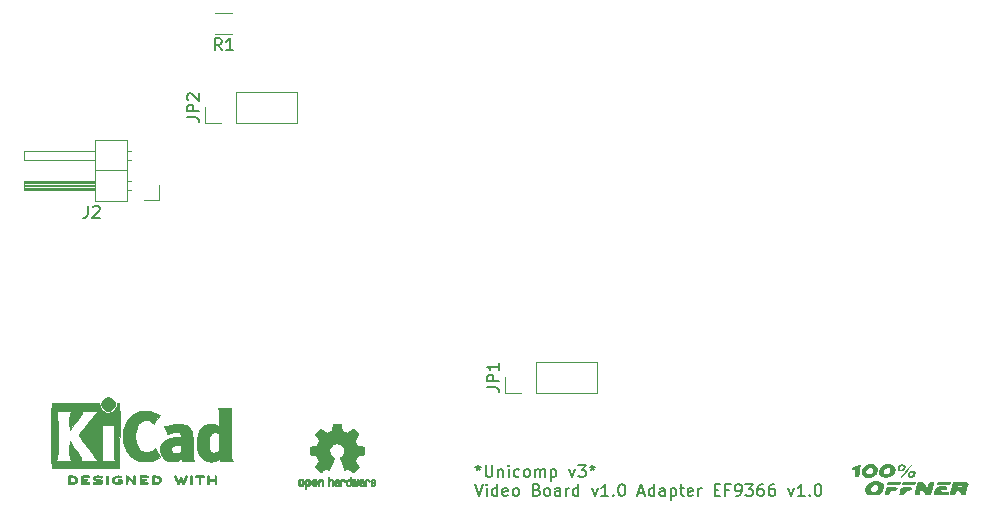
<source format=gbr>
%TF.GenerationSoftware,KiCad,Pcbnew,8.0.7-8.0.7-0~ubuntu22.04.1*%
%TF.CreationDate,2025-01-28T11:11:41+01:00*%
%TF.ProjectId,EF9366,45463933-3636-42e6-9b69-6361645f7063,rev?*%
%TF.SameCoordinates,Original*%
%TF.FileFunction,Legend,Top*%
%TF.FilePolarity,Positive*%
%FSLAX46Y46*%
G04 Gerber Fmt 4.6, Leading zero omitted, Abs format (unit mm)*
G04 Created by KiCad (PCBNEW 8.0.7-8.0.7-0~ubuntu22.04.1) date 2025-01-28 11:11:41*
%MOMM*%
%LPD*%
G01*
G04 APERTURE LIST*
%ADD10C,0.150000*%
%ADD11C,0.120000*%
%ADD12C,0.010000*%
%ADD13C,0.000000*%
G04 APERTURE END LIST*
D10*
X97479636Y-107259875D02*
X97479636Y-107497970D01*
X97241541Y-107402732D02*
X97479636Y-107497970D01*
X97479636Y-107497970D02*
X97717731Y-107402732D01*
X97336779Y-107688446D02*
X97479636Y-107497970D01*
X97479636Y-107497970D02*
X97622493Y-107688446D01*
X98098684Y-107259875D02*
X98098684Y-108069398D01*
X98098684Y-108069398D02*
X98146303Y-108164636D01*
X98146303Y-108164636D02*
X98193922Y-108212256D01*
X98193922Y-108212256D02*
X98289160Y-108259875D01*
X98289160Y-108259875D02*
X98479636Y-108259875D01*
X98479636Y-108259875D02*
X98574874Y-108212256D01*
X98574874Y-108212256D02*
X98622493Y-108164636D01*
X98622493Y-108164636D02*
X98670112Y-108069398D01*
X98670112Y-108069398D02*
X98670112Y-107259875D01*
X99146303Y-107593208D02*
X99146303Y-108259875D01*
X99146303Y-107688446D02*
X99193922Y-107640827D01*
X99193922Y-107640827D02*
X99289160Y-107593208D01*
X99289160Y-107593208D02*
X99432017Y-107593208D01*
X99432017Y-107593208D02*
X99527255Y-107640827D01*
X99527255Y-107640827D02*
X99574874Y-107736065D01*
X99574874Y-107736065D02*
X99574874Y-108259875D01*
X100051065Y-108259875D02*
X100051065Y-107593208D01*
X100051065Y-107259875D02*
X100003446Y-107307494D01*
X100003446Y-107307494D02*
X100051065Y-107355113D01*
X100051065Y-107355113D02*
X100098684Y-107307494D01*
X100098684Y-107307494D02*
X100051065Y-107259875D01*
X100051065Y-107259875D02*
X100051065Y-107355113D01*
X100955826Y-108212256D02*
X100860588Y-108259875D01*
X100860588Y-108259875D02*
X100670112Y-108259875D01*
X100670112Y-108259875D02*
X100574874Y-108212256D01*
X100574874Y-108212256D02*
X100527255Y-108164636D01*
X100527255Y-108164636D02*
X100479636Y-108069398D01*
X100479636Y-108069398D02*
X100479636Y-107783684D01*
X100479636Y-107783684D02*
X100527255Y-107688446D01*
X100527255Y-107688446D02*
X100574874Y-107640827D01*
X100574874Y-107640827D02*
X100670112Y-107593208D01*
X100670112Y-107593208D02*
X100860588Y-107593208D01*
X100860588Y-107593208D02*
X100955826Y-107640827D01*
X101527255Y-108259875D02*
X101432017Y-108212256D01*
X101432017Y-108212256D02*
X101384398Y-108164636D01*
X101384398Y-108164636D02*
X101336779Y-108069398D01*
X101336779Y-108069398D02*
X101336779Y-107783684D01*
X101336779Y-107783684D02*
X101384398Y-107688446D01*
X101384398Y-107688446D02*
X101432017Y-107640827D01*
X101432017Y-107640827D02*
X101527255Y-107593208D01*
X101527255Y-107593208D02*
X101670112Y-107593208D01*
X101670112Y-107593208D02*
X101765350Y-107640827D01*
X101765350Y-107640827D02*
X101812969Y-107688446D01*
X101812969Y-107688446D02*
X101860588Y-107783684D01*
X101860588Y-107783684D02*
X101860588Y-108069398D01*
X101860588Y-108069398D02*
X101812969Y-108164636D01*
X101812969Y-108164636D02*
X101765350Y-108212256D01*
X101765350Y-108212256D02*
X101670112Y-108259875D01*
X101670112Y-108259875D02*
X101527255Y-108259875D01*
X102289160Y-108259875D02*
X102289160Y-107593208D01*
X102289160Y-107688446D02*
X102336779Y-107640827D01*
X102336779Y-107640827D02*
X102432017Y-107593208D01*
X102432017Y-107593208D02*
X102574874Y-107593208D01*
X102574874Y-107593208D02*
X102670112Y-107640827D01*
X102670112Y-107640827D02*
X102717731Y-107736065D01*
X102717731Y-107736065D02*
X102717731Y-108259875D01*
X102717731Y-107736065D02*
X102765350Y-107640827D01*
X102765350Y-107640827D02*
X102860588Y-107593208D01*
X102860588Y-107593208D02*
X103003445Y-107593208D01*
X103003445Y-107593208D02*
X103098684Y-107640827D01*
X103098684Y-107640827D02*
X103146303Y-107736065D01*
X103146303Y-107736065D02*
X103146303Y-108259875D01*
X103622493Y-107593208D02*
X103622493Y-108593208D01*
X103622493Y-107640827D02*
X103717731Y-107593208D01*
X103717731Y-107593208D02*
X103908207Y-107593208D01*
X103908207Y-107593208D02*
X104003445Y-107640827D01*
X104003445Y-107640827D02*
X104051064Y-107688446D01*
X104051064Y-107688446D02*
X104098683Y-107783684D01*
X104098683Y-107783684D02*
X104098683Y-108069398D01*
X104098683Y-108069398D02*
X104051064Y-108164636D01*
X104051064Y-108164636D02*
X104003445Y-108212256D01*
X104003445Y-108212256D02*
X103908207Y-108259875D01*
X103908207Y-108259875D02*
X103717731Y-108259875D01*
X103717731Y-108259875D02*
X103622493Y-108212256D01*
X105193922Y-107593208D02*
X105432017Y-108259875D01*
X105432017Y-108259875D02*
X105670112Y-107593208D01*
X105955827Y-107259875D02*
X106574874Y-107259875D01*
X106574874Y-107259875D02*
X106241541Y-107640827D01*
X106241541Y-107640827D02*
X106384398Y-107640827D01*
X106384398Y-107640827D02*
X106479636Y-107688446D01*
X106479636Y-107688446D02*
X106527255Y-107736065D01*
X106527255Y-107736065D02*
X106574874Y-107831303D01*
X106574874Y-107831303D02*
X106574874Y-108069398D01*
X106574874Y-108069398D02*
X106527255Y-108164636D01*
X106527255Y-108164636D02*
X106479636Y-108212256D01*
X106479636Y-108212256D02*
X106384398Y-108259875D01*
X106384398Y-108259875D02*
X106098684Y-108259875D01*
X106098684Y-108259875D02*
X106003446Y-108212256D01*
X106003446Y-108212256D02*
X105955827Y-108164636D01*
X107146303Y-107259875D02*
X107146303Y-107497970D01*
X106908208Y-107402732D02*
X107146303Y-107497970D01*
X107146303Y-107497970D02*
X107384398Y-107402732D01*
X107003446Y-107688446D02*
X107146303Y-107497970D01*
X107146303Y-107497970D02*
X107289160Y-107688446D01*
X97193922Y-108869819D02*
X97527255Y-109869819D01*
X97527255Y-109869819D02*
X97860588Y-108869819D01*
X98193922Y-109869819D02*
X98193922Y-109203152D01*
X98193922Y-108869819D02*
X98146303Y-108917438D01*
X98146303Y-108917438D02*
X98193922Y-108965057D01*
X98193922Y-108965057D02*
X98241541Y-108917438D01*
X98241541Y-108917438D02*
X98193922Y-108869819D01*
X98193922Y-108869819D02*
X98193922Y-108965057D01*
X99098683Y-109869819D02*
X99098683Y-108869819D01*
X99098683Y-109822200D02*
X99003445Y-109869819D01*
X99003445Y-109869819D02*
X98812969Y-109869819D01*
X98812969Y-109869819D02*
X98717731Y-109822200D01*
X98717731Y-109822200D02*
X98670112Y-109774580D01*
X98670112Y-109774580D02*
X98622493Y-109679342D01*
X98622493Y-109679342D02*
X98622493Y-109393628D01*
X98622493Y-109393628D02*
X98670112Y-109298390D01*
X98670112Y-109298390D02*
X98717731Y-109250771D01*
X98717731Y-109250771D02*
X98812969Y-109203152D01*
X98812969Y-109203152D02*
X99003445Y-109203152D01*
X99003445Y-109203152D02*
X99098683Y-109250771D01*
X99955826Y-109822200D02*
X99860588Y-109869819D01*
X99860588Y-109869819D02*
X99670112Y-109869819D01*
X99670112Y-109869819D02*
X99574874Y-109822200D01*
X99574874Y-109822200D02*
X99527255Y-109726961D01*
X99527255Y-109726961D02*
X99527255Y-109346009D01*
X99527255Y-109346009D02*
X99574874Y-109250771D01*
X99574874Y-109250771D02*
X99670112Y-109203152D01*
X99670112Y-109203152D02*
X99860588Y-109203152D01*
X99860588Y-109203152D02*
X99955826Y-109250771D01*
X99955826Y-109250771D02*
X100003445Y-109346009D01*
X100003445Y-109346009D02*
X100003445Y-109441247D01*
X100003445Y-109441247D02*
X99527255Y-109536485D01*
X100574874Y-109869819D02*
X100479636Y-109822200D01*
X100479636Y-109822200D02*
X100432017Y-109774580D01*
X100432017Y-109774580D02*
X100384398Y-109679342D01*
X100384398Y-109679342D02*
X100384398Y-109393628D01*
X100384398Y-109393628D02*
X100432017Y-109298390D01*
X100432017Y-109298390D02*
X100479636Y-109250771D01*
X100479636Y-109250771D02*
X100574874Y-109203152D01*
X100574874Y-109203152D02*
X100717731Y-109203152D01*
X100717731Y-109203152D02*
X100812969Y-109250771D01*
X100812969Y-109250771D02*
X100860588Y-109298390D01*
X100860588Y-109298390D02*
X100908207Y-109393628D01*
X100908207Y-109393628D02*
X100908207Y-109679342D01*
X100908207Y-109679342D02*
X100860588Y-109774580D01*
X100860588Y-109774580D02*
X100812969Y-109822200D01*
X100812969Y-109822200D02*
X100717731Y-109869819D01*
X100717731Y-109869819D02*
X100574874Y-109869819D01*
X102432017Y-109346009D02*
X102574874Y-109393628D01*
X102574874Y-109393628D02*
X102622493Y-109441247D01*
X102622493Y-109441247D02*
X102670112Y-109536485D01*
X102670112Y-109536485D02*
X102670112Y-109679342D01*
X102670112Y-109679342D02*
X102622493Y-109774580D01*
X102622493Y-109774580D02*
X102574874Y-109822200D01*
X102574874Y-109822200D02*
X102479636Y-109869819D01*
X102479636Y-109869819D02*
X102098684Y-109869819D01*
X102098684Y-109869819D02*
X102098684Y-108869819D01*
X102098684Y-108869819D02*
X102432017Y-108869819D01*
X102432017Y-108869819D02*
X102527255Y-108917438D01*
X102527255Y-108917438D02*
X102574874Y-108965057D01*
X102574874Y-108965057D02*
X102622493Y-109060295D01*
X102622493Y-109060295D02*
X102622493Y-109155533D01*
X102622493Y-109155533D02*
X102574874Y-109250771D01*
X102574874Y-109250771D02*
X102527255Y-109298390D01*
X102527255Y-109298390D02*
X102432017Y-109346009D01*
X102432017Y-109346009D02*
X102098684Y-109346009D01*
X103241541Y-109869819D02*
X103146303Y-109822200D01*
X103146303Y-109822200D02*
X103098684Y-109774580D01*
X103098684Y-109774580D02*
X103051065Y-109679342D01*
X103051065Y-109679342D02*
X103051065Y-109393628D01*
X103051065Y-109393628D02*
X103098684Y-109298390D01*
X103098684Y-109298390D02*
X103146303Y-109250771D01*
X103146303Y-109250771D02*
X103241541Y-109203152D01*
X103241541Y-109203152D02*
X103384398Y-109203152D01*
X103384398Y-109203152D02*
X103479636Y-109250771D01*
X103479636Y-109250771D02*
X103527255Y-109298390D01*
X103527255Y-109298390D02*
X103574874Y-109393628D01*
X103574874Y-109393628D02*
X103574874Y-109679342D01*
X103574874Y-109679342D02*
X103527255Y-109774580D01*
X103527255Y-109774580D02*
X103479636Y-109822200D01*
X103479636Y-109822200D02*
X103384398Y-109869819D01*
X103384398Y-109869819D02*
X103241541Y-109869819D01*
X104432017Y-109869819D02*
X104432017Y-109346009D01*
X104432017Y-109346009D02*
X104384398Y-109250771D01*
X104384398Y-109250771D02*
X104289160Y-109203152D01*
X104289160Y-109203152D02*
X104098684Y-109203152D01*
X104098684Y-109203152D02*
X104003446Y-109250771D01*
X104432017Y-109822200D02*
X104336779Y-109869819D01*
X104336779Y-109869819D02*
X104098684Y-109869819D01*
X104098684Y-109869819D02*
X104003446Y-109822200D01*
X104003446Y-109822200D02*
X103955827Y-109726961D01*
X103955827Y-109726961D02*
X103955827Y-109631723D01*
X103955827Y-109631723D02*
X104003446Y-109536485D01*
X104003446Y-109536485D02*
X104098684Y-109488866D01*
X104098684Y-109488866D02*
X104336779Y-109488866D01*
X104336779Y-109488866D02*
X104432017Y-109441247D01*
X104908208Y-109869819D02*
X104908208Y-109203152D01*
X104908208Y-109393628D02*
X104955827Y-109298390D01*
X104955827Y-109298390D02*
X105003446Y-109250771D01*
X105003446Y-109250771D02*
X105098684Y-109203152D01*
X105098684Y-109203152D02*
X105193922Y-109203152D01*
X105955827Y-109869819D02*
X105955827Y-108869819D01*
X105955827Y-109822200D02*
X105860589Y-109869819D01*
X105860589Y-109869819D02*
X105670113Y-109869819D01*
X105670113Y-109869819D02*
X105574875Y-109822200D01*
X105574875Y-109822200D02*
X105527256Y-109774580D01*
X105527256Y-109774580D02*
X105479637Y-109679342D01*
X105479637Y-109679342D02*
X105479637Y-109393628D01*
X105479637Y-109393628D02*
X105527256Y-109298390D01*
X105527256Y-109298390D02*
X105574875Y-109250771D01*
X105574875Y-109250771D02*
X105670113Y-109203152D01*
X105670113Y-109203152D02*
X105860589Y-109203152D01*
X105860589Y-109203152D02*
X105955827Y-109250771D01*
X107098685Y-109203152D02*
X107336780Y-109869819D01*
X107336780Y-109869819D02*
X107574875Y-109203152D01*
X108479637Y-109869819D02*
X107908209Y-109869819D01*
X108193923Y-109869819D02*
X108193923Y-108869819D01*
X108193923Y-108869819D02*
X108098685Y-109012676D01*
X108098685Y-109012676D02*
X108003447Y-109107914D01*
X108003447Y-109107914D02*
X107908209Y-109155533D01*
X108908209Y-109774580D02*
X108955828Y-109822200D01*
X108955828Y-109822200D02*
X108908209Y-109869819D01*
X108908209Y-109869819D02*
X108860590Y-109822200D01*
X108860590Y-109822200D02*
X108908209Y-109774580D01*
X108908209Y-109774580D02*
X108908209Y-109869819D01*
X109574875Y-108869819D02*
X109670113Y-108869819D01*
X109670113Y-108869819D02*
X109765351Y-108917438D01*
X109765351Y-108917438D02*
X109812970Y-108965057D01*
X109812970Y-108965057D02*
X109860589Y-109060295D01*
X109860589Y-109060295D02*
X109908208Y-109250771D01*
X109908208Y-109250771D02*
X109908208Y-109488866D01*
X109908208Y-109488866D02*
X109860589Y-109679342D01*
X109860589Y-109679342D02*
X109812970Y-109774580D01*
X109812970Y-109774580D02*
X109765351Y-109822200D01*
X109765351Y-109822200D02*
X109670113Y-109869819D01*
X109670113Y-109869819D02*
X109574875Y-109869819D01*
X109574875Y-109869819D02*
X109479637Y-109822200D01*
X109479637Y-109822200D02*
X109432018Y-109774580D01*
X109432018Y-109774580D02*
X109384399Y-109679342D01*
X109384399Y-109679342D02*
X109336780Y-109488866D01*
X109336780Y-109488866D02*
X109336780Y-109250771D01*
X109336780Y-109250771D02*
X109384399Y-109060295D01*
X109384399Y-109060295D02*
X109432018Y-108965057D01*
X109432018Y-108965057D02*
X109479637Y-108917438D01*
X109479637Y-108917438D02*
X109574875Y-108869819D01*
X111051066Y-109584104D02*
X111527256Y-109584104D01*
X110955828Y-109869819D02*
X111289161Y-108869819D01*
X111289161Y-108869819D02*
X111622494Y-109869819D01*
X112384399Y-109869819D02*
X112384399Y-108869819D01*
X112384399Y-109822200D02*
X112289161Y-109869819D01*
X112289161Y-109869819D02*
X112098685Y-109869819D01*
X112098685Y-109869819D02*
X112003447Y-109822200D01*
X112003447Y-109822200D02*
X111955828Y-109774580D01*
X111955828Y-109774580D02*
X111908209Y-109679342D01*
X111908209Y-109679342D02*
X111908209Y-109393628D01*
X111908209Y-109393628D02*
X111955828Y-109298390D01*
X111955828Y-109298390D02*
X112003447Y-109250771D01*
X112003447Y-109250771D02*
X112098685Y-109203152D01*
X112098685Y-109203152D02*
X112289161Y-109203152D01*
X112289161Y-109203152D02*
X112384399Y-109250771D01*
X113289161Y-109869819D02*
X113289161Y-109346009D01*
X113289161Y-109346009D02*
X113241542Y-109250771D01*
X113241542Y-109250771D02*
X113146304Y-109203152D01*
X113146304Y-109203152D02*
X112955828Y-109203152D01*
X112955828Y-109203152D02*
X112860590Y-109250771D01*
X113289161Y-109822200D02*
X113193923Y-109869819D01*
X113193923Y-109869819D02*
X112955828Y-109869819D01*
X112955828Y-109869819D02*
X112860590Y-109822200D01*
X112860590Y-109822200D02*
X112812971Y-109726961D01*
X112812971Y-109726961D02*
X112812971Y-109631723D01*
X112812971Y-109631723D02*
X112860590Y-109536485D01*
X112860590Y-109536485D02*
X112955828Y-109488866D01*
X112955828Y-109488866D02*
X113193923Y-109488866D01*
X113193923Y-109488866D02*
X113289161Y-109441247D01*
X113765352Y-109203152D02*
X113765352Y-110203152D01*
X113765352Y-109250771D02*
X113860590Y-109203152D01*
X113860590Y-109203152D02*
X114051066Y-109203152D01*
X114051066Y-109203152D02*
X114146304Y-109250771D01*
X114146304Y-109250771D02*
X114193923Y-109298390D01*
X114193923Y-109298390D02*
X114241542Y-109393628D01*
X114241542Y-109393628D02*
X114241542Y-109679342D01*
X114241542Y-109679342D02*
X114193923Y-109774580D01*
X114193923Y-109774580D02*
X114146304Y-109822200D01*
X114146304Y-109822200D02*
X114051066Y-109869819D01*
X114051066Y-109869819D02*
X113860590Y-109869819D01*
X113860590Y-109869819D02*
X113765352Y-109822200D01*
X114527257Y-109203152D02*
X114908209Y-109203152D01*
X114670114Y-108869819D02*
X114670114Y-109726961D01*
X114670114Y-109726961D02*
X114717733Y-109822200D01*
X114717733Y-109822200D02*
X114812971Y-109869819D01*
X114812971Y-109869819D02*
X114908209Y-109869819D01*
X115622495Y-109822200D02*
X115527257Y-109869819D01*
X115527257Y-109869819D02*
X115336781Y-109869819D01*
X115336781Y-109869819D02*
X115241543Y-109822200D01*
X115241543Y-109822200D02*
X115193924Y-109726961D01*
X115193924Y-109726961D02*
X115193924Y-109346009D01*
X115193924Y-109346009D02*
X115241543Y-109250771D01*
X115241543Y-109250771D02*
X115336781Y-109203152D01*
X115336781Y-109203152D02*
X115527257Y-109203152D01*
X115527257Y-109203152D02*
X115622495Y-109250771D01*
X115622495Y-109250771D02*
X115670114Y-109346009D01*
X115670114Y-109346009D02*
X115670114Y-109441247D01*
X115670114Y-109441247D02*
X115193924Y-109536485D01*
X116098686Y-109869819D02*
X116098686Y-109203152D01*
X116098686Y-109393628D02*
X116146305Y-109298390D01*
X116146305Y-109298390D02*
X116193924Y-109250771D01*
X116193924Y-109250771D02*
X116289162Y-109203152D01*
X116289162Y-109203152D02*
X116384400Y-109203152D01*
X117479639Y-109346009D02*
X117812972Y-109346009D01*
X117955829Y-109869819D02*
X117479639Y-109869819D01*
X117479639Y-109869819D02*
X117479639Y-108869819D01*
X117479639Y-108869819D02*
X117955829Y-108869819D01*
X118717734Y-109346009D02*
X118384401Y-109346009D01*
X118384401Y-109869819D02*
X118384401Y-108869819D01*
X118384401Y-108869819D02*
X118860591Y-108869819D01*
X119289163Y-109869819D02*
X119479639Y-109869819D01*
X119479639Y-109869819D02*
X119574877Y-109822200D01*
X119574877Y-109822200D02*
X119622496Y-109774580D01*
X119622496Y-109774580D02*
X119717734Y-109631723D01*
X119717734Y-109631723D02*
X119765353Y-109441247D01*
X119765353Y-109441247D02*
X119765353Y-109060295D01*
X119765353Y-109060295D02*
X119717734Y-108965057D01*
X119717734Y-108965057D02*
X119670115Y-108917438D01*
X119670115Y-108917438D02*
X119574877Y-108869819D01*
X119574877Y-108869819D02*
X119384401Y-108869819D01*
X119384401Y-108869819D02*
X119289163Y-108917438D01*
X119289163Y-108917438D02*
X119241544Y-108965057D01*
X119241544Y-108965057D02*
X119193925Y-109060295D01*
X119193925Y-109060295D02*
X119193925Y-109298390D01*
X119193925Y-109298390D02*
X119241544Y-109393628D01*
X119241544Y-109393628D02*
X119289163Y-109441247D01*
X119289163Y-109441247D02*
X119384401Y-109488866D01*
X119384401Y-109488866D02*
X119574877Y-109488866D01*
X119574877Y-109488866D02*
X119670115Y-109441247D01*
X119670115Y-109441247D02*
X119717734Y-109393628D01*
X119717734Y-109393628D02*
X119765353Y-109298390D01*
X120098687Y-108869819D02*
X120717734Y-108869819D01*
X120717734Y-108869819D02*
X120384401Y-109250771D01*
X120384401Y-109250771D02*
X120527258Y-109250771D01*
X120527258Y-109250771D02*
X120622496Y-109298390D01*
X120622496Y-109298390D02*
X120670115Y-109346009D01*
X120670115Y-109346009D02*
X120717734Y-109441247D01*
X120717734Y-109441247D02*
X120717734Y-109679342D01*
X120717734Y-109679342D02*
X120670115Y-109774580D01*
X120670115Y-109774580D02*
X120622496Y-109822200D01*
X120622496Y-109822200D02*
X120527258Y-109869819D01*
X120527258Y-109869819D02*
X120241544Y-109869819D01*
X120241544Y-109869819D02*
X120146306Y-109822200D01*
X120146306Y-109822200D02*
X120098687Y-109774580D01*
X121574877Y-108869819D02*
X121384401Y-108869819D01*
X121384401Y-108869819D02*
X121289163Y-108917438D01*
X121289163Y-108917438D02*
X121241544Y-108965057D01*
X121241544Y-108965057D02*
X121146306Y-109107914D01*
X121146306Y-109107914D02*
X121098687Y-109298390D01*
X121098687Y-109298390D02*
X121098687Y-109679342D01*
X121098687Y-109679342D02*
X121146306Y-109774580D01*
X121146306Y-109774580D02*
X121193925Y-109822200D01*
X121193925Y-109822200D02*
X121289163Y-109869819D01*
X121289163Y-109869819D02*
X121479639Y-109869819D01*
X121479639Y-109869819D02*
X121574877Y-109822200D01*
X121574877Y-109822200D02*
X121622496Y-109774580D01*
X121622496Y-109774580D02*
X121670115Y-109679342D01*
X121670115Y-109679342D02*
X121670115Y-109441247D01*
X121670115Y-109441247D02*
X121622496Y-109346009D01*
X121622496Y-109346009D02*
X121574877Y-109298390D01*
X121574877Y-109298390D02*
X121479639Y-109250771D01*
X121479639Y-109250771D02*
X121289163Y-109250771D01*
X121289163Y-109250771D02*
X121193925Y-109298390D01*
X121193925Y-109298390D02*
X121146306Y-109346009D01*
X121146306Y-109346009D02*
X121098687Y-109441247D01*
X122527258Y-108869819D02*
X122336782Y-108869819D01*
X122336782Y-108869819D02*
X122241544Y-108917438D01*
X122241544Y-108917438D02*
X122193925Y-108965057D01*
X122193925Y-108965057D02*
X122098687Y-109107914D01*
X122098687Y-109107914D02*
X122051068Y-109298390D01*
X122051068Y-109298390D02*
X122051068Y-109679342D01*
X122051068Y-109679342D02*
X122098687Y-109774580D01*
X122098687Y-109774580D02*
X122146306Y-109822200D01*
X122146306Y-109822200D02*
X122241544Y-109869819D01*
X122241544Y-109869819D02*
X122432020Y-109869819D01*
X122432020Y-109869819D02*
X122527258Y-109822200D01*
X122527258Y-109822200D02*
X122574877Y-109774580D01*
X122574877Y-109774580D02*
X122622496Y-109679342D01*
X122622496Y-109679342D02*
X122622496Y-109441247D01*
X122622496Y-109441247D02*
X122574877Y-109346009D01*
X122574877Y-109346009D02*
X122527258Y-109298390D01*
X122527258Y-109298390D02*
X122432020Y-109250771D01*
X122432020Y-109250771D02*
X122241544Y-109250771D01*
X122241544Y-109250771D02*
X122146306Y-109298390D01*
X122146306Y-109298390D02*
X122098687Y-109346009D01*
X122098687Y-109346009D02*
X122051068Y-109441247D01*
X123717735Y-109203152D02*
X123955830Y-109869819D01*
X123955830Y-109869819D02*
X124193925Y-109203152D01*
X125098687Y-109869819D02*
X124527259Y-109869819D01*
X124812973Y-109869819D02*
X124812973Y-108869819D01*
X124812973Y-108869819D02*
X124717735Y-109012676D01*
X124717735Y-109012676D02*
X124622497Y-109107914D01*
X124622497Y-109107914D02*
X124527259Y-109155533D01*
X125527259Y-109774580D02*
X125574878Y-109822200D01*
X125574878Y-109822200D02*
X125527259Y-109869819D01*
X125527259Y-109869819D02*
X125479640Y-109822200D01*
X125479640Y-109822200D02*
X125527259Y-109774580D01*
X125527259Y-109774580D02*
X125527259Y-109869819D01*
X126193925Y-108869819D02*
X126289163Y-108869819D01*
X126289163Y-108869819D02*
X126384401Y-108917438D01*
X126384401Y-108917438D02*
X126432020Y-108965057D01*
X126432020Y-108965057D02*
X126479639Y-109060295D01*
X126479639Y-109060295D02*
X126527258Y-109250771D01*
X126527258Y-109250771D02*
X126527258Y-109488866D01*
X126527258Y-109488866D02*
X126479639Y-109679342D01*
X126479639Y-109679342D02*
X126432020Y-109774580D01*
X126432020Y-109774580D02*
X126384401Y-109822200D01*
X126384401Y-109822200D02*
X126289163Y-109869819D01*
X126289163Y-109869819D02*
X126193925Y-109869819D01*
X126193925Y-109869819D02*
X126098687Y-109822200D01*
X126098687Y-109822200D02*
X126051068Y-109774580D01*
X126051068Y-109774580D02*
X126003449Y-109679342D01*
X126003449Y-109679342D02*
X125955830Y-109488866D01*
X125955830Y-109488866D02*
X125955830Y-109250771D01*
X125955830Y-109250771D02*
X126003449Y-109060295D01*
X126003449Y-109060295D02*
X126051068Y-108965057D01*
X126051068Y-108965057D02*
X126098687Y-108917438D01*
X126098687Y-108917438D02*
X126193925Y-108869819D01*
X64426666Y-85295819D02*
X64426666Y-86010104D01*
X64426666Y-86010104D02*
X64379047Y-86152961D01*
X64379047Y-86152961D02*
X64283809Y-86248200D01*
X64283809Y-86248200D02*
X64140952Y-86295819D01*
X64140952Y-86295819D02*
X64045714Y-86295819D01*
X64855238Y-85391057D02*
X64902857Y-85343438D01*
X64902857Y-85343438D02*
X64998095Y-85295819D01*
X64998095Y-85295819D02*
X65236190Y-85295819D01*
X65236190Y-85295819D02*
X65331428Y-85343438D01*
X65331428Y-85343438D02*
X65379047Y-85391057D01*
X65379047Y-85391057D02*
X65426666Y-85486295D01*
X65426666Y-85486295D02*
X65426666Y-85581533D01*
X65426666Y-85581533D02*
X65379047Y-85724390D01*
X65379047Y-85724390D02*
X64807619Y-86295819D01*
X64807619Y-86295819D02*
X65426666Y-86295819D01*
X75753333Y-72124819D02*
X75420000Y-71648628D01*
X75181905Y-72124819D02*
X75181905Y-71124819D01*
X75181905Y-71124819D02*
X75562857Y-71124819D01*
X75562857Y-71124819D02*
X75658095Y-71172438D01*
X75658095Y-71172438D02*
X75705714Y-71220057D01*
X75705714Y-71220057D02*
X75753333Y-71315295D01*
X75753333Y-71315295D02*
X75753333Y-71458152D01*
X75753333Y-71458152D02*
X75705714Y-71553390D01*
X75705714Y-71553390D02*
X75658095Y-71601009D01*
X75658095Y-71601009D02*
X75562857Y-71648628D01*
X75562857Y-71648628D02*
X75181905Y-71648628D01*
X76705714Y-72124819D02*
X76134286Y-72124819D01*
X76420000Y-72124819D02*
X76420000Y-71124819D01*
X76420000Y-71124819D02*
X76324762Y-71267676D01*
X76324762Y-71267676D02*
X76229524Y-71362914D01*
X76229524Y-71362914D02*
X76134286Y-71410533D01*
X72816819Y-77795333D02*
X73531104Y-77795333D01*
X73531104Y-77795333D02*
X73673961Y-77842952D01*
X73673961Y-77842952D02*
X73769200Y-77938190D01*
X73769200Y-77938190D02*
X73816819Y-78081047D01*
X73816819Y-78081047D02*
X73816819Y-78176285D01*
X73816819Y-77319142D02*
X72816819Y-77319142D01*
X72816819Y-77319142D02*
X72816819Y-76938190D01*
X72816819Y-76938190D02*
X72864438Y-76842952D01*
X72864438Y-76842952D02*
X72912057Y-76795333D01*
X72912057Y-76795333D02*
X73007295Y-76747714D01*
X73007295Y-76747714D02*
X73150152Y-76747714D01*
X73150152Y-76747714D02*
X73245390Y-76795333D01*
X73245390Y-76795333D02*
X73293009Y-76842952D01*
X73293009Y-76842952D02*
X73340628Y-76938190D01*
X73340628Y-76938190D02*
X73340628Y-77319142D01*
X72912057Y-76366761D02*
X72864438Y-76319142D01*
X72864438Y-76319142D02*
X72816819Y-76223904D01*
X72816819Y-76223904D02*
X72816819Y-75985809D01*
X72816819Y-75985809D02*
X72864438Y-75890571D01*
X72864438Y-75890571D02*
X72912057Y-75842952D01*
X72912057Y-75842952D02*
X73007295Y-75795333D01*
X73007295Y-75795333D02*
X73102533Y-75795333D01*
X73102533Y-75795333D02*
X73245390Y-75842952D01*
X73245390Y-75842952D02*
X73816819Y-76414380D01*
X73816819Y-76414380D02*
X73816819Y-75795333D01*
X98216819Y-100655333D02*
X98931104Y-100655333D01*
X98931104Y-100655333D02*
X99073961Y-100702952D01*
X99073961Y-100702952D02*
X99169200Y-100798190D01*
X99169200Y-100798190D02*
X99216819Y-100941047D01*
X99216819Y-100941047D02*
X99216819Y-101036285D01*
X99216819Y-100179142D02*
X98216819Y-100179142D01*
X98216819Y-100179142D02*
X98216819Y-99798190D01*
X98216819Y-99798190D02*
X98264438Y-99702952D01*
X98264438Y-99702952D02*
X98312057Y-99655333D01*
X98312057Y-99655333D02*
X98407295Y-99607714D01*
X98407295Y-99607714D02*
X98550152Y-99607714D01*
X98550152Y-99607714D02*
X98645390Y-99655333D01*
X98645390Y-99655333D02*
X98693009Y-99702952D01*
X98693009Y-99702952D02*
X98740628Y-99798190D01*
X98740628Y-99798190D02*
X98740628Y-100179142D01*
X99216819Y-98655333D02*
X99216819Y-99226761D01*
X99216819Y-98941047D02*
X98216819Y-98941047D01*
X98216819Y-98941047D02*
X98359676Y-99036285D01*
X98359676Y-99036285D02*
X98454914Y-99131523D01*
X98454914Y-99131523D02*
X98502533Y-99226761D01*
D11*
%TO.C,J2*%
X70415000Y-84841000D02*
X69145000Y-84841000D01*
X70415000Y-83571000D02*
X70415000Y-84841000D01*
X68102071Y-81411000D02*
X67705000Y-81411000D01*
X68102071Y-80651000D02*
X67705000Y-80651000D01*
X68035000Y-83951000D02*
X67705000Y-83951000D01*
X68035000Y-83191000D02*
X67705000Y-83191000D01*
X67705000Y-84901000D02*
X67705000Y-79701000D01*
X67705000Y-82301000D02*
X65045000Y-82301000D01*
X67705000Y-79701000D02*
X65045000Y-79701000D01*
X65045000Y-84901000D02*
X67705000Y-84901000D01*
X65045000Y-83951000D02*
X59045000Y-83951000D01*
X65045000Y-83891000D02*
X59045000Y-83891000D01*
X65045000Y-83771000D02*
X59045000Y-83771000D01*
X65045000Y-83651000D02*
X59045000Y-83651000D01*
X65045000Y-83531000D02*
X59045000Y-83531000D01*
X65045000Y-83411000D02*
X59045000Y-83411000D01*
X65045000Y-83291000D02*
X59045000Y-83291000D01*
X65045000Y-81411000D02*
X59045000Y-81411000D01*
X65045000Y-79701000D02*
X65045000Y-84901000D01*
X59045000Y-83951000D02*
X59045000Y-83191000D01*
X59045000Y-83191000D02*
X65045000Y-83191000D01*
X59045000Y-81411000D02*
X59045000Y-80651000D01*
X59045000Y-80651000D02*
X65045000Y-80651000D01*
%TO.C,R1*%
X76647064Y-70760000D02*
X75192936Y-70760000D01*
X76647064Y-68940000D02*
X75192936Y-68940000D01*
%TO.C,JP2*%
X74362000Y-78292000D02*
X74362000Y-76962000D01*
X75692000Y-78292000D02*
X74362000Y-78292000D01*
X76962000Y-78292000D02*
X82102000Y-78292000D01*
X76962000Y-78292000D02*
X76962000Y-75632000D01*
X82102000Y-78292000D02*
X82102000Y-75632000D01*
X76962000Y-75632000D02*
X82102000Y-75632000D01*
%TO.C,JP1*%
X99762000Y-101152000D02*
X99762000Y-99822000D01*
X101092000Y-101152000D02*
X99762000Y-101152000D01*
X102362000Y-101152000D02*
X107502000Y-101152000D01*
X102362000Y-101152000D02*
X102362000Y-98492000D01*
X107502000Y-101152000D02*
X107502000Y-98492000D01*
X102362000Y-98492000D02*
X107502000Y-98492000D01*
D12*
%TO.C,H2*%
X88152600Y-108458752D02*
X88169948Y-108466334D01*
X88211356Y-108499128D01*
X88246765Y-108546547D01*
X88268664Y-108597151D01*
X88272229Y-108622098D01*
X88260279Y-108656927D01*
X88234067Y-108675357D01*
X88205964Y-108686516D01*
X88193095Y-108688572D01*
X88186829Y-108673649D01*
X88174456Y-108641175D01*
X88169028Y-108626502D01*
X88138590Y-108575744D01*
X88094520Y-108550427D01*
X88038010Y-108551206D01*
X88033825Y-108552203D01*
X88003655Y-108566507D01*
X87981476Y-108594393D01*
X87966327Y-108639287D01*
X87957250Y-108704615D01*
X87953286Y-108793804D01*
X87952914Y-108841261D01*
X87952730Y-108916071D01*
X87951522Y-108967069D01*
X87948309Y-108999471D01*
X87942109Y-109018495D01*
X87931940Y-109029356D01*
X87916819Y-109037272D01*
X87915946Y-109037670D01*
X87886828Y-109049981D01*
X87872403Y-109054514D01*
X87870186Y-109040809D01*
X87868289Y-109002925D01*
X87866847Y-108945715D01*
X87865998Y-108874027D01*
X87865829Y-108821565D01*
X87866692Y-108720047D01*
X87870070Y-108643032D01*
X87877142Y-108586023D01*
X87889088Y-108544526D01*
X87907090Y-108514043D01*
X87932327Y-108490080D01*
X87957247Y-108473355D01*
X88017171Y-108451097D01*
X88086911Y-108446076D01*
X88152600Y-108458752D01*
G36*
X88152600Y-108458752D02*
G01*
X88169948Y-108466334D01*
X88211356Y-108499128D01*
X88246765Y-108546547D01*
X88268664Y-108597151D01*
X88272229Y-108622098D01*
X88260279Y-108656927D01*
X88234067Y-108675357D01*
X88205964Y-108686516D01*
X88193095Y-108688572D01*
X88186829Y-108673649D01*
X88174456Y-108641175D01*
X88169028Y-108626502D01*
X88138590Y-108575744D01*
X88094520Y-108550427D01*
X88038010Y-108551206D01*
X88033825Y-108552203D01*
X88003655Y-108566507D01*
X87981476Y-108594393D01*
X87966327Y-108639287D01*
X87957250Y-108704615D01*
X87953286Y-108793804D01*
X87952914Y-108841261D01*
X87952730Y-108916071D01*
X87951522Y-108967069D01*
X87948309Y-108999471D01*
X87942109Y-109018495D01*
X87931940Y-109029356D01*
X87916819Y-109037272D01*
X87915946Y-109037670D01*
X87886828Y-109049981D01*
X87872403Y-109054514D01*
X87870186Y-109040809D01*
X87868289Y-109002925D01*
X87866847Y-108945715D01*
X87865998Y-108874027D01*
X87865829Y-108821565D01*
X87866692Y-108720047D01*
X87870070Y-108643032D01*
X87877142Y-108586023D01*
X87889088Y-108544526D01*
X87907090Y-108514043D01*
X87932327Y-108490080D01*
X87957247Y-108473355D01*
X88017171Y-108451097D01*
X88086911Y-108446076D01*
X88152600Y-108458752D01*
G37*
X84216093Y-108427780D02*
X84262672Y-108454723D01*
X84295057Y-108481466D01*
X84318742Y-108509484D01*
X84335059Y-108543748D01*
X84345339Y-108589227D01*
X84350914Y-108650892D01*
X84353116Y-108733711D01*
X84353371Y-108793246D01*
X84353371Y-109012391D01*
X84291686Y-109040044D01*
X84230000Y-109067697D01*
X84222743Y-108827670D01*
X84219744Y-108738028D01*
X84216598Y-108672962D01*
X84212701Y-108628026D01*
X84207447Y-108598770D01*
X84200231Y-108580748D01*
X84190450Y-108569511D01*
X84187312Y-108567079D01*
X84139761Y-108548083D01*
X84091697Y-108555600D01*
X84063086Y-108575543D01*
X84051447Y-108589675D01*
X84043391Y-108608220D01*
X84038271Y-108636334D01*
X84035441Y-108679173D01*
X84034256Y-108741895D01*
X84034057Y-108807261D01*
X84034018Y-108889268D01*
X84032614Y-108947316D01*
X84027914Y-108986465D01*
X84017987Y-109011780D01*
X84000903Y-109028323D01*
X83974732Y-109041156D01*
X83939775Y-109054491D01*
X83901596Y-109069007D01*
X83906141Y-108811389D01*
X83907971Y-108718519D01*
X83910112Y-108649889D01*
X83913181Y-108600711D01*
X83917794Y-108566198D01*
X83924568Y-108541562D01*
X83934119Y-108522016D01*
X83945634Y-108504770D01*
X84001190Y-108449680D01*
X84068980Y-108417822D01*
X84142713Y-108410191D01*
X84216093Y-108427780D01*
G36*
X84216093Y-108427780D02*
G01*
X84262672Y-108454723D01*
X84295057Y-108481466D01*
X84318742Y-108509484D01*
X84335059Y-108543748D01*
X84345339Y-108589227D01*
X84350914Y-108650892D01*
X84353116Y-108733711D01*
X84353371Y-108793246D01*
X84353371Y-109012391D01*
X84291686Y-109040044D01*
X84230000Y-109067697D01*
X84222743Y-108827670D01*
X84219744Y-108738028D01*
X84216598Y-108672962D01*
X84212701Y-108628026D01*
X84207447Y-108598770D01*
X84200231Y-108580748D01*
X84190450Y-108569511D01*
X84187312Y-108567079D01*
X84139761Y-108548083D01*
X84091697Y-108555600D01*
X84063086Y-108575543D01*
X84051447Y-108589675D01*
X84043391Y-108608220D01*
X84038271Y-108636334D01*
X84035441Y-108679173D01*
X84034256Y-108741895D01*
X84034057Y-108807261D01*
X84034018Y-108889268D01*
X84032614Y-108947316D01*
X84027914Y-108986465D01*
X84017987Y-109011780D01*
X84000903Y-109028323D01*
X83974732Y-109041156D01*
X83939775Y-109054491D01*
X83901596Y-109069007D01*
X83906141Y-108811389D01*
X83907971Y-108718519D01*
X83910112Y-108649889D01*
X83913181Y-108600711D01*
X83917794Y-108566198D01*
X83924568Y-108541562D01*
X83934119Y-108522016D01*
X83945634Y-108504770D01*
X84001190Y-108449680D01*
X84068980Y-108417822D01*
X84142713Y-108410191D01*
X84216093Y-108427780D01*
G37*
X86029926Y-108449755D02*
X86095858Y-108474084D01*
X86149273Y-108517117D01*
X86170164Y-108547409D01*
X86192939Y-108602994D01*
X86192466Y-108643186D01*
X86168562Y-108670217D01*
X86159717Y-108674813D01*
X86121530Y-108689144D01*
X86102028Y-108685472D01*
X86095422Y-108661407D01*
X86095086Y-108648114D01*
X86082992Y-108599210D01*
X86051471Y-108564999D01*
X86007659Y-108548476D01*
X85958695Y-108552634D01*
X85918894Y-108574227D01*
X85905450Y-108586544D01*
X85895921Y-108601487D01*
X85889485Y-108624075D01*
X85885317Y-108659328D01*
X85882597Y-108712266D01*
X85880502Y-108787907D01*
X85879960Y-108811857D01*
X85877981Y-108893790D01*
X85875731Y-108951455D01*
X85872357Y-108989608D01*
X85867006Y-109013004D01*
X85858824Y-109026398D01*
X85846959Y-109034545D01*
X85839362Y-109038144D01*
X85807102Y-109050452D01*
X85788111Y-109054514D01*
X85781836Y-109040948D01*
X85778006Y-108999934D01*
X85776600Y-108930999D01*
X85777598Y-108833669D01*
X85777908Y-108818657D01*
X85780101Y-108729859D01*
X85782693Y-108665019D01*
X85786382Y-108619067D01*
X85791864Y-108586935D01*
X85799835Y-108563553D01*
X85810993Y-108543852D01*
X85816830Y-108535410D01*
X85850296Y-108498057D01*
X85887727Y-108469003D01*
X85892309Y-108466467D01*
X85959426Y-108446443D01*
X86029926Y-108449755D01*
G36*
X86029926Y-108449755D02*
G01*
X86095858Y-108474084D01*
X86149273Y-108517117D01*
X86170164Y-108547409D01*
X86192939Y-108602994D01*
X86192466Y-108643186D01*
X86168562Y-108670217D01*
X86159717Y-108674813D01*
X86121530Y-108689144D01*
X86102028Y-108685472D01*
X86095422Y-108661407D01*
X86095086Y-108648114D01*
X86082992Y-108599210D01*
X86051471Y-108564999D01*
X86007659Y-108548476D01*
X85958695Y-108552634D01*
X85918894Y-108574227D01*
X85905450Y-108586544D01*
X85895921Y-108601487D01*
X85889485Y-108624075D01*
X85885317Y-108659328D01*
X85882597Y-108712266D01*
X85880502Y-108787907D01*
X85879960Y-108811857D01*
X85877981Y-108893790D01*
X85875731Y-108951455D01*
X85872357Y-108989608D01*
X85867006Y-109013004D01*
X85858824Y-109026398D01*
X85846959Y-109034545D01*
X85839362Y-109038144D01*
X85807102Y-109050452D01*
X85788111Y-109054514D01*
X85781836Y-109040948D01*
X85778006Y-108999934D01*
X85776600Y-108930999D01*
X85777598Y-108833669D01*
X85777908Y-108818657D01*
X85780101Y-108729859D01*
X85782693Y-108665019D01*
X85786382Y-108619067D01*
X85791864Y-108586935D01*
X85799835Y-108563553D01*
X85810993Y-108543852D01*
X85816830Y-108535410D01*
X85850296Y-108498057D01*
X85887727Y-108469003D01*
X85892309Y-108466467D01*
X85959426Y-108446443D01*
X86029926Y-108449755D01*
G37*
X84875886Y-108351289D02*
X84880139Y-108410613D01*
X84885025Y-108445572D01*
X84891795Y-108460820D01*
X84901702Y-108461015D01*
X84904914Y-108459195D01*
X84947644Y-108446015D01*
X85003227Y-108446785D01*
X85059737Y-108460333D01*
X85095082Y-108477861D01*
X85131321Y-108505861D01*
X85157813Y-108537549D01*
X85175999Y-108577813D01*
X85187322Y-108631543D01*
X85193222Y-108703626D01*
X85195143Y-108798951D01*
X85195177Y-108817237D01*
X85195200Y-109022646D01*
X85149491Y-109038580D01*
X85117027Y-109049420D01*
X85099215Y-109054468D01*
X85098691Y-109054514D01*
X85096937Y-109040828D01*
X85095444Y-109003076D01*
X85094326Y-108946224D01*
X85093697Y-108875234D01*
X85093600Y-108832073D01*
X85093398Y-108746973D01*
X85092358Y-108685981D01*
X85089831Y-108644177D01*
X85085164Y-108616642D01*
X85077707Y-108598456D01*
X85066811Y-108584698D01*
X85060007Y-108578073D01*
X85013272Y-108551375D01*
X84962272Y-108549375D01*
X84916001Y-108571955D01*
X84907444Y-108580107D01*
X84894893Y-108595436D01*
X84886188Y-108613618D01*
X84880631Y-108639909D01*
X84877526Y-108679562D01*
X84876176Y-108737832D01*
X84875886Y-108818173D01*
X84875886Y-109022646D01*
X84830177Y-109038580D01*
X84797713Y-109049420D01*
X84779901Y-109054468D01*
X84779377Y-109054514D01*
X84778037Y-109040623D01*
X84776828Y-109001439D01*
X84775801Y-108940700D01*
X84775002Y-108862141D01*
X84774481Y-108769498D01*
X84774286Y-108666509D01*
X84774286Y-108269342D01*
X84821457Y-108249444D01*
X84868629Y-108229547D01*
X84875886Y-108351289D01*
G36*
X84875886Y-108351289D02*
G01*
X84880139Y-108410613D01*
X84885025Y-108445572D01*
X84891795Y-108460820D01*
X84901702Y-108461015D01*
X84904914Y-108459195D01*
X84947644Y-108446015D01*
X85003227Y-108446785D01*
X85059737Y-108460333D01*
X85095082Y-108477861D01*
X85131321Y-108505861D01*
X85157813Y-108537549D01*
X85175999Y-108577813D01*
X85187322Y-108631543D01*
X85193222Y-108703626D01*
X85195143Y-108798951D01*
X85195177Y-108817237D01*
X85195200Y-109022646D01*
X85149491Y-109038580D01*
X85117027Y-109049420D01*
X85099215Y-109054468D01*
X85098691Y-109054514D01*
X85096937Y-109040828D01*
X85095444Y-109003076D01*
X85094326Y-108946224D01*
X85093697Y-108875234D01*
X85093600Y-108832073D01*
X85093398Y-108746973D01*
X85092358Y-108685981D01*
X85089831Y-108644177D01*
X85085164Y-108616642D01*
X85077707Y-108598456D01*
X85066811Y-108584698D01*
X85060007Y-108578073D01*
X85013272Y-108551375D01*
X84962272Y-108549375D01*
X84916001Y-108571955D01*
X84907444Y-108580107D01*
X84894893Y-108595436D01*
X84886188Y-108613618D01*
X84880631Y-108639909D01*
X84877526Y-108679562D01*
X84876176Y-108737832D01*
X84875886Y-108818173D01*
X84875886Y-109022646D01*
X84830177Y-109038580D01*
X84797713Y-109049420D01*
X84779901Y-109054468D01*
X84779377Y-109054514D01*
X84778037Y-109040623D01*
X84776828Y-109001439D01*
X84775801Y-108940700D01*
X84775002Y-108862141D01*
X84774481Y-108769498D01*
X84774286Y-108666509D01*
X84774286Y-108269342D01*
X84821457Y-108249444D01*
X84868629Y-108229547D01*
X84875886Y-108351289D01*
G37*
X87279833Y-108458663D02*
X87282048Y-108496850D01*
X87283784Y-108554886D01*
X87284899Y-108628180D01*
X87285257Y-108705055D01*
X87285257Y-108965196D01*
X87239326Y-109011127D01*
X87207675Y-109039429D01*
X87179890Y-109050893D01*
X87141915Y-109050168D01*
X87126840Y-109048321D01*
X87079726Y-109042948D01*
X87040756Y-109039869D01*
X87031257Y-109039585D01*
X86999233Y-109041445D01*
X86953432Y-109046114D01*
X86935674Y-109048321D01*
X86892057Y-109051735D01*
X86862745Y-109044320D01*
X86833680Y-109021427D01*
X86823188Y-109011127D01*
X86777257Y-108965196D01*
X86777257Y-108478602D01*
X86814226Y-108461758D01*
X86846059Y-108449282D01*
X86864683Y-108444914D01*
X86869458Y-108458718D01*
X86873921Y-108497286D01*
X86877775Y-108556356D01*
X86880722Y-108631663D01*
X86882143Y-108695286D01*
X86886114Y-108945657D01*
X86920759Y-108950556D01*
X86952268Y-108947131D01*
X86967708Y-108936041D01*
X86972023Y-108915308D01*
X86975708Y-108871145D01*
X86978469Y-108809146D01*
X86980012Y-108734909D01*
X86980235Y-108696706D01*
X86980457Y-108476783D01*
X87026166Y-108460849D01*
X87058518Y-108450015D01*
X87076115Y-108444962D01*
X87076623Y-108444914D01*
X87078388Y-108458648D01*
X87080329Y-108496730D01*
X87082282Y-108554482D01*
X87084084Y-108627227D01*
X87085343Y-108695286D01*
X87089314Y-108945657D01*
X87176400Y-108945657D01*
X87180396Y-108717240D01*
X87184392Y-108488822D01*
X87226847Y-108466868D01*
X87258192Y-108451793D01*
X87276744Y-108444951D01*
X87277279Y-108444914D01*
X87279833Y-108458663D01*
G36*
X87279833Y-108458663D02*
G01*
X87282048Y-108496850D01*
X87283784Y-108554886D01*
X87284899Y-108628180D01*
X87285257Y-108705055D01*
X87285257Y-108965196D01*
X87239326Y-109011127D01*
X87207675Y-109039429D01*
X87179890Y-109050893D01*
X87141915Y-109050168D01*
X87126840Y-109048321D01*
X87079726Y-109042948D01*
X87040756Y-109039869D01*
X87031257Y-109039585D01*
X86999233Y-109041445D01*
X86953432Y-109046114D01*
X86935674Y-109048321D01*
X86892057Y-109051735D01*
X86862745Y-109044320D01*
X86833680Y-109021427D01*
X86823188Y-109011127D01*
X86777257Y-108965196D01*
X86777257Y-108478602D01*
X86814226Y-108461758D01*
X86846059Y-108449282D01*
X86864683Y-108444914D01*
X86869458Y-108458718D01*
X86873921Y-108497286D01*
X86877775Y-108556356D01*
X86880722Y-108631663D01*
X86882143Y-108695286D01*
X86886114Y-108945657D01*
X86920759Y-108950556D01*
X86952268Y-108947131D01*
X86967708Y-108936041D01*
X86972023Y-108915308D01*
X86975708Y-108871145D01*
X86978469Y-108809146D01*
X86980012Y-108734909D01*
X86980235Y-108696706D01*
X86980457Y-108476783D01*
X87026166Y-108460849D01*
X87058518Y-108450015D01*
X87076115Y-108444962D01*
X87076623Y-108444914D01*
X87078388Y-108458648D01*
X87080329Y-108496730D01*
X87082282Y-108554482D01*
X87084084Y-108627227D01*
X87085343Y-108695286D01*
X87089314Y-108945657D01*
X87176400Y-108945657D01*
X87180396Y-108717240D01*
X87184392Y-108488822D01*
X87226847Y-108466868D01*
X87258192Y-108451793D01*
X87276744Y-108444951D01*
X87277279Y-108444914D01*
X87279833Y-108458663D01*
G37*
X82541115Y-108421962D02*
X82609145Y-108457733D01*
X82659351Y-108515301D01*
X82677185Y-108552312D01*
X82691063Y-108607882D01*
X82698167Y-108678096D01*
X82698840Y-108754727D01*
X82693427Y-108829552D01*
X82682270Y-108894342D01*
X82665714Y-108940873D01*
X82660626Y-108948887D01*
X82600355Y-109008707D01*
X82528769Y-109044535D01*
X82451092Y-109055020D01*
X82372548Y-109038810D01*
X82350689Y-109029092D01*
X82308122Y-108999143D01*
X82270763Y-108959433D01*
X82267232Y-108954397D01*
X82252881Y-108930124D01*
X82243394Y-108904178D01*
X82237790Y-108870022D01*
X82235086Y-108821119D01*
X82234299Y-108750935D01*
X82234286Y-108735200D01*
X82234322Y-108730192D01*
X82379429Y-108730192D01*
X82380273Y-108796430D01*
X82383596Y-108840386D01*
X82390583Y-108868779D01*
X82402416Y-108888325D01*
X82408457Y-108894857D01*
X82443186Y-108919680D01*
X82476903Y-108918548D01*
X82510995Y-108897016D01*
X82531329Y-108874029D01*
X82543371Y-108840478D01*
X82550134Y-108787569D01*
X82550598Y-108781399D01*
X82551752Y-108685513D01*
X82539688Y-108614299D01*
X82514570Y-108568194D01*
X82476560Y-108547635D01*
X82462992Y-108546514D01*
X82427364Y-108552152D01*
X82402994Y-108571686D01*
X82388093Y-108609042D01*
X82380875Y-108668150D01*
X82379429Y-108730192D01*
X82234322Y-108730192D01*
X82234826Y-108660413D01*
X82237096Y-108608159D01*
X82242068Y-108571949D01*
X82250713Y-108545299D01*
X82264005Y-108521722D01*
X82266943Y-108517338D01*
X82316313Y-108458249D01*
X82370109Y-108423947D01*
X82435602Y-108410331D01*
X82457842Y-108409665D01*
X82541115Y-108421962D01*
G36*
X82541115Y-108421962D02*
G01*
X82609145Y-108457733D01*
X82659351Y-108515301D01*
X82677185Y-108552312D01*
X82691063Y-108607882D01*
X82698167Y-108678096D01*
X82698840Y-108754727D01*
X82693427Y-108829552D01*
X82682270Y-108894342D01*
X82665714Y-108940873D01*
X82660626Y-108948887D01*
X82600355Y-109008707D01*
X82528769Y-109044535D01*
X82451092Y-109055020D01*
X82372548Y-109038810D01*
X82350689Y-109029092D01*
X82308122Y-108999143D01*
X82270763Y-108959433D01*
X82267232Y-108954397D01*
X82252881Y-108930124D01*
X82243394Y-108904178D01*
X82237790Y-108870022D01*
X82235086Y-108821119D01*
X82234299Y-108750935D01*
X82234286Y-108735200D01*
X82234322Y-108730192D01*
X82379429Y-108730192D01*
X82380273Y-108796430D01*
X82383596Y-108840386D01*
X82390583Y-108868779D01*
X82402416Y-108888325D01*
X82408457Y-108894857D01*
X82443186Y-108919680D01*
X82476903Y-108918548D01*
X82510995Y-108897016D01*
X82531329Y-108874029D01*
X82543371Y-108840478D01*
X82550134Y-108787569D01*
X82550598Y-108781399D01*
X82551752Y-108685513D01*
X82539688Y-108614299D01*
X82514570Y-108568194D01*
X82476560Y-108547635D01*
X82462992Y-108546514D01*
X82427364Y-108552152D01*
X82402994Y-108571686D01*
X82388093Y-108609042D01*
X82380875Y-108668150D01*
X82379429Y-108730192D01*
X82234322Y-108730192D01*
X82234826Y-108660413D01*
X82237096Y-108608159D01*
X82242068Y-108571949D01*
X82250713Y-108545299D01*
X82264005Y-108521722D01*
X82266943Y-108517338D01*
X82316313Y-108458249D01*
X82370109Y-108423947D01*
X82435602Y-108410331D01*
X82457842Y-108409665D01*
X82541115Y-108421962D01*
G37*
X88653595Y-108466966D02*
X88711021Y-108504497D01*
X88738719Y-108538096D01*
X88760662Y-108599064D01*
X88762405Y-108647308D01*
X88758457Y-108711816D01*
X88609686Y-108776934D01*
X88537349Y-108810202D01*
X88490084Y-108836964D01*
X88465507Y-108860144D01*
X88461237Y-108882667D01*
X88474889Y-108907455D01*
X88489943Y-108923886D01*
X88533746Y-108950235D01*
X88581389Y-108952081D01*
X88625145Y-108931546D01*
X88657289Y-108890752D01*
X88663038Y-108876347D01*
X88690576Y-108831356D01*
X88722258Y-108812182D01*
X88765714Y-108795779D01*
X88765714Y-108857966D01*
X88761872Y-108900283D01*
X88746823Y-108935969D01*
X88715280Y-108976943D01*
X88710592Y-108982267D01*
X88675506Y-109018720D01*
X88645347Y-109038283D01*
X88607615Y-109047283D01*
X88576335Y-109050230D01*
X88520385Y-109050965D01*
X88480555Y-109041660D01*
X88455708Y-109027846D01*
X88416656Y-108997467D01*
X88389625Y-108964613D01*
X88372517Y-108923294D01*
X88363238Y-108867521D01*
X88359693Y-108791305D01*
X88359410Y-108752622D01*
X88360372Y-108706247D01*
X88448007Y-108706247D01*
X88449023Y-108731126D01*
X88451556Y-108735200D01*
X88468274Y-108729665D01*
X88504249Y-108715017D01*
X88552331Y-108694190D01*
X88562386Y-108689714D01*
X88623152Y-108658814D01*
X88656632Y-108631657D01*
X88663990Y-108606220D01*
X88646391Y-108580481D01*
X88631856Y-108569109D01*
X88579410Y-108546364D01*
X88530322Y-108550122D01*
X88489227Y-108577884D01*
X88460758Y-108627152D01*
X88451631Y-108666257D01*
X88448007Y-108706247D01*
X88360372Y-108706247D01*
X88361285Y-108662249D01*
X88368196Y-108595384D01*
X88381884Y-108546695D01*
X88404096Y-108510849D01*
X88436574Y-108482513D01*
X88450733Y-108473355D01*
X88515053Y-108449507D01*
X88585473Y-108448006D01*
X88653595Y-108466966D01*
G36*
X88653595Y-108466966D02*
G01*
X88711021Y-108504497D01*
X88738719Y-108538096D01*
X88760662Y-108599064D01*
X88762405Y-108647308D01*
X88758457Y-108711816D01*
X88609686Y-108776934D01*
X88537349Y-108810202D01*
X88490084Y-108836964D01*
X88465507Y-108860144D01*
X88461237Y-108882667D01*
X88474889Y-108907455D01*
X88489943Y-108923886D01*
X88533746Y-108950235D01*
X88581389Y-108952081D01*
X88625145Y-108931546D01*
X88657289Y-108890752D01*
X88663038Y-108876347D01*
X88690576Y-108831356D01*
X88722258Y-108812182D01*
X88765714Y-108795779D01*
X88765714Y-108857966D01*
X88761872Y-108900283D01*
X88746823Y-108935969D01*
X88715280Y-108976943D01*
X88710592Y-108982267D01*
X88675506Y-109018720D01*
X88645347Y-109038283D01*
X88607615Y-109047283D01*
X88576335Y-109050230D01*
X88520385Y-109050965D01*
X88480555Y-109041660D01*
X88455708Y-109027846D01*
X88416656Y-108997467D01*
X88389625Y-108964613D01*
X88372517Y-108923294D01*
X88363238Y-108867521D01*
X88359693Y-108791305D01*
X88359410Y-108752622D01*
X88360372Y-108706247D01*
X88448007Y-108706247D01*
X88449023Y-108731126D01*
X88451556Y-108735200D01*
X88468274Y-108729665D01*
X88504249Y-108715017D01*
X88552331Y-108694190D01*
X88562386Y-108689714D01*
X88623152Y-108658814D01*
X88656632Y-108631657D01*
X88663990Y-108606220D01*
X88646391Y-108580481D01*
X88631856Y-108569109D01*
X88579410Y-108546364D01*
X88530322Y-108550122D01*
X88489227Y-108577884D01*
X88460758Y-108627152D01*
X88451631Y-108666257D01*
X88448007Y-108706247D01*
X88360372Y-108706247D01*
X88361285Y-108662249D01*
X88368196Y-108595384D01*
X88381884Y-108546695D01*
X88404096Y-108510849D01*
X88436574Y-108482513D01*
X88450733Y-108473355D01*
X88515053Y-108449507D01*
X88585473Y-108448006D01*
X88653595Y-108466966D01*
G37*
X86690117Y-108565358D02*
X86689933Y-108673837D01*
X86689219Y-108757287D01*
X86687675Y-108819704D01*
X86685001Y-108865085D01*
X86680894Y-108897429D01*
X86675055Y-108920733D01*
X86667182Y-108938995D01*
X86661221Y-108949418D01*
X86611855Y-109005945D01*
X86549264Y-109041377D01*
X86480013Y-109054090D01*
X86410668Y-109042463D01*
X86369375Y-109021568D01*
X86326025Y-108985422D01*
X86296481Y-108941276D01*
X86278655Y-108883462D01*
X86270463Y-108806313D01*
X86269302Y-108749714D01*
X86269458Y-108745647D01*
X86370857Y-108745647D01*
X86371476Y-108810550D01*
X86374314Y-108853514D01*
X86380840Y-108881622D01*
X86392523Y-108901953D01*
X86406483Y-108917288D01*
X86453365Y-108946890D01*
X86503701Y-108949419D01*
X86551276Y-108924705D01*
X86554979Y-108921356D01*
X86570783Y-108903935D01*
X86580693Y-108883209D01*
X86586058Y-108852362D01*
X86588228Y-108804577D01*
X86588571Y-108751748D01*
X86587827Y-108685381D01*
X86584748Y-108641106D01*
X86578061Y-108612009D01*
X86566496Y-108591173D01*
X86557013Y-108580107D01*
X86512960Y-108552198D01*
X86462224Y-108548843D01*
X86413796Y-108570159D01*
X86404450Y-108578073D01*
X86388540Y-108595647D01*
X86378610Y-108616587D01*
X86373278Y-108647782D01*
X86371163Y-108696122D01*
X86370857Y-108745647D01*
X86269458Y-108745647D01*
X86272810Y-108658568D01*
X86284726Y-108590086D01*
X86307135Y-108538600D01*
X86342124Y-108498443D01*
X86369375Y-108477861D01*
X86418907Y-108455625D01*
X86476316Y-108445304D01*
X86529682Y-108448067D01*
X86559543Y-108459212D01*
X86571261Y-108462383D01*
X86579037Y-108450557D01*
X86584465Y-108418866D01*
X86588571Y-108370593D01*
X86593067Y-108316829D01*
X86599313Y-108284482D01*
X86610676Y-108265985D01*
X86630528Y-108253770D01*
X86643000Y-108248362D01*
X86690171Y-108228601D01*
X86690117Y-108565358D01*
G36*
X86690117Y-108565358D02*
G01*
X86689933Y-108673837D01*
X86689219Y-108757287D01*
X86687675Y-108819704D01*
X86685001Y-108865085D01*
X86680894Y-108897429D01*
X86675055Y-108920733D01*
X86667182Y-108938995D01*
X86661221Y-108949418D01*
X86611855Y-109005945D01*
X86549264Y-109041377D01*
X86480013Y-109054090D01*
X86410668Y-109042463D01*
X86369375Y-109021568D01*
X86326025Y-108985422D01*
X86296481Y-108941276D01*
X86278655Y-108883462D01*
X86270463Y-108806313D01*
X86269302Y-108749714D01*
X86269458Y-108745647D01*
X86370857Y-108745647D01*
X86371476Y-108810550D01*
X86374314Y-108853514D01*
X86380840Y-108881622D01*
X86392523Y-108901953D01*
X86406483Y-108917288D01*
X86453365Y-108946890D01*
X86503701Y-108949419D01*
X86551276Y-108924705D01*
X86554979Y-108921356D01*
X86570783Y-108903935D01*
X86580693Y-108883209D01*
X86586058Y-108852362D01*
X86588228Y-108804577D01*
X86588571Y-108751748D01*
X86587827Y-108685381D01*
X86584748Y-108641106D01*
X86578061Y-108612009D01*
X86566496Y-108591173D01*
X86557013Y-108580107D01*
X86512960Y-108552198D01*
X86462224Y-108548843D01*
X86413796Y-108570159D01*
X86404450Y-108578073D01*
X86388540Y-108595647D01*
X86378610Y-108616587D01*
X86373278Y-108647782D01*
X86371163Y-108696122D01*
X86370857Y-108745647D01*
X86269458Y-108745647D01*
X86272810Y-108658568D01*
X86284726Y-108590086D01*
X86307135Y-108538600D01*
X86342124Y-108498443D01*
X86369375Y-108477861D01*
X86418907Y-108455625D01*
X86476316Y-108445304D01*
X86529682Y-108448067D01*
X86559543Y-108459212D01*
X86571261Y-108462383D01*
X86579037Y-108450557D01*
X86584465Y-108418866D01*
X86588571Y-108370593D01*
X86593067Y-108316829D01*
X86599313Y-108284482D01*
X86610676Y-108265985D01*
X86630528Y-108253770D01*
X86643000Y-108248362D01*
X86690171Y-108228601D01*
X86690117Y-108565358D01*
G37*
X83668303Y-108431239D02*
X83725527Y-108469735D01*
X83769749Y-108525335D01*
X83796167Y-108596086D01*
X83801510Y-108648162D01*
X83800903Y-108669893D01*
X83795822Y-108686531D01*
X83781855Y-108701437D01*
X83754589Y-108717973D01*
X83709612Y-108739498D01*
X83642511Y-108769374D01*
X83642171Y-108769524D01*
X83580407Y-108797813D01*
X83529759Y-108822933D01*
X83495404Y-108842179D01*
X83482518Y-108852848D01*
X83482514Y-108852934D01*
X83493872Y-108876166D01*
X83520431Y-108901774D01*
X83550923Y-108920221D01*
X83566370Y-108923886D01*
X83608515Y-108911212D01*
X83644808Y-108879471D01*
X83662517Y-108844572D01*
X83679552Y-108818845D01*
X83712922Y-108789546D01*
X83752149Y-108764235D01*
X83786756Y-108750471D01*
X83793993Y-108749714D01*
X83802139Y-108762160D01*
X83802630Y-108793972D01*
X83796643Y-108836866D01*
X83785357Y-108882558D01*
X83769950Y-108922761D01*
X83769171Y-108924322D01*
X83722804Y-108989062D01*
X83662711Y-109033097D01*
X83594465Y-109054711D01*
X83523638Y-109052185D01*
X83455804Y-109023804D01*
X83452788Y-109021808D01*
X83399427Y-108973448D01*
X83364340Y-108910352D01*
X83344922Y-108827387D01*
X83342316Y-108804078D01*
X83337701Y-108694055D01*
X83343233Y-108642748D01*
X83482514Y-108642748D01*
X83484324Y-108674753D01*
X83494222Y-108684093D01*
X83518898Y-108677105D01*
X83557795Y-108660587D01*
X83601275Y-108639881D01*
X83602356Y-108639333D01*
X83639209Y-108619949D01*
X83654000Y-108607013D01*
X83650353Y-108593451D01*
X83634995Y-108575632D01*
X83595923Y-108549845D01*
X83553846Y-108547950D01*
X83516103Y-108566717D01*
X83490034Y-108602915D01*
X83482514Y-108642748D01*
X83343233Y-108642748D01*
X83347194Y-108606027D01*
X83371550Y-108536212D01*
X83405456Y-108487302D01*
X83466653Y-108437878D01*
X83534063Y-108413359D01*
X83602880Y-108411797D01*
X83668303Y-108431239D01*
G36*
X83668303Y-108431239D02*
G01*
X83725527Y-108469735D01*
X83769749Y-108525335D01*
X83796167Y-108596086D01*
X83801510Y-108648162D01*
X83800903Y-108669893D01*
X83795822Y-108686531D01*
X83781855Y-108701437D01*
X83754589Y-108717973D01*
X83709612Y-108739498D01*
X83642511Y-108769374D01*
X83642171Y-108769524D01*
X83580407Y-108797813D01*
X83529759Y-108822933D01*
X83495404Y-108842179D01*
X83482518Y-108852848D01*
X83482514Y-108852934D01*
X83493872Y-108876166D01*
X83520431Y-108901774D01*
X83550923Y-108920221D01*
X83566370Y-108923886D01*
X83608515Y-108911212D01*
X83644808Y-108879471D01*
X83662517Y-108844572D01*
X83679552Y-108818845D01*
X83712922Y-108789546D01*
X83752149Y-108764235D01*
X83786756Y-108750471D01*
X83793993Y-108749714D01*
X83802139Y-108762160D01*
X83802630Y-108793972D01*
X83796643Y-108836866D01*
X83785357Y-108882558D01*
X83769950Y-108922761D01*
X83769171Y-108924322D01*
X83722804Y-108989062D01*
X83662711Y-109033097D01*
X83594465Y-109054711D01*
X83523638Y-109052185D01*
X83455804Y-109023804D01*
X83452788Y-109021808D01*
X83399427Y-108973448D01*
X83364340Y-108910352D01*
X83344922Y-108827387D01*
X83342316Y-108804078D01*
X83337701Y-108694055D01*
X83343233Y-108642748D01*
X83482514Y-108642748D01*
X83484324Y-108674753D01*
X83494222Y-108684093D01*
X83518898Y-108677105D01*
X83557795Y-108660587D01*
X83601275Y-108639881D01*
X83602356Y-108639333D01*
X83639209Y-108619949D01*
X83654000Y-108607013D01*
X83650353Y-108593451D01*
X83634995Y-108575632D01*
X83595923Y-108549845D01*
X83553846Y-108547950D01*
X83516103Y-108566717D01*
X83490034Y-108602915D01*
X83482514Y-108642748D01*
X83343233Y-108642748D01*
X83347194Y-108606027D01*
X83371550Y-108536212D01*
X83405456Y-108487302D01*
X83466653Y-108437878D01*
X83534063Y-108413359D01*
X83602880Y-108411797D01*
X83668303Y-108431239D01*
G37*
X85539744Y-108450968D02*
X85596616Y-108472087D01*
X85597267Y-108472493D01*
X85632440Y-108498380D01*
X85658407Y-108528633D01*
X85676670Y-108568058D01*
X85688732Y-108621462D01*
X85696096Y-108693651D01*
X85700264Y-108789432D01*
X85700629Y-108803078D01*
X85705876Y-109008842D01*
X85661716Y-109031678D01*
X85629763Y-109047110D01*
X85610470Y-109054423D01*
X85609578Y-109054514D01*
X85606239Y-109041022D01*
X85603587Y-109004626D01*
X85601956Y-108951452D01*
X85601600Y-108908393D01*
X85601592Y-108838641D01*
X85598403Y-108794837D01*
X85587288Y-108773944D01*
X85563501Y-108772925D01*
X85522296Y-108788741D01*
X85460086Y-108817815D01*
X85414341Y-108841963D01*
X85390813Y-108862913D01*
X85383896Y-108885747D01*
X85383886Y-108886877D01*
X85395299Y-108926212D01*
X85429092Y-108947462D01*
X85480809Y-108950539D01*
X85518061Y-108950006D01*
X85537703Y-108960735D01*
X85549952Y-108986505D01*
X85557002Y-109019337D01*
X85546842Y-109037966D01*
X85543017Y-109040632D01*
X85507001Y-109051340D01*
X85456566Y-109052856D01*
X85404626Y-109045759D01*
X85367822Y-109032788D01*
X85316938Y-108989585D01*
X85288014Y-108929446D01*
X85282286Y-108882462D01*
X85286657Y-108840082D01*
X85302475Y-108805488D01*
X85333797Y-108774763D01*
X85384678Y-108743990D01*
X85459176Y-108709252D01*
X85463714Y-108707288D01*
X85530821Y-108676287D01*
X85572232Y-108650862D01*
X85589981Y-108628014D01*
X85586107Y-108604745D01*
X85562643Y-108578056D01*
X85555627Y-108571914D01*
X85508630Y-108548100D01*
X85459933Y-108549103D01*
X85417522Y-108572451D01*
X85389384Y-108615675D01*
X85386769Y-108624160D01*
X85361308Y-108665308D01*
X85329001Y-108685128D01*
X85282286Y-108704770D01*
X85282286Y-108653950D01*
X85296496Y-108580082D01*
X85338675Y-108512327D01*
X85360624Y-108489661D01*
X85410517Y-108460569D01*
X85473967Y-108447400D01*
X85539744Y-108450968D01*
G36*
X85539744Y-108450968D02*
G01*
X85596616Y-108472087D01*
X85597267Y-108472493D01*
X85632440Y-108498380D01*
X85658407Y-108528633D01*
X85676670Y-108568058D01*
X85688732Y-108621462D01*
X85696096Y-108693651D01*
X85700264Y-108789432D01*
X85700629Y-108803078D01*
X85705876Y-109008842D01*
X85661716Y-109031678D01*
X85629763Y-109047110D01*
X85610470Y-109054423D01*
X85609578Y-109054514D01*
X85606239Y-109041022D01*
X85603587Y-109004626D01*
X85601956Y-108951452D01*
X85601600Y-108908393D01*
X85601592Y-108838641D01*
X85598403Y-108794837D01*
X85587288Y-108773944D01*
X85563501Y-108772925D01*
X85522296Y-108788741D01*
X85460086Y-108817815D01*
X85414341Y-108841963D01*
X85390813Y-108862913D01*
X85383896Y-108885747D01*
X85383886Y-108886877D01*
X85395299Y-108926212D01*
X85429092Y-108947462D01*
X85480809Y-108950539D01*
X85518061Y-108950006D01*
X85537703Y-108960735D01*
X85549952Y-108986505D01*
X85557002Y-109019337D01*
X85546842Y-109037966D01*
X85543017Y-109040632D01*
X85507001Y-109051340D01*
X85456566Y-109052856D01*
X85404626Y-109045759D01*
X85367822Y-109032788D01*
X85316938Y-108989585D01*
X85288014Y-108929446D01*
X85282286Y-108882462D01*
X85286657Y-108840082D01*
X85302475Y-108805488D01*
X85333797Y-108774763D01*
X85384678Y-108743990D01*
X85459176Y-108709252D01*
X85463714Y-108707288D01*
X85530821Y-108676287D01*
X85572232Y-108650862D01*
X85589981Y-108628014D01*
X85586107Y-108604745D01*
X85562643Y-108578056D01*
X85555627Y-108571914D01*
X85508630Y-108548100D01*
X85459933Y-108549103D01*
X85417522Y-108572451D01*
X85389384Y-108615675D01*
X85386769Y-108624160D01*
X85361308Y-108665308D01*
X85329001Y-108685128D01*
X85282286Y-108704770D01*
X85282286Y-108653950D01*
X85296496Y-108580082D01*
X85338675Y-108512327D01*
X85360624Y-108489661D01*
X85410517Y-108460569D01*
X85473967Y-108447400D01*
X85539744Y-108450968D01*
G37*
X83099744Y-108419918D02*
X83155201Y-108447568D01*
X83204148Y-108498480D01*
X83217629Y-108517338D01*
X83232314Y-108542015D01*
X83241842Y-108568816D01*
X83247293Y-108604587D01*
X83249747Y-108656169D01*
X83250286Y-108724267D01*
X83247852Y-108817588D01*
X83239394Y-108887657D01*
X83223174Y-108939931D01*
X83197454Y-108979869D01*
X83160497Y-109012929D01*
X83157782Y-109014886D01*
X83121360Y-109034908D01*
X83077502Y-109044815D01*
X83021724Y-109047257D01*
X82931048Y-109047257D01*
X82931010Y-109135283D01*
X82930166Y-109184308D01*
X82925024Y-109213065D01*
X82911587Y-109230311D01*
X82885858Y-109244808D01*
X82879679Y-109247769D01*
X82850764Y-109261648D01*
X82828376Y-109270414D01*
X82811729Y-109271171D01*
X82800036Y-109261023D01*
X82792510Y-109237073D01*
X82788366Y-109196426D01*
X82786815Y-109136186D01*
X82787071Y-109053455D01*
X82788349Y-108945339D01*
X82788748Y-108913000D01*
X82790185Y-108801524D01*
X82791472Y-108728603D01*
X82930971Y-108728603D01*
X82931755Y-108790499D01*
X82935240Y-108830997D01*
X82943124Y-108857708D01*
X82957105Y-108878244D01*
X82966597Y-108888260D01*
X83005404Y-108917567D01*
X83039763Y-108919952D01*
X83075216Y-108895750D01*
X83076114Y-108894857D01*
X83090539Y-108876153D01*
X83099313Y-108850732D01*
X83103739Y-108811584D01*
X83105118Y-108751697D01*
X83105143Y-108738430D01*
X83101812Y-108655901D01*
X83090969Y-108598691D01*
X83071340Y-108563766D01*
X83041650Y-108548094D01*
X83024491Y-108546514D01*
X82983766Y-108553926D01*
X82955832Y-108578330D01*
X82939017Y-108622980D01*
X82931650Y-108691130D01*
X82930971Y-108728603D01*
X82791472Y-108728603D01*
X82791708Y-108715245D01*
X82793677Y-108650333D01*
X82796450Y-108602958D01*
X82800388Y-108569290D01*
X82805849Y-108545498D01*
X82813192Y-108527753D01*
X82822777Y-108512224D01*
X82826887Y-108506381D01*
X82881405Y-108451185D01*
X82950336Y-108419890D01*
X83030072Y-108411165D01*
X83099744Y-108419918D01*
G36*
X83099744Y-108419918D02*
G01*
X83155201Y-108447568D01*
X83204148Y-108498480D01*
X83217629Y-108517338D01*
X83232314Y-108542015D01*
X83241842Y-108568816D01*
X83247293Y-108604587D01*
X83249747Y-108656169D01*
X83250286Y-108724267D01*
X83247852Y-108817588D01*
X83239394Y-108887657D01*
X83223174Y-108939931D01*
X83197454Y-108979869D01*
X83160497Y-109012929D01*
X83157782Y-109014886D01*
X83121360Y-109034908D01*
X83077502Y-109044815D01*
X83021724Y-109047257D01*
X82931048Y-109047257D01*
X82931010Y-109135283D01*
X82930166Y-109184308D01*
X82925024Y-109213065D01*
X82911587Y-109230311D01*
X82885858Y-109244808D01*
X82879679Y-109247769D01*
X82850764Y-109261648D01*
X82828376Y-109270414D01*
X82811729Y-109271171D01*
X82800036Y-109261023D01*
X82792510Y-109237073D01*
X82788366Y-109196426D01*
X82786815Y-109136186D01*
X82787071Y-109053455D01*
X82788349Y-108945339D01*
X82788748Y-108913000D01*
X82790185Y-108801524D01*
X82791472Y-108728603D01*
X82930971Y-108728603D01*
X82931755Y-108790499D01*
X82935240Y-108830997D01*
X82943124Y-108857708D01*
X82957105Y-108878244D01*
X82966597Y-108888260D01*
X83005404Y-108917567D01*
X83039763Y-108919952D01*
X83075216Y-108895750D01*
X83076114Y-108894857D01*
X83090539Y-108876153D01*
X83099313Y-108850732D01*
X83103739Y-108811584D01*
X83105118Y-108751697D01*
X83105143Y-108738430D01*
X83101812Y-108655901D01*
X83090969Y-108598691D01*
X83071340Y-108563766D01*
X83041650Y-108548094D01*
X83024491Y-108546514D01*
X82983766Y-108553926D01*
X82955832Y-108578330D01*
X82939017Y-108622980D01*
X82931650Y-108691130D01*
X82930971Y-108728603D01*
X82791472Y-108728603D01*
X82791708Y-108715245D01*
X82793677Y-108650333D01*
X82796450Y-108602958D01*
X82800388Y-108569290D01*
X82805849Y-108545498D01*
X82813192Y-108527753D01*
X82822777Y-108512224D01*
X82826887Y-108506381D01*
X82881405Y-108451185D01*
X82950336Y-108419890D01*
X83030072Y-108411165D01*
X83099744Y-108419918D01*
G37*
X87644876Y-108456335D02*
X87686667Y-108475344D01*
X87719469Y-108498378D01*
X87743503Y-108524133D01*
X87760097Y-108557358D01*
X87770577Y-108602800D01*
X87776271Y-108665207D01*
X87778507Y-108749327D01*
X87778743Y-108804721D01*
X87778743Y-109020826D01*
X87741774Y-109037670D01*
X87712656Y-109049981D01*
X87698231Y-109054514D01*
X87695472Y-109041025D01*
X87693282Y-109004653D01*
X87691942Y-108951542D01*
X87691657Y-108909372D01*
X87690434Y-108848447D01*
X87687136Y-108800115D01*
X87682321Y-108770518D01*
X87678496Y-108764229D01*
X87652783Y-108770652D01*
X87612418Y-108787125D01*
X87565679Y-108809458D01*
X87520845Y-108833457D01*
X87486193Y-108854930D01*
X87470002Y-108869685D01*
X87469938Y-108869845D01*
X87471330Y-108897152D01*
X87483818Y-108923219D01*
X87505743Y-108944392D01*
X87537743Y-108951474D01*
X87565092Y-108950649D01*
X87603826Y-108950042D01*
X87624158Y-108959116D01*
X87636369Y-108983092D01*
X87637909Y-108987613D01*
X87643203Y-109021806D01*
X87629047Y-109042568D01*
X87592148Y-109052462D01*
X87552289Y-109054292D01*
X87480562Y-109040727D01*
X87443432Y-109021355D01*
X87397576Y-108975845D01*
X87373256Y-108919983D01*
X87371073Y-108860957D01*
X87391629Y-108805953D01*
X87422549Y-108771486D01*
X87453420Y-108752189D01*
X87501942Y-108727759D01*
X87558485Y-108702985D01*
X87567910Y-108699199D01*
X87630019Y-108671791D01*
X87665822Y-108647634D01*
X87677337Y-108623619D01*
X87666580Y-108596635D01*
X87648114Y-108575543D01*
X87604469Y-108549572D01*
X87556446Y-108547624D01*
X87512406Y-108567637D01*
X87480709Y-108607551D01*
X87476549Y-108617848D01*
X87452327Y-108655724D01*
X87416965Y-108683842D01*
X87372343Y-108706917D01*
X87372343Y-108641485D01*
X87374969Y-108601506D01*
X87386230Y-108569997D01*
X87411199Y-108536378D01*
X87435169Y-108510484D01*
X87472441Y-108473817D01*
X87501401Y-108454121D01*
X87532505Y-108446220D01*
X87567713Y-108444914D01*
X87644876Y-108456335D01*
G36*
X87644876Y-108456335D02*
G01*
X87686667Y-108475344D01*
X87719469Y-108498378D01*
X87743503Y-108524133D01*
X87760097Y-108557358D01*
X87770577Y-108602800D01*
X87776271Y-108665207D01*
X87778507Y-108749327D01*
X87778743Y-108804721D01*
X87778743Y-109020826D01*
X87741774Y-109037670D01*
X87712656Y-109049981D01*
X87698231Y-109054514D01*
X87695472Y-109041025D01*
X87693282Y-109004653D01*
X87691942Y-108951542D01*
X87691657Y-108909372D01*
X87690434Y-108848447D01*
X87687136Y-108800115D01*
X87682321Y-108770518D01*
X87678496Y-108764229D01*
X87652783Y-108770652D01*
X87612418Y-108787125D01*
X87565679Y-108809458D01*
X87520845Y-108833457D01*
X87486193Y-108854930D01*
X87470002Y-108869685D01*
X87469938Y-108869845D01*
X87471330Y-108897152D01*
X87483818Y-108923219D01*
X87505743Y-108944392D01*
X87537743Y-108951474D01*
X87565092Y-108950649D01*
X87603826Y-108950042D01*
X87624158Y-108959116D01*
X87636369Y-108983092D01*
X87637909Y-108987613D01*
X87643203Y-109021806D01*
X87629047Y-109042568D01*
X87592148Y-109052462D01*
X87552289Y-109054292D01*
X87480562Y-109040727D01*
X87443432Y-109021355D01*
X87397576Y-108975845D01*
X87373256Y-108919983D01*
X87371073Y-108860957D01*
X87391629Y-108805953D01*
X87422549Y-108771486D01*
X87453420Y-108752189D01*
X87501942Y-108727759D01*
X87558485Y-108702985D01*
X87567910Y-108699199D01*
X87630019Y-108671791D01*
X87665822Y-108647634D01*
X87677337Y-108623619D01*
X87666580Y-108596635D01*
X87648114Y-108575543D01*
X87604469Y-108549572D01*
X87556446Y-108547624D01*
X87512406Y-108567637D01*
X87480709Y-108607551D01*
X87476549Y-108617848D01*
X87452327Y-108655724D01*
X87416965Y-108683842D01*
X87372343Y-108706917D01*
X87372343Y-108641485D01*
X87374969Y-108601506D01*
X87386230Y-108569997D01*
X87411199Y-108536378D01*
X87435169Y-108510484D01*
X87472441Y-108473817D01*
X87501401Y-108454121D01*
X87532505Y-108446220D01*
X87567713Y-108444914D01*
X87644876Y-108456335D01*
G37*
X85603910Y-103742348D02*
X85682454Y-103742778D01*
X85739298Y-103743942D01*
X85778105Y-103746207D01*
X85802538Y-103749940D01*
X85816262Y-103755506D01*
X85822940Y-103763273D01*
X85826236Y-103773605D01*
X85826556Y-103774943D01*
X85831562Y-103799079D01*
X85840829Y-103846701D01*
X85853392Y-103912741D01*
X85868287Y-103992128D01*
X85884551Y-104079796D01*
X85885119Y-104082875D01*
X85901410Y-104168789D01*
X85916652Y-104244696D01*
X85929861Y-104306045D01*
X85940054Y-104348282D01*
X85946248Y-104366855D01*
X85946543Y-104367184D01*
X85964788Y-104376253D01*
X86002405Y-104391367D01*
X86051271Y-104409262D01*
X86051543Y-104409358D01*
X86113093Y-104432493D01*
X86185657Y-104461965D01*
X86254057Y-104491597D01*
X86257294Y-104493062D01*
X86368702Y-104543626D01*
X86615399Y-104375160D01*
X86691077Y-104323803D01*
X86759631Y-104277889D01*
X86817088Y-104240030D01*
X86859476Y-104212837D01*
X86882825Y-104198921D01*
X86885042Y-104197889D01*
X86902010Y-104202484D01*
X86933701Y-104224655D01*
X86981352Y-104265447D01*
X87046198Y-104325905D01*
X87112397Y-104390227D01*
X87176214Y-104453612D01*
X87233329Y-104511451D01*
X87280305Y-104560175D01*
X87313703Y-104596210D01*
X87330085Y-104615984D01*
X87330694Y-104617002D01*
X87332505Y-104630572D01*
X87325683Y-104652733D01*
X87308540Y-104686478D01*
X87279393Y-104734800D01*
X87236555Y-104800692D01*
X87179448Y-104885517D01*
X87128766Y-104960177D01*
X87083461Y-105027140D01*
X87046150Y-105082516D01*
X87019452Y-105122420D01*
X87005985Y-105142962D01*
X87005137Y-105144356D01*
X87006781Y-105164038D01*
X87019245Y-105202293D01*
X87040048Y-105251889D01*
X87047462Y-105267728D01*
X87079814Y-105338290D01*
X87114328Y-105418353D01*
X87142365Y-105487629D01*
X87162568Y-105539045D01*
X87178615Y-105578119D01*
X87187888Y-105598541D01*
X87189041Y-105600114D01*
X87206096Y-105602721D01*
X87246298Y-105609863D01*
X87304302Y-105620523D01*
X87374763Y-105633685D01*
X87452335Y-105648333D01*
X87531672Y-105663449D01*
X87607431Y-105678018D01*
X87674264Y-105691022D01*
X87726828Y-105701445D01*
X87759776Y-105708270D01*
X87767857Y-105710199D01*
X87776205Y-105714962D01*
X87782506Y-105725718D01*
X87787045Y-105746098D01*
X87790104Y-105779734D01*
X87791967Y-105830255D01*
X87792918Y-105901292D01*
X87793240Y-105996476D01*
X87793257Y-106035492D01*
X87793257Y-106352799D01*
X87717057Y-106367839D01*
X87674663Y-106375995D01*
X87611400Y-106387899D01*
X87534962Y-106402116D01*
X87453043Y-106417210D01*
X87430400Y-106421355D01*
X87354806Y-106436053D01*
X87288953Y-106450505D01*
X87238366Y-106463375D01*
X87208574Y-106473322D01*
X87203612Y-106476287D01*
X87191426Y-106497283D01*
X87173953Y-106537967D01*
X87154577Y-106590322D01*
X87150734Y-106601600D01*
X87125339Y-106671523D01*
X87093817Y-106750418D01*
X87062969Y-106821266D01*
X87062817Y-106821595D01*
X87011447Y-106932733D01*
X87180399Y-107181253D01*
X87349352Y-107429772D01*
X87132429Y-107647058D01*
X87066819Y-107711726D01*
X87006979Y-107768733D01*
X86956267Y-107815033D01*
X86918046Y-107847584D01*
X86895675Y-107863343D01*
X86892466Y-107864343D01*
X86873626Y-107856469D01*
X86835180Y-107834578D01*
X86781330Y-107801267D01*
X86716276Y-107759131D01*
X86645940Y-107711943D01*
X86574555Y-107663810D01*
X86510908Y-107621928D01*
X86459041Y-107588871D01*
X86422995Y-107567218D01*
X86406867Y-107559543D01*
X86387189Y-107566037D01*
X86349875Y-107583150D01*
X86302621Y-107607326D01*
X86297612Y-107610013D01*
X86233977Y-107641927D01*
X86190341Y-107657579D01*
X86163202Y-107657745D01*
X86149057Y-107643204D01*
X86148975Y-107643000D01*
X86141905Y-107625779D01*
X86125042Y-107584899D01*
X86099695Y-107523525D01*
X86067171Y-107444819D01*
X86028778Y-107351947D01*
X85985822Y-107248072D01*
X85944222Y-107147502D01*
X85898504Y-107036516D01*
X85856526Y-106933703D01*
X85819548Y-106842215D01*
X85788827Y-106765201D01*
X85765622Y-106705815D01*
X85751190Y-106667209D01*
X85746743Y-106652800D01*
X85757896Y-106636272D01*
X85787069Y-106609930D01*
X85825971Y-106580887D01*
X85936757Y-106489039D01*
X86023351Y-106383759D01*
X86084716Y-106267266D01*
X86119815Y-106141776D01*
X86127608Y-106009507D01*
X86121943Y-105948457D01*
X86091078Y-105821795D01*
X86037920Y-105709941D01*
X85965767Y-105614001D01*
X85877917Y-105535076D01*
X85777665Y-105474270D01*
X85668310Y-105432687D01*
X85553147Y-105411428D01*
X85435475Y-105411599D01*
X85318590Y-105434301D01*
X85205789Y-105480638D01*
X85100369Y-105551713D01*
X85056368Y-105591911D01*
X84971979Y-105695129D01*
X84913222Y-105807925D01*
X84879704Y-105927010D01*
X84871035Y-106049095D01*
X84886823Y-106170893D01*
X84926678Y-106289116D01*
X84990207Y-106400475D01*
X85077021Y-106501684D01*
X85174029Y-106580887D01*
X85214437Y-106611162D01*
X85242982Y-106637219D01*
X85253257Y-106652825D01*
X85247877Y-106669843D01*
X85232575Y-106710500D01*
X85208612Y-106771642D01*
X85177244Y-106850119D01*
X85139732Y-106942780D01*
X85097333Y-107046472D01*
X85055663Y-107147526D01*
X85009690Y-107258607D01*
X84967107Y-107361541D01*
X84929221Y-107453165D01*
X84897340Y-107530316D01*
X84872771Y-107589831D01*
X84856820Y-107628544D01*
X84850910Y-107643000D01*
X84836948Y-107657685D01*
X84809940Y-107657642D01*
X84766413Y-107642099D01*
X84702890Y-107610284D01*
X84702388Y-107610013D01*
X84654560Y-107585323D01*
X84615897Y-107567338D01*
X84594095Y-107559614D01*
X84593133Y-107559543D01*
X84576721Y-107567378D01*
X84540487Y-107589165D01*
X84488474Y-107622328D01*
X84424725Y-107664291D01*
X84354060Y-107711943D01*
X84282116Y-107760191D01*
X84217274Y-107802151D01*
X84163735Y-107835227D01*
X84125697Y-107856821D01*
X84107533Y-107864343D01*
X84090808Y-107854457D01*
X84057180Y-107826826D01*
X84010010Y-107784495D01*
X83952658Y-107730505D01*
X83888484Y-107667899D01*
X83867497Y-107646983D01*
X83650499Y-107429623D01*
X83815668Y-107187220D01*
X83865864Y-107112781D01*
X83909919Y-107045972D01*
X83945362Y-106990665D01*
X83969719Y-106950729D01*
X83980522Y-106930036D01*
X83980838Y-106928563D01*
X83975143Y-106909058D01*
X83959826Y-106869822D01*
X83937537Y-106817430D01*
X83921893Y-106782355D01*
X83892641Y-106715201D01*
X83865094Y-106647358D01*
X83843737Y-106590034D01*
X83837935Y-106572572D01*
X83821452Y-106525938D01*
X83805340Y-106489905D01*
X83796490Y-106476287D01*
X83776960Y-106467952D01*
X83734334Y-106456137D01*
X83674145Y-106442181D01*
X83601922Y-106427422D01*
X83569600Y-106421355D01*
X83487522Y-106406273D01*
X83408795Y-106391669D01*
X83341109Y-106378980D01*
X83292160Y-106369642D01*
X83282943Y-106367839D01*
X83206743Y-106352799D01*
X83206743Y-106035492D01*
X83206914Y-105931154D01*
X83207616Y-105852213D01*
X83209134Y-105795038D01*
X83211749Y-105755999D01*
X83215746Y-105731465D01*
X83221409Y-105717805D01*
X83229020Y-105711389D01*
X83232143Y-105710199D01*
X83250978Y-105705980D01*
X83292588Y-105697562D01*
X83351630Y-105685961D01*
X83422757Y-105672195D01*
X83500625Y-105657280D01*
X83579887Y-105642232D01*
X83655198Y-105628069D01*
X83721213Y-105615806D01*
X83772587Y-105606461D01*
X83803975Y-105601050D01*
X83810959Y-105600114D01*
X83817285Y-105587596D01*
X83831290Y-105554246D01*
X83850355Y-105506377D01*
X83857634Y-105487629D01*
X83886996Y-105415195D01*
X83921571Y-105335170D01*
X83952537Y-105267728D01*
X83975323Y-105216159D01*
X83990482Y-105173785D01*
X83995542Y-105147834D01*
X83994736Y-105144356D01*
X83984041Y-105127936D01*
X83959620Y-105091417D01*
X83924095Y-105038687D01*
X83880087Y-104973635D01*
X83830217Y-104900151D01*
X83820356Y-104885645D01*
X83762492Y-104799704D01*
X83719956Y-104734261D01*
X83691054Y-104686304D01*
X83674090Y-104652820D01*
X83667367Y-104630795D01*
X83669190Y-104617217D01*
X83669236Y-104617131D01*
X83683586Y-104599297D01*
X83715323Y-104564817D01*
X83761010Y-104517268D01*
X83817204Y-104460222D01*
X83880468Y-104397255D01*
X83887602Y-104390227D01*
X83967330Y-104313020D01*
X84028857Y-104256330D01*
X84073421Y-104219110D01*
X84102257Y-104200315D01*
X84114958Y-104197889D01*
X84133494Y-104208471D01*
X84171961Y-104232916D01*
X84226386Y-104268612D01*
X84292798Y-104312947D01*
X84367225Y-104363311D01*
X84384601Y-104375160D01*
X84631297Y-104543626D01*
X84742706Y-104493062D01*
X84810457Y-104463595D01*
X84883183Y-104433959D01*
X84945703Y-104410330D01*
X84948457Y-104409358D01*
X84997360Y-104391457D01*
X85035057Y-104376320D01*
X85053425Y-104367210D01*
X85053456Y-104367184D01*
X85059285Y-104350717D01*
X85069192Y-104310219D01*
X85082195Y-104250242D01*
X85097309Y-104175340D01*
X85113552Y-104090064D01*
X85114881Y-104082875D01*
X85131175Y-103995014D01*
X85146133Y-103915260D01*
X85158791Y-103848681D01*
X85168186Y-103800347D01*
X85173354Y-103775325D01*
X85173444Y-103774943D01*
X85176589Y-103764299D01*
X85182704Y-103756262D01*
X85195453Y-103750467D01*
X85218500Y-103746547D01*
X85255509Y-103744135D01*
X85310144Y-103742865D01*
X85386067Y-103742371D01*
X85486944Y-103742286D01*
X85500000Y-103742286D01*
X85603910Y-103742348D01*
G36*
X85603910Y-103742348D02*
G01*
X85682454Y-103742778D01*
X85739298Y-103743942D01*
X85778105Y-103746207D01*
X85802538Y-103749940D01*
X85816262Y-103755506D01*
X85822940Y-103763273D01*
X85826236Y-103773605D01*
X85826556Y-103774943D01*
X85831562Y-103799079D01*
X85840829Y-103846701D01*
X85853392Y-103912741D01*
X85868287Y-103992128D01*
X85884551Y-104079796D01*
X85885119Y-104082875D01*
X85901410Y-104168789D01*
X85916652Y-104244696D01*
X85929861Y-104306045D01*
X85940054Y-104348282D01*
X85946248Y-104366855D01*
X85946543Y-104367184D01*
X85964788Y-104376253D01*
X86002405Y-104391367D01*
X86051271Y-104409262D01*
X86051543Y-104409358D01*
X86113093Y-104432493D01*
X86185657Y-104461965D01*
X86254057Y-104491597D01*
X86257294Y-104493062D01*
X86368702Y-104543626D01*
X86615399Y-104375160D01*
X86691077Y-104323803D01*
X86759631Y-104277889D01*
X86817088Y-104240030D01*
X86859476Y-104212837D01*
X86882825Y-104198921D01*
X86885042Y-104197889D01*
X86902010Y-104202484D01*
X86933701Y-104224655D01*
X86981352Y-104265447D01*
X87046198Y-104325905D01*
X87112397Y-104390227D01*
X87176214Y-104453612D01*
X87233329Y-104511451D01*
X87280305Y-104560175D01*
X87313703Y-104596210D01*
X87330085Y-104615984D01*
X87330694Y-104617002D01*
X87332505Y-104630572D01*
X87325683Y-104652733D01*
X87308540Y-104686478D01*
X87279393Y-104734800D01*
X87236555Y-104800692D01*
X87179448Y-104885517D01*
X87128766Y-104960177D01*
X87083461Y-105027140D01*
X87046150Y-105082516D01*
X87019452Y-105122420D01*
X87005985Y-105142962D01*
X87005137Y-105144356D01*
X87006781Y-105164038D01*
X87019245Y-105202293D01*
X87040048Y-105251889D01*
X87047462Y-105267728D01*
X87079814Y-105338290D01*
X87114328Y-105418353D01*
X87142365Y-105487629D01*
X87162568Y-105539045D01*
X87178615Y-105578119D01*
X87187888Y-105598541D01*
X87189041Y-105600114D01*
X87206096Y-105602721D01*
X87246298Y-105609863D01*
X87304302Y-105620523D01*
X87374763Y-105633685D01*
X87452335Y-105648333D01*
X87531672Y-105663449D01*
X87607431Y-105678018D01*
X87674264Y-105691022D01*
X87726828Y-105701445D01*
X87759776Y-105708270D01*
X87767857Y-105710199D01*
X87776205Y-105714962D01*
X87782506Y-105725718D01*
X87787045Y-105746098D01*
X87790104Y-105779734D01*
X87791967Y-105830255D01*
X87792918Y-105901292D01*
X87793240Y-105996476D01*
X87793257Y-106035492D01*
X87793257Y-106352799D01*
X87717057Y-106367839D01*
X87674663Y-106375995D01*
X87611400Y-106387899D01*
X87534962Y-106402116D01*
X87453043Y-106417210D01*
X87430400Y-106421355D01*
X87354806Y-106436053D01*
X87288953Y-106450505D01*
X87238366Y-106463375D01*
X87208574Y-106473322D01*
X87203612Y-106476287D01*
X87191426Y-106497283D01*
X87173953Y-106537967D01*
X87154577Y-106590322D01*
X87150734Y-106601600D01*
X87125339Y-106671523D01*
X87093817Y-106750418D01*
X87062969Y-106821266D01*
X87062817Y-106821595D01*
X87011447Y-106932733D01*
X87180399Y-107181253D01*
X87349352Y-107429772D01*
X87132429Y-107647058D01*
X87066819Y-107711726D01*
X87006979Y-107768733D01*
X86956267Y-107815033D01*
X86918046Y-107847584D01*
X86895675Y-107863343D01*
X86892466Y-107864343D01*
X86873626Y-107856469D01*
X86835180Y-107834578D01*
X86781330Y-107801267D01*
X86716276Y-107759131D01*
X86645940Y-107711943D01*
X86574555Y-107663810D01*
X86510908Y-107621928D01*
X86459041Y-107588871D01*
X86422995Y-107567218D01*
X86406867Y-107559543D01*
X86387189Y-107566037D01*
X86349875Y-107583150D01*
X86302621Y-107607326D01*
X86297612Y-107610013D01*
X86233977Y-107641927D01*
X86190341Y-107657579D01*
X86163202Y-107657745D01*
X86149057Y-107643204D01*
X86148975Y-107643000D01*
X86141905Y-107625779D01*
X86125042Y-107584899D01*
X86099695Y-107523525D01*
X86067171Y-107444819D01*
X86028778Y-107351947D01*
X85985822Y-107248072D01*
X85944222Y-107147502D01*
X85898504Y-107036516D01*
X85856526Y-106933703D01*
X85819548Y-106842215D01*
X85788827Y-106765201D01*
X85765622Y-106705815D01*
X85751190Y-106667209D01*
X85746743Y-106652800D01*
X85757896Y-106636272D01*
X85787069Y-106609930D01*
X85825971Y-106580887D01*
X85936757Y-106489039D01*
X86023351Y-106383759D01*
X86084716Y-106267266D01*
X86119815Y-106141776D01*
X86127608Y-106009507D01*
X86121943Y-105948457D01*
X86091078Y-105821795D01*
X86037920Y-105709941D01*
X85965767Y-105614001D01*
X85877917Y-105535076D01*
X85777665Y-105474270D01*
X85668310Y-105432687D01*
X85553147Y-105411428D01*
X85435475Y-105411599D01*
X85318590Y-105434301D01*
X85205789Y-105480638D01*
X85100369Y-105551713D01*
X85056368Y-105591911D01*
X84971979Y-105695129D01*
X84913222Y-105807925D01*
X84879704Y-105927010D01*
X84871035Y-106049095D01*
X84886823Y-106170893D01*
X84926678Y-106289116D01*
X84990207Y-106400475D01*
X85077021Y-106501684D01*
X85174029Y-106580887D01*
X85214437Y-106611162D01*
X85242982Y-106637219D01*
X85253257Y-106652825D01*
X85247877Y-106669843D01*
X85232575Y-106710500D01*
X85208612Y-106771642D01*
X85177244Y-106850119D01*
X85139732Y-106942780D01*
X85097333Y-107046472D01*
X85055663Y-107147526D01*
X85009690Y-107258607D01*
X84967107Y-107361541D01*
X84929221Y-107453165D01*
X84897340Y-107530316D01*
X84872771Y-107589831D01*
X84856820Y-107628544D01*
X84850910Y-107643000D01*
X84836948Y-107657685D01*
X84809940Y-107657642D01*
X84766413Y-107642099D01*
X84702890Y-107610284D01*
X84702388Y-107610013D01*
X84654560Y-107585323D01*
X84615897Y-107567338D01*
X84594095Y-107559614D01*
X84593133Y-107559543D01*
X84576721Y-107567378D01*
X84540487Y-107589165D01*
X84488474Y-107622328D01*
X84424725Y-107664291D01*
X84354060Y-107711943D01*
X84282116Y-107760191D01*
X84217274Y-107802151D01*
X84163735Y-107835227D01*
X84125697Y-107856821D01*
X84107533Y-107864343D01*
X84090808Y-107854457D01*
X84057180Y-107826826D01*
X84010010Y-107784495D01*
X83952658Y-107730505D01*
X83888484Y-107667899D01*
X83867497Y-107646983D01*
X83650499Y-107429623D01*
X83815668Y-107187220D01*
X83865864Y-107112781D01*
X83909919Y-107045972D01*
X83945362Y-106990665D01*
X83969719Y-106950729D01*
X83980522Y-106930036D01*
X83980838Y-106928563D01*
X83975143Y-106909058D01*
X83959826Y-106869822D01*
X83937537Y-106817430D01*
X83921893Y-106782355D01*
X83892641Y-106715201D01*
X83865094Y-106647358D01*
X83843737Y-106590034D01*
X83837935Y-106572572D01*
X83821452Y-106525938D01*
X83805340Y-106489905D01*
X83796490Y-106476287D01*
X83776960Y-106467952D01*
X83734334Y-106456137D01*
X83674145Y-106442181D01*
X83601922Y-106427422D01*
X83569600Y-106421355D01*
X83487522Y-106406273D01*
X83408795Y-106391669D01*
X83341109Y-106378980D01*
X83292160Y-106369642D01*
X83282943Y-106367839D01*
X83206743Y-106352799D01*
X83206743Y-106035492D01*
X83206914Y-105931154D01*
X83207616Y-105852213D01*
X83209134Y-105795038D01*
X83211749Y-105755999D01*
X83215746Y-105731465D01*
X83221409Y-105717805D01*
X83229020Y-105711389D01*
X83232143Y-105710199D01*
X83250978Y-105705980D01*
X83292588Y-105697562D01*
X83351630Y-105685961D01*
X83422757Y-105672195D01*
X83500625Y-105657280D01*
X83579887Y-105642232D01*
X83655198Y-105628069D01*
X83721213Y-105615806D01*
X83772587Y-105606461D01*
X83803975Y-105601050D01*
X83810959Y-105600114D01*
X83817285Y-105587596D01*
X83831290Y-105554246D01*
X83850355Y-105506377D01*
X83857634Y-105487629D01*
X83886996Y-105415195D01*
X83921571Y-105335170D01*
X83952537Y-105267728D01*
X83975323Y-105216159D01*
X83990482Y-105173785D01*
X83995542Y-105147834D01*
X83994736Y-105144356D01*
X83984041Y-105127936D01*
X83959620Y-105091417D01*
X83924095Y-105038687D01*
X83880087Y-104973635D01*
X83830217Y-104900151D01*
X83820356Y-104885645D01*
X83762492Y-104799704D01*
X83719956Y-104734261D01*
X83691054Y-104686304D01*
X83674090Y-104652820D01*
X83667367Y-104630795D01*
X83669190Y-104617217D01*
X83669236Y-104617131D01*
X83683586Y-104599297D01*
X83715323Y-104564817D01*
X83761010Y-104517268D01*
X83817204Y-104460222D01*
X83880468Y-104397255D01*
X83887602Y-104390227D01*
X83967330Y-104313020D01*
X84028857Y-104256330D01*
X84073421Y-104219110D01*
X84102257Y-104200315D01*
X84114958Y-104197889D01*
X84133494Y-104208471D01*
X84171961Y-104232916D01*
X84226386Y-104268612D01*
X84292798Y-104312947D01*
X84367225Y-104363311D01*
X84384601Y-104375160D01*
X84631297Y-104543626D01*
X84742706Y-104493062D01*
X84810457Y-104463595D01*
X84883183Y-104433959D01*
X84945703Y-104410330D01*
X84948457Y-104409358D01*
X84997360Y-104391457D01*
X85035057Y-104376320D01*
X85053425Y-104367210D01*
X85053456Y-104367184D01*
X85059285Y-104350717D01*
X85069192Y-104310219D01*
X85082195Y-104250242D01*
X85097309Y-104175340D01*
X85113552Y-104090064D01*
X85114881Y-104082875D01*
X85131175Y-103995014D01*
X85146133Y-103915260D01*
X85158791Y-103848681D01*
X85168186Y-103800347D01*
X85173354Y-103775325D01*
X85173444Y-103774943D01*
X85176589Y-103764299D01*
X85182704Y-103756262D01*
X85195453Y-103750467D01*
X85218500Y-103746547D01*
X85255509Y-103744135D01*
X85310144Y-103742865D01*
X85386067Y-103742371D01*
X85486944Y-103742286D01*
X85500000Y-103742286D01*
X85603910Y-103742348D01*
G37*
%TO.C,H1*%
X73200322Y-108142069D02*
X73224035Y-108156839D01*
X73250686Y-108178419D01*
X73250686Y-108499965D01*
X73250601Y-108594022D01*
X73250237Y-108668124D01*
X73249432Y-108724896D01*
X73248021Y-108766960D01*
X73245841Y-108796940D01*
X73242729Y-108817459D01*
X73238522Y-108831141D01*
X73233056Y-108840608D01*
X73229180Y-108845274D01*
X73197742Y-108865767D01*
X73161941Y-108864931D01*
X73130581Y-108847456D01*
X73103930Y-108825876D01*
X73103930Y-108178419D01*
X73130581Y-108156839D01*
X73156302Y-108141141D01*
X73177308Y-108135259D01*
X73200322Y-108142069D01*
G36*
X73200322Y-108142069D02*
G01*
X73224035Y-108156839D01*
X73250686Y-108178419D01*
X73250686Y-108499965D01*
X73250601Y-108594022D01*
X73250237Y-108668124D01*
X73249432Y-108724896D01*
X73248021Y-108766960D01*
X73245841Y-108796940D01*
X73242729Y-108817459D01*
X73238522Y-108831141D01*
X73233056Y-108840608D01*
X73229180Y-108845274D01*
X73197742Y-108865767D01*
X73161941Y-108864931D01*
X73130581Y-108847456D01*
X73103930Y-108825876D01*
X73103930Y-108178419D01*
X73130581Y-108156839D01*
X73156302Y-108141141D01*
X73177308Y-108135259D01*
X73200322Y-108142069D01*
G37*
X66087886Y-108157837D02*
X66094466Y-108165410D01*
X66099629Y-108175179D01*
X66103544Y-108189763D01*
X66106384Y-108211777D01*
X66108321Y-108243840D01*
X66109525Y-108288567D01*
X66110169Y-108348577D01*
X66110424Y-108426486D01*
X66110463Y-108502148D01*
X66110394Y-108595994D01*
X66110070Y-108669881D01*
X66109322Y-108726424D01*
X66107976Y-108768241D01*
X66105862Y-108797949D01*
X66102808Y-108818165D01*
X66098642Y-108831506D01*
X66093192Y-108840590D01*
X66087886Y-108846459D01*
X66054882Y-108866139D01*
X66019717Y-108864373D01*
X65988253Y-108842909D01*
X65981024Y-108834529D01*
X65975374Y-108824806D01*
X65971109Y-108811053D01*
X65968035Y-108790581D01*
X65965956Y-108760704D01*
X65964678Y-108718733D01*
X65964007Y-108661981D01*
X65963749Y-108587759D01*
X65963708Y-108503729D01*
X65963708Y-108190677D01*
X65991417Y-108162968D01*
X66025571Y-108139655D01*
X66058702Y-108138815D01*
X66087886Y-108157837D01*
G36*
X66087886Y-108157837D02*
G01*
X66094466Y-108165410D01*
X66099629Y-108175179D01*
X66103544Y-108189763D01*
X66106384Y-108211777D01*
X66108321Y-108243840D01*
X66109525Y-108288567D01*
X66110169Y-108348577D01*
X66110424Y-108426486D01*
X66110463Y-108502148D01*
X66110394Y-108595994D01*
X66110070Y-108669881D01*
X66109322Y-108726424D01*
X66107976Y-108768241D01*
X66105862Y-108797949D01*
X66102808Y-108818165D01*
X66098642Y-108831506D01*
X66093192Y-108840590D01*
X66087886Y-108846459D01*
X66054882Y-108866139D01*
X66019717Y-108864373D01*
X65988253Y-108842909D01*
X65981024Y-108834529D01*
X65975374Y-108824806D01*
X65971109Y-108811053D01*
X65968035Y-108790581D01*
X65965956Y-108760704D01*
X65964678Y-108718733D01*
X65964007Y-108661981D01*
X65963749Y-108587759D01*
X65963708Y-108503729D01*
X65963708Y-108190677D01*
X65991417Y-108162968D01*
X66025571Y-108139655D01*
X66058702Y-108138815D01*
X66087886Y-108157837D01*
G37*
X66273921Y-101536490D02*
X66377027Y-101572238D01*
X66473022Y-101628507D01*
X66558753Y-101705288D01*
X66631070Y-101802573D01*
X66663555Y-101863892D01*
X66691668Y-101949660D01*
X66705295Y-102048677D01*
X66703786Y-102150471D01*
X66687031Y-102242714D01*
X66641237Y-102355432D01*
X66574832Y-102453207D01*
X66491191Y-102534115D01*
X66393688Y-102596232D01*
X66285700Y-102637634D01*
X66170601Y-102656397D01*
X66051766Y-102650598D01*
X65993189Y-102638206D01*
X65879028Y-102593797D01*
X65777635Y-102526033D01*
X65691455Y-102437001D01*
X65622934Y-102328791D01*
X65617136Y-102316973D01*
X65597096Y-102272628D01*
X65584513Y-102235280D01*
X65577681Y-102195880D01*
X65574895Y-102145381D01*
X65574432Y-102090433D01*
X65575197Y-102024415D01*
X65578648Y-101976689D01*
X65586523Y-101938103D01*
X65600557Y-101899506D01*
X65617880Y-101861426D01*
X65682495Y-101753328D01*
X65762066Y-101665803D01*
X65853440Y-101598841D01*
X65953464Y-101552436D01*
X66058988Y-101526581D01*
X66166858Y-101521268D01*
X66273921Y-101536490D01*
G36*
X66273921Y-101536490D02*
G01*
X66377027Y-101572238D01*
X66473022Y-101628507D01*
X66558753Y-101705288D01*
X66631070Y-101802573D01*
X66663555Y-101863892D01*
X66691668Y-101949660D01*
X66705295Y-102048677D01*
X66703786Y-102150471D01*
X66687031Y-102242714D01*
X66641237Y-102355432D01*
X66574832Y-102453207D01*
X66491191Y-102534115D01*
X66393688Y-102596232D01*
X66285700Y-102637634D01*
X66170601Y-102656397D01*
X66051766Y-102650598D01*
X65993189Y-102638206D01*
X65879028Y-102593797D01*
X65777635Y-102526033D01*
X65691455Y-102437001D01*
X65622934Y-102328791D01*
X65617136Y-102316973D01*
X65597096Y-102272628D01*
X65584513Y-102235280D01*
X65577681Y-102195880D01*
X65574895Y-102145381D01*
X65574432Y-102090433D01*
X65575197Y-102024415D01*
X65578648Y-101976689D01*
X65586523Y-101938103D01*
X65600557Y-101899506D01*
X65617880Y-101861426D01*
X65682495Y-101753328D01*
X65762066Y-101665803D01*
X65853440Y-101598841D01*
X65953464Y-101552436D01*
X66058988Y-101526581D01*
X66166858Y-101521268D01*
X66273921Y-101536490D01*
G37*
X73974773Y-108135355D02*
X74053480Y-108135734D01*
X74114571Y-108136525D01*
X74160525Y-108137862D01*
X74193822Y-108139875D01*
X74216944Y-108142698D01*
X74232370Y-108146461D01*
X74242579Y-108151297D01*
X74247521Y-108155014D01*
X74273165Y-108187550D01*
X74276267Y-108221330D01*
X74260419Y-108252018D01*
X74250056Y-108264281D01*
X74238904Y-108272642D01*
X74222743Y-108277849D01*
X74197350Y-108280649D01*
X74158506Y-108281788D01*
X74101988Y-108282013D01*
X74090888Y-108282014D01*
X73944952Y-108282014D01*
X73944952Y-108552948D01*
X73944856Y-108638346D01*
X73944419Y-108704056D01*
X73943420Y-108752966D01*
X73941636Y-108787965D01*
X73938845Y-108811941D01*
X73934825Y-108827785D01*
X73929353Y-108838383D01*
X73922374Y-108846459D01*
X73889442Y-108866304D01*
X73855062Y-108864740D01*
X73823884Y-108842098D01*
X73821594Y-108839292D01*
X73814137Y-108828684D01*
X73808455Y-108816273D01*
X73804309Y-108799042D01*
X73801458Y-108773976D01*
X73799662Y-108738059D01*
X73798680Y-108688275D01*
X73798272Y-108621609D01*
X73798197Y-108545781D01*
X73798197Y-108282014D01*
X73658835Y-108282014D01*
X73599030Y-108281610D01*
X73557626Y-108280032D01*
X73530456Y-108276739D01*
X73513354Y-108271184D01*
X73502151Y-108262823D01*
X73500791Y-108261370D01*
X73484433Y-108228131D01*
X73485880Y-108190554D01*
X73504686Y-108157837D01*
X73511958Y-108151490D01*
X73521335Y-108146458D01*
X73535317Y-108142588D01*
X73556404Y-108139729D01*
X73587097Y-108137727D01*
X73629897Y-108136431D01*
X73687303Y-108135690D01*
X73761818Y-108135350D01*
X73855941Y-108135260D01*
X73875968Y-108135259D01*
X73974773Y-108135355D01*
G36*
X73974773Y-108135355D02*
G01*
X74053480Y-108135734D01*
X74114571Y-108136525D01*
X74160525Y-108137862D01*
X74193822Y-108139875D01*
X74216944Y-108142698D01*
X74232370Y-108146461D01*
X74242579Y-108151297D01*
X74247521Y-108155014D01*
X74273165Y-108187550D01*
X74276267Y-108221330D01*
X74260419Y-108252018D01*
X74250056Y-108264281D01*
X74238904Y-108272642D01*
X74222743Y-108277849D01*
X74197350Y-108280649D01*
X74158506Y-108281788D01*
X74101988Y-108282013D01*
X74090888Y-108282014D01*
X73944952Y-108282014D01*
X73944952Y-108552948D01*
X73944856Y-108638346D01*
X73944419Y-108704056D01*
X73943420Y-108752966D01*
X73941636Y-108787965D01*
X73938845Y-108811941D01*
X73934825Y-108827785D01*
X73929353Y-108838383D01*
X73922374Y-108846459D01*
X73889442Y-108866304D01*
X73855062Y-108864740D01*
X73823884Y-108842098D01*
X73821594Y-108839292D01*
X73814137Y-108828684D01*
X73808455Y-108816273D01*
X73804309Y-108799042D01*
X73801458Y-108773976D01*
X73799662Y-108738059D01*
X73798680Y-108688275D01*
X73798272Y-108621609D01*
X73798197Y-108545781D01*
X73798197Y-108282014D01*
X73658835Y-108282014D01*
X73599030Y-108281610D01*
X73557626Y-108280032D01*
X73530456Y-108276739D01*
X73513354Y-108271184D01*
X73502151Y-108262823D01*
X73500791Y-108261370D01*
X73484433Y-108228131D01*
X73485880Y-108190554D01*
X73504686Y-108157837D01*
X73511958Y-108151490D01*
X73521335Y-108146458D01*
X73535317Y-108142588D01*
X73556404Y-108139729D01*
X73587097Y-108137727D01*
X73629897Y-108136431D01*
X73687303Y-108135690D01*
X73761818Y-108135350D01*
X73855941Y-108135260D01*
X73875968Y-108135259D01*
X73974773Y-108135355D01*
G37*
X75240531Y-108140725D02*
X75271910Y-108162968D01*
X75299619Y-108190677D01*
X75299619Y-108500112D01*
X75299546Y-108591991D01*
X75299203Y-108664032D01*
X75298400Y-108718972D01*
X75296949Y-108759552D01*
X75294660Y-108788509D01*
X75291344Y-108808583D01*
X75286813Y-108822513D01*
X75280877Y-108833037D01*
X75276222Y-108839292D01*
X75245491Y-108863865D01*
X75210204Y-108866533D01*
X75177953Y-108851463D01*
X75167296Y-108842566D01*
X75160172Y-108830749D01*
X75155875Y-108811718D01*
X75153699Y-108781184D01*
X75152936Y-108734854D01*
X75152863Y-108699063D01*
X75152863Y-108564237D01*
X74656152Y-108564237D01*
X74656152Y-108686892D01*
X74655639Y-108742979D01*
X74653584Y-108781525D01*
X74649216Y-108807553D01*
X74641764Y-108826089D01*
X74632755Y-108839292D01*
X74601852Y-108863796D01*
X74566904Y-108866698D01*
X74533446Y-108849281D01*
X74524312Y-108840151D01*
X74517860Y-108828047D01*
X74513605Y-108809193D01*
X74511060Y-108779812D01*
X74509737Y-108736129D01*
X74509151Y-108674367D01*
X74509083Y-108660192D01*
X74508599Y-108543823D01*
X74508349Y-108447919D01*
X74508431Y-108370369D01*
X74508939Y-108309061D01*
X74509970Y-108261882D01*
X74511621Y-108226722D01*
X74513987Y-108201468D01*
X74517165Y-108184009D01*
X74521252Y-108172233D01*
X74526342Y-108164027D01*
X74531974Y-108157837D01*
X74563836Y-108138036D01*
X74597065Y-108140725D01*
X74628443Y-108162968D01*
X74641141Y-108177318D01*
X74649234Y-108193170D01*
X74653750Y-108215746D01*
X74655714Y-108250270D01*
X74656152Y-108301968D01*
X74656152Y-108417481D01*
X75152863Y-108417481D01*
X75152863Y-108298948D01*
X75153370Y-108244340D01*
X75155406Y-108207467D01*
X75159743Y-108183499D01*
X75167155Y-108167607D01*
X75175441Y-108157837D01*
X75207302Y-108138036D01*
X75240531Y-108140725D01*
G36*
X75240531Y-108140725D02*
G01*
X75271910Y-108162968D01*
X75299619Y-108190677D01*
X75299619Y-108500112D01*
X75299546Y-108591991D01*
X75299203Y-108664032D01*
X75298400Y-108718972D01*
X75296949Y-108759552D01*
X75294660Y-108788509D01*
X75291344Y-108808583D01*
X75286813Y-108822513D01*
X75280877Y-108833037D01*
X75276222Y-108839292D01*
X75245491Y-108863865D01*
X75210204Y-108866533D01*
X75177953Y-108851463D01*
X75167296Y-108842566D01*
X75160172Y-108830749D01*
X75155875Y-108811718D01*
X75153699Y-108781184D01*
X75152936Y-108734854D01*
X75152863Y-108699063D01*
X75152863Y-108564237D01*
X74656152Y-108564237D01*
X74656152Y-108686892D01*
X74655639Y-108742979D01*
X74653584Y-108781525D01*
X74649216Y-108807553D01*
X74641764Y-108826089D01*
X74632755Y-108839292D01*
X74601852Y-108863796D01*
X74566904Y-108866698D01*
X74533446Y-108849281D01*
X74524312Y-108840151D01*
X74517860Y-108828047D01*
X74513605Y-108809193D01*
X74511060Y-108779812D01*
X74509737Y-108736129D01*
X74509151Y-108674367D01*
X74509083Y-108660192D01*
X74508599Y-108543823D01*
X74508349Y-108447919D01*
X74508431Y-108370369D01*
X74508939Y-108309061D01*
X74509970Y-108261882D01*
X74511621Y-108226722D01*
X74513987Y-108201468D01*
X74517165Y-108184009D01*
X74521252Y-108172233D01*
X74526342Y-108164027D01*
X74531974Y-108157837D01*
X74563836Y-108138036D01*
X74597065Y-108140725D01*
X74628443Y-108162968D01*
X74641141Y-108177318D01*
X74649234Y-108193170D01*
X74653750Y-108215746D01*
X74655714Y-108250270D01*
X74656152Y-108301968D01*
X74656152Y-108417481D01*
X75152863Y-108417481D01*
X75152863Y-108298948D01*
X75153370Y-108244340D01*
X75155406Y-108207467D01*
X75159743Y-108183499D01*
X75167155Y-108167607D01*
X75175441Y-108157837D01*
X75207302Y-108138036D01*
X75240531Y-108140725D01*
G37*
X70030017Y-108135467D02*
X70158996Y-108139828D01*
X70268699Y-108153053D01*
X70360934Y-108175933D01*
X70437510Y-108209262D01*
X70500235Y-108253830D01*
X70550920Y-108310428D01*
X70591371Y-108379850D01*
X70592167Y-108381543D01*
X70616309Y-108443675D01*
X70624911Y-108498701D01*
X70617939Y-108554079D01*
X70595362Y-108617265D01*
X70591080Y-108626881D01*
X70561880Y-108683158D01*
X70529064Y-108726643D01*
X70486710Y-108763609D01*
X70428898Y-108800327D01*
X70425539Y-108802244D01*
X70375212Y-108826419D01*
X70318329Y-108844474D01*
X70251235Y-108857031D01*
X70170273Y-108864714D01*
X70071790Y-108868145D01*
X70036994Y-108868443D01*
X69871302Y-108869037D01*
X69847905Y-108839292D01*
X69840965Y-108829511D01*
X69835550Y-108818089D01*
X69831473Y-108802287D01*
X69828545Y-108779367D01*
X69826575Y-108746588D01*
X69825933Y-108722281D01*
X69825376Y-108701213D01*
X69824758Y-108640503D01*
X69824533Y-108561718D01*
X69824508Y-108500112D01*
X69824508Y-108282014D01*
X69982552Y-108282014D01*
X69982552Y-108722281D01*
X70076434Y-108722281D01*
X70131372Y-108720675D01*
X70187768Y-108716447D01*
X70234053Y-108710484D01*
X70236847Y-108709982D01*
X70319056Y-108687928D01*
X70382822Y-108654792D01*
X70430160Y-108609039D01*
X70463090Y-108549131D01*
X70468816Y-108533253D01*
X70474429Y-108508525D01*
X70471999Y-108484094D01*
X70460175Y-108451592D01*
X70453048Y-108435626D01*
X70429708Y-108393198D01*
X70401588Y-108363432D01*
X70370648Y-108342703D01*
X70308674Y-108315729D01*
X70229359Y-108296190D01*
X70136961Y-108284938D01*
X70070041Y-108282462D01*
X69982552Y-108282014D01*
X69824508Y-108282014D01*
X69824508Y-108190677D01*
X69852217Y-108162968D01*
X69864514Y-108151736D01*
X69877811Y-108144045D01*
X69896380Y-108139232D01*
X69924494Y-108136638D01*
X69966425Y-108135602D01*
X70026445Y-108135462D01*
X70030017Y-108135467D01*
G36*
X70030017Y-108135467D02*
G01*
X70158996Y-108139828D01*
X70268699Y-108153053D01*
X70360934Y-108175933D01*
X70437510Y-108209262D01*
X70500235Y-108253830D01*
X70550920Y-108310428D01*
X70591371Y-108379850D01*
X70592167Y-108381543D01*
X70616309Y-108443675D01*
X70624911Y-108498701D01*
X70617939Y-108554079D01*
X70595362Y-108617265D01*
X70591080Y-108626881D01*
X70561880Y-108683158D01*
X70529064Y-108726643D01*
X70486710Y-108763609D01*
X70428898Y-108800327D01*
X70425539Y-108802244D01*
X70375212Y-108826419D01*
X70318329Y-108844474D01*
X70251235Y-108857031D01*
X70170273Y-108864714D01*
X70071790Y-108868145D01*
X70036994Y-108868443D01*
X69871302Y-108869037D01*
X69847905Y-108839292D01*
X69840965Y-108829511D01*
X69835550Y-108818089D01*
X69831473Y-108802287D01*
X69828545Y-108779367D01*
X69826575Y-108746588D01*
X69825933Y-108722281D01*
X69825376Y-108701213D01*
X69824758Y-108640503D01*
X69824533Y-108561718D01*
X69824508Y-108500112D01*
X69824508Y-108282014D01*
X69982552Y-108282014D01*
X69982552Y-108722281D01*
X70076434Y-108722281D01*
X70131372Y-108720675D01*
X70187768Y-108716447D01*
X70234053Y-108710484D01*
X70236847Y-108709982D01*
X70319056Y-108687928D01*
X70382822Y-108654792D01*
X70430160Y-108609039D01*
X70463090Y-108549131D01*
X70468816Y-108533253D01*
X70474429Y-108508525D01*
X70471999Y-108484094D01*
X70460175Y-108451592D01*
X70453048Y-108435626D01*
X70429708Y-108393198D01*
X70401588Y-108363432D01*
X70370648Y-108342703D01*
X70308674Y-108315729D01*
X70229359Y-108296190D01*
X70136961Y-108284938D01*
X70070041Y-108282462D01*
X69982552Y-108282014D01*
X69824508Y-108282014D01*
X69824508Y-108190677D01*
X69852217Y-108162968D01*
X69864514Y-108151736D01*
X69877811Y-108144045D01*
X69896380Y-108139232D01*
X69924494Y-108136638D01*
X69966425Y-108135602D01*
X70026445Y-108135462D01*
X70030017Y-108135467D01*
G37*
X62890337Y-108135258D02*
X62929819Y-108135659D01*
X63045508Y-108138451D01*
X63142397Y-108146742D01*
X63223789Y-108161424D01*
X63292985Y-108183385D01*
X63353288Y-108213514D01*
X63408000Y-108252702D01*
X63427541Y-108269724D01*
X63459958Y-108309555D01*
X63489188Y-108363605D01*
X63511717Y-108423515D01*
X63524029Y-108480931D01*
X63525308Y-108502148D01*
X63517291Y-108560961D01*
X63495809Y-108625205D01*
X63464709Y-108686013D01*
X63427842Y-108734522D01*
X63421854Y-108740374D01*
X63371129Y-108781513D01*
X63315583Y-108813627D01*
X63252012Y-108837557D01*
X63177214Y-108854145D01*
X63087986Y-108864233D01*
X62981126Y-108868661D01*
X62932180Y-108869037D01*
X62869946Y-108868737D01*
X62826180Y-108867484D01*
X62796777Y-108864746D01*
X62777629Y-108859993D01*
X62764631Y-108852693D01*
X62757663Y-108846459D01*
X62751082Y-108838886D01*
X62745920Y-108829116D01*
X62742005Y-108814532D01*
X62739165Y-108792518D01*
X62737228Y-108760456D01*
X62736200Y-108722281D01*
X62881841Y-108722281D01*
X62974974Y-108722196D01*
X63031015Y-108720588D01*
X63089709Y-108716448D01*
X63138680Y-108710656D01*
X63140170Y-108710418D01*
X63219316Y-108691282D01*
X63280706Y-108661479D01*
X63327403Y-108619070D01*
X63357073Y-108573153D01*
X63375355Y-108522218D01*
X63373937Y-108474392D01*
X63352720Y-108423125D01*
X63311219Y-108370091D01*
X63253710Y-108330792D01*
X63178958Y-108304523D01*
X63129000Y-108295227D01*
X63072292Y-108288699D01*
X63012189Y-108283974D01*
X62961069Y-108282009D01*
X62958041Y-108282000D01*
X62881841Y-108282014D01*
X62881841Y-108722281D01*
X62736200Y-108722281D01*
X62736024Y-108715728D01*
X62735380Y-108655718D01*
X62735125Y-108577809D01*
X62735086Y-108502148D01*
X62734838Y-108401233D01*
X62734891Y-108320619D01*
X62735851Y-108282014D01*
X62736448Y-108258043D01*
X62740710Y-108211247D01*
X62748878Y-108177970D01*
X62762152Y-108155951D01*
X62781734Y-108142931D01*
X62808825Y-108136649D01*
X62844626Y-108134845D01*
X62890337Y-108135258D01*
G36*
X62890337Y-108135258D02*
G01*
X62929819Y-108135659D01*
X63045508Y-108138451D01*
X63142397Y-108146742D01*
X63223789Y-108161424D01*
X63292985Y-108183385D01*
X63353288Y-108213514D01*
X63408000Y-108252702D01*
X63427541Y-108269724D01*
X63459958Y-108309555D01*
X63489188Y-108363605D01*
X63511717Y-108423515D01*
X63524029Y-108480931D01*
X63525308Y-108502148D01*
X63517291Y-108560961D01*
X63495809Y-108625205D01*
X63464709Y-108686013D01*
X63427842Y-108734522D01*
X63421854Y-108740374D01*
X63371129Y-108781513D01*
X63315583Y-108813627D01*
X63252012Y-108837557D01*
X63177214Y-108854145D01*
X63087986Y-108864233D01*
X62981126Y-108868661D01*
X62932180Y-108869037D01*
X62869946Y-108868737D01*
X62826180Y-108867484D01*
X62796777Y-108864746D01*
X62777629Y-108859993D01*
X62764631Y-108852693D01*
X62757663Y-108846459D01*
X62751082Y-108838886D01*
X62745920Y-108829116D01*
X62742005Y-108814532D01*
X62739165Y-108792518D01*
X62737228Y-108760456D01*
X62736200Y-108722281D01*
X62881841Y-108722281D01*
X62974974Y-108722196D01*
X63031015Y-108720588D01*
X63089709Y-108716448D01*
X63138680Y-108710656D01*
X63140170Y-108710418D01*
X63219316Y-108691282D01*
X63280706Y-108661479D01*
X63327403Y-108619070D01*
X63357073Y-108573153D01*
X63375355Y-108522218D01*
X63373937Y-108474392D01*
X63352720Y-108423125D01*
X63311219Y-108370091D01*
X63253710Y-108330792D01*
X63178958Y-108304523D01*
X63129000Y-108295227D01*
X63072292Y-108288699D01*
X63012189Y-108283974D01*
X62961069Y-108282009D01*
X62958041Y-108282000D01*
X62881841Y-108282014D01*
X62881841Y-108722281D01*
X62736200Y-108722281D01*
X62736024Y-108715728D01*
X62735380Y-108655718D01*
X62735125Y-108577809D01*
X62735086Y-108502148D01*
X62734838Y-108401233D01*
X62734891Y-108320619D01*
X62735851Y-108282014D01*
X62736448Y-108258043D01*
X62740710Y-108211247D01*
X62748878Y-108177970D01*
X62762152Y-108155951D01*
X62781734Y-108142931D01*
X62808825Y-108136649D01*
X62844626Y-108134845D01*
X62890337Y-108135258D01*
G37*
X67711594Y-108139640D02*
X67735160Y-108153465D01*
X67765973Y-108176073D01*
X67805630Y-108208530D01*
X67855728Y-108251900D01*
X67917865Y-108307250D01*
X67993636Y-108375643D01*
X68080374Y-108454276D01*
X68260997Y-108618070D01*
X68266641Y-108398221D01*
X68268679Y-108322543D01*
X68270645Y-108266186D01*
X68272974Y-108225898D01*
X68276102Y-108198427D01*
X68280463Y-108180521D01*
X68286492Y-108168929D01*
X68294624Y-108160400D01*
X68298936Y-108156815D01*
X68333467Y-108137862D01*
X68366325Y-108140633D01*
X68392390Y-108156825D01*
X68419041Y-108178391D01*
X68422356Y-108493343D01*
X68423273Y-108585971D01*
X68423740Y-108658736D01*
X68423595Y-108714353D01*
X68422676Y-108755534D01*
X68420821Y-108784995D01*
X68417869Y-108805447D01*
X68413658Y-108819605D01*
X68408026Y-108830183D01*
X68401781Y-108838666D01*
X68388269Y-108854399D01*
X68374825Y-108864828D01*
X68359584Y-108868831D01*
X68340682Y-108865286D01*
X68316253Y-108853071D01*
X68284435Y-108831063D01*
X68243360Y-108798141D01*
X68191166Y-108753183D01*
X68125986Y-108695067D01*
X68052152Y-108628291D01*
X67786863Y-108387650D01*
X67781219Y-108606781D01*
X67779177Y-108682320D01*
X67777206Y-108738546D01*
X67774869Y-108778716D01*
X67771727Y-108806088D01*
X67767344Y-108823920D01*
X67761284Y-108835471D01*
X67753108Y-108843999D01*
X67748924Y-108847474D01*
X67711943Y-108866564D01*
X67677000Y-108863685D01*
X67646572Y-108839292D01*
X67639611Y-108829478D01*
X67634185Y-108818018D01*
X67630105Y-108802160D01*
X67627179Y-108779155D01*
X67625216Y-108746254D01*
X67624025Y-108700708D01*
X67623416Y-108639765D01*
X67623197Y-108560678D01*
X67623174Y-108502148D01*
X67623248Y-108410599D01*
X67623595Y-108338879D01*
X67624407Y-108284237D01*
X67625875Y-108243924D01*
X67628189Y-108215190D01*
X67631541Y-108195285D01*
X67636120Y-108181460D01*
X67642119Y-108170964D01*
X67646572Y-108165003D01*
X67657858Y-108150883D01*
X67668407Y-108140221D01*
X67679815Y-108134084D01*
X67693678Y-108133535D01*
X67711594Y-108139640D01*
G36*
X67711594Y-108139640D02*
G01*
X67735160Y-108153465D01*
X67765973Y-108176073D01*
X67805630Y-108208530D01*
X67855728Y-108251900D01*
X67917865Y-108307250D01*
X67993636Y-108375643D01*
X68080374Y-108454276D01*
X68260997Y-108618070D01*
X68266641Y-108398221D01*
X68268679Y-108322543D01*
X68270645Y-108266186D01*
X68272974Y-108225898D01*
X68276102Y-108198427D01*
X68280463Y-108180521D01*
X68286492Y-108168929D01*
X68294624Y-108160400D01*
X68298936Y-108156815D01*
X68333467Y-108137862D01*
X68366325Y-108140633D01*
X68392390Y-108156825D01*
X68419041Y-108178391D01*
X68422356Y-108493343D01*
X68423273Y-108585971D01*
X68423740Y-108658736D01*
X68423595Y-108714353D01*
X68422676Y-108755534D01*
X68420821Y-108784995D01*
X68417869Y-108805447D01*
X68413658Y-108819605D01*
X68408026Y-108830183D01*
X68401781Y-108838666D01*
X68388269Y-108854399D01*
X68374825Y-108864828D01*
X68359584Y-108868831D01*
X68340682Y-108865286D01*
X68316253Y-108853071D01*
X68284435Y-108831063D01*
X68243360Y-108798141D01*
X68191166Y-108753183D01*
X68125986Y-108695067D01*
X68052152Y-108628291D01*
X67786863Y-108387650D01*
X67781219Y-108606781D01*
X67779177Y-108682320D01*
X67777206Y-108738546D01*
X67774869Y-108778716D01*
X67771727Y-108806088D01*
X67767344Y-108823920D01*
X67761284Y-108835471D01*
X67753108Y-108843999D01*
X67748924Y-108847474D01*
X67711943Y-108866564D01*
X67677000Y-108863685D01*
X67646572Y-108839292D01*
X67639611Y-108829478D01*
X67634185Y-108818018D01*
X67630105Y-108802160D01*
X67627179Y-108779155D01*
X67625216Y-108746254D01*
X67624025Y-108700708D01*
X67623416Y-108639765D01*
X67623197Y-108560678D01*
X67623174Y-108502148D01*
X67623248Y-108410599D01*
X67623595Y-108338879D01*
X67624407Y-108284237D01*
X67625875Y-108243924D01*
X67628189Y-108215190D01*
X67631541Y-108195285D01*
X67636120Y-108181460D01*
X67642119Y-108170964D01*
X67646572Y-108165003D01*
X67657858Y-108150883D01*
X67668407Y-108140221D01*
X67679815Y-108134084D01*
X67693678Y-108133535D01*
X67711594Y-108139640D01*
G37*
X67061627Y-108140791D02*
X67130143Y-108152287D01*
X67182765Y-108170159D01*
X67217000Y-108193691D01*
X67226329Y-108207116D01*
X67235815Y-108238340D01*
X67229431Y-108266587D01*
X67209278Y-108293374D01*
X67177963Y-108305905D01*
X67132525Y-108304888D01*
X67097382Y-108298098D01*
X67019289Y-108285163D01*
X66939482Y-108283934D01*
X66850153Y-108294433D01*
X66825479Y-108298882D01*
X66742417Y-108322300D01*
X66677435Y-108357137D01*
X66631247Y-108402796D01*
X66604563Y-108458686D01*
X66599045Y-108487580D01*
X66602657Y-108546204D01*
X66625979Y-108598071D01*
X66666884Y-108642170D01*
X66723249Y-108677491D01*
X66792948Y-108703021D01*
X66873856Y-108717751D01*
X66963848Y-108720670D01*
X67060798Y-108710767D01*
X67066272Y-108709833D01*
X67104833Y-108702651D01*
X67126214Y-108695713D01*
X67135481Y-108685419D01*
X67137702Y-108668168D01*
X67137752Y-108659033D01*
X67137752Y-108620681D01*
X67069277Y-108620681D01*
X67008808Y-108616539D01*
X66967543Y-108603339D01*
X66943533Y-108579922D01*
X66934831Y-108545128D01*
X66934725Y-108540586D01*
X66939816Y-108510846D01*
X66957275Y-108489611D01*
X66989769Y-108475558D01*
X67039965Y-108467365D01*
X67088585Y-108464353D01*
X67159252Y-108462625D01*
X67210510Y-108465262D01*
X67245469Y-108474992D01*
X67267238Y-108494545D01*
X67278928Y-108526648D01*
X67283648Y-108574030D01*
X67284508Y-108636263D01*
X67283099Y-108705727D01*
X67278860Y-108752978D01*
X67271772Y-108778204D01*
X67270397Y-108780180D01*
X67231480Y-108811700D01*
X67174422Y-108836662D01*
X67102839Y-108854532D01*
X67020350Y-108864778D01*
X66930569Y-108866865D01*
X66837116Y-108860260D01*
X66782152Y-108852148D01*
X66695942Y-108827746D01*
X66615816Y-108787854D01*
X66548731Y-108736079D01*
X66538535Y-108725731D01*
X66505406Y-108682227D01*
X66475514Y-108628310D01*
X66452351Y-108571784D01*
X66439410Y-108520451D01*
X66437850Y-108500736D01*
X66444490Y-108459611D01*
X66462140Y-108408444D01*
X66487411Y-108354586D01*
X66516919Y-108305387D01*
X66542989Y-108272526D01*
X66603943Y-108223644D01*
X66682739Y-108184737D01*
X66776551Y-108156686D01*
X66882558Y-108140371D01*
X66979708Y-108136384D01*
X67061627Y-108140791D01*
G36*
X67061627Y-108140791D02*
G01*
X67130143Y-108152287D01*
X67182765Y-108170159D01*
X67217000Y-108193691D01*
X67226329Y-108207116D01*
X67235815Y-108238340D01*
X67229431Y-108266587D01*
X67209278Y-108293374D01*
X67177963Y-108305905D01*
X67132525Y-108304888D01*
X67097382Y-108298098D01*
X67019289Y-108285163D01*
X66939482Y-108283934D01*
X66850153Y-108294433D01*
X66825479Y-108298882D01*
X66742417Y-108322300D01*
X66677435Y-108357137D01*
X66631247Y-108402796D01*
X66604563Y-108458686D01*
X66599045Y-108487580D01*
X66602657Y-108546204D01*
X66625979Y-108598071D01*
X66666884Y-108642170D01*
X66723249Y-108677491D01*
X66792948Y-108703021D01*
X66873856Y-108717751D01*
X66963848Y-108720670D01*
X67060798Y-108710767D01*
X67066272Y-108709833D01*
X67104833Y-108702651D01*
X67126214Y-108695713D01*
X67135481Y-108685419D01*
X67137702Y-108668168D01*
X67137752Y-108659033D01*
X67137752Y-108620681D01*
X67069277Y-108620681D01*
X67008808Y-108616539D01*
X66967543Y-108603339D01*
X66943533Y-108579922D01*
X66934831Y-108545128D01*
X66934725Y-108540586D01*
X66939816Y-108510846D01*
X66957275Y-108489611D01*
X66989769Y-108475558D01*
X67039965Y-108467365D01*
X67088585Y-108464353D01*
X67159252Y-108462625D01*
X67210510Y-108465262D01*
X67245469Y-108474992D01*
X67267238Y-108494545D01*
X67278928Y-108526648D01*
X67283648Y-108574030D01*
X67284508Y-108636263D01*
X67283099Y-108705727D01*
X67278860Y-108752978D01*
X67271772Y-108778204D01*
X67270397Y-108780180D01*
X67231480Y-108811700D01*
X67174422Y-108836662D01*
X67102839Y-108854532D01*
X67020350Y-108864778D01*
X66930569Y-108866865D01*
X66837116Y-108860260D01*
X66782152Y-108852148D01*
X66695942Y-108827746D01*
X66615816Y-108787854D01*
X66548731Y-108736079D01*
X66538535Y-108725731D01*
X66505406Y-108682227D01*
X66475514Y-108628310D01*
X66452351Y-108571784D01*
X66439410Y-108520451D01*
X66437850Y-108500736D01*
X66444490Y-108459611D01*
X66462140Y-108408444D01*
X66487411Y-108354586D01*
X66516919Y-108305387D01*
X66542989Y-108272526D01*
X66603943Y-108223644D01*
X66682739Y-108184737D01*
X66776551Y-108156686D01*
X66882558Y-108140371D01*
X66979708Y-108136384D01*
X67061627Y-108140791D01*
G37*
X69242051Y-108135452D02*
X69318409Y-108136366D01*
X69376925Y-108138503D01*
X69419963Y-108142367D01*
X69449891Y-108148459D01*
X69469076Y-108157282D01*
X69479884Y-108169338D01*
X69484681Y-108185131D01*
X69485835Y-108205162D01*
X69485841Y-108207527D01*
X69484839Y-108230184D01*
X69480104Y-108247695D01*
X69469041Y-108260766D01*
X69449056Y-108270105D01*
X69417554Y-108276419D01*
X69371940Y-108280414D01*
X69309621Y-108282798D01*
X69228001Y-108284278D01*
X69202985Y-108284606D01*
X68960908Y-108287659D01*
X68957522Y-108352570D01*
X68954137Y-108417481D01*
X69122284Y-108417481D01*
X69187974Y-108417723D01*
X69234880Y-108418748D01*
X69266791Y-108421003D01*
X69287499Y-108424934D01*
X69300792Y-108430990D01*
X69310463Y-108439616D01*
X69310525Y-108439685D01*
X69328064Y-108473304D01*
X69327430Y-108509640D01*
X69309022Y-108540615D01*
X69305379Y-108543799D01*
X69292449Y-108552004D01*
X69274732Y-108557713D01*
X69248278Y-108561354D01*
X69209140Y-108563359D01*
X69153370Y-108564156D01*
X69117702Y-108564237D01*
X68955263Y-108564237D01*
X68955263Y-108722281D01*
X69201869Y-108722281D01*
X69283288Y-108722423D01*
X69345118Y-108723006D01*
X69390345Y-108724260D01*
X69421956Y-108726419D01*
X69442939Y-108729715D01*
X69456281Y-108734381D01*
X69464969Y-108740649D01*
X69467158Y-108742925D01*
X69483322Y-108774472D01*
X69484505Y-108810360D01*
X69471244Y-108841477D01*
X69460751Y-108851463D01*
X69449837Y-108856961D01*
X69432925Y-108861214D01*
X69407341Y-108864372D01*
X69370409Y-108866584D01*
X69319454Y-108867998D01*
X69251802Y-108868764D01*
X69164777Y-108869030D01*
X69145102Y-108869037D01*
X69056619Y-108868979D01*
X68987935Y-108868659D01*
X68936272Y-108867859D01*
X68898853Y-108866359D01*
X68872898Y-108863941D01*
X68855630Y-108860386D01*
X68844270Y-108855474D01*
X68836040Y-108848987D01*
X68831525Y-108844330D01*
X68824729Y-108836081D01*
X68819420Y-108825861D01*
X68815414Y-108810992D01*
X68812529Y-108788794D01*
X68810582Y-108756585D01*
X68809389Y-108711688D01*
X68808769Y-108651420D01*
X68808537Y-108573103D01*
X68808508Y-108507186D01*
X68808579Y-108414820D01*
X68808916Y-108342309D01*
X68809706Y-108286929D01*
X68811134Y-108245957D01*
X68813387Y-108216670D01*
X68816651Y-108196345D01*
X68821112Y-108182258D01*
X68826956Y-108171687D01*
X68831905Y-108165003D01*
X68855302Y-108135259D01*
X69145482Y-108135259D01*
X69242051Y-108135452D01*
G36*
X69242051Y-108135452D02*
G01*
X69318409Y-108136366D01*
X69376925Y-108138503D01*
X69419963Y-108142367D01*
X69449891Y-108148459D01*
X69469076Y-108157282D01*
X69479884Y-108169338D01*
X69484681Y-108185131D01*
X69485835Y-108205162D01*
X69485841Y-108207527D01*
X69484839Y-108230184D01*
X69480104Y-108247695D01*
X69469041Y-108260766D01*
X69449056Y-108270105D01*
X69417554Y-108276419D01*
X69371940Y-108280414D01*
X69309621Y-108282798D01*
X69228001Y-108284278D01*
X69202985Y-108284606D01*
X68960908Y-108287659D01*
X68957522Y-108352570D01*
X68954137Y-108417481D01*
X69122284Y-108417481D01*
X69187974Y-108417723D01*
X69234880Y-108418748D01*
X69266791Y-108421003D01*
X69287499Y-108424934D01*
X69300792Y-108430990D01*
X69310463Y-108439616D01*
X69310525Y-108439685D01*
X69328064Y-108473304D01*
X69327430Y-108509640D01*
X69309022Y-108540615D01*
X69305379Y-108543799D01*
X69292449Y-108552004D01*
X69274732Y-108557713D01*
X69248278Y-108561354D01*
X69209140Y-108563359D01*
X69153370Y-108564156D01*
X69117702Y-108564237D01*
X68955263Y-108564237D01*
X68955263Y-108722281D01*
X69201869Y-108722281D01*
X69283288Y-108722423D01*
X69345118Y-108723006D01*
X69390345Y-108724260D01*
X69421956Y-108726419D01*
X69442939Y-108729715D01*
X69456281Y-108734381D01*
X69464969Y-108740649D01*
X69467158Y-108742925D01*
X69483322Y-108774472D01*
X69484505Y-108810360D01*
X69471244Y-108841477D01*
X69460751Y-108851463D01*
X69449837Y-108856961D01*
X69432925Y-108861214D01*
X69407341Y-108864372D01*
X69370409Y-108866584D01*
X69319454Y-108867998D01*
X69251802Y-108868764D01*
X69164777Y-108869030D01*
X69145102Y-108869037D01*
X69056619Y-108868979D01*
X68987935Y-108868659D01*
X68936272Y-108867859D01*
X68898853Y-108866359D01*
X68872898Y-108863941D01*
X68855630Y-108860386D01*
X68844270Y-108855474D01*
X68836040Y-108848987D01*
X68831525Y-108844330D01*
X68824729Y-108836081D01*
X68819420Y-108825861D01*
X68815414Y-108810992D01*
X68812529Y-108788794D01*
X68810582Y-108756585D01*
X68809389Y-108711688D01*
X68808769Y-108651420D01*
X68808537Y-108573103D01*
X68808508Y-108507186D01*
X68808579Y-108414820D01*
X68808916Y-108342309D01*
X68809706Y-108286929D01*
X68811134Y-108245957D01*
X68813387Y-108216670D01*
X68816651Y-108196345D01*
X68821112Y-108182258D01*
X68826956Y-108171687D01*
X68831905Y-108165003D01*
X68855302Y-108135259D01*
X69145482Y-108135259D01*
X69242051Y-108135452D01*
G37*
X64298914Y-108135338D02*
X64368322Y-108135710D01*
X64420711Y-108136577D01*
X64458861Y-108138138D01*
X64485549Y-108140595D01*
X64503555Y-108144149D01*
X64515659Y-108149002D01*
X64524639Y-108155353D01*
X64527890Y-108158276D01*
X64547665Y-108189334D01*
X64551226Y-108225020D01*
X64538217Y-108256702D01*
X64532202Y-108263105D01*
X64522473Y-108269313D01*
X64506807Y-108274102D01*
X64482300Y-108277706D01*
X64446047Y-108280356D01*
X64395143Y-108282287D01*
X64326682Y-108283731D01*
X64264091Y-108284610D01*
X64016374Y-108287659D01*
X64012989Y-108352570D01*
X64009603Y-108417481D01*
X64177750Y-108417481D01*
X64250749Y-108418111D01*
X64304191Y-108420745D01*
X64341080Y-108426501D01*
X64364420Y-108436496D01*
X64377214Y-108451848D01*
X64382466Y-108473674D01*
X64383263Y-108493930D01*
X64380785Y-108518784D01*
X64371431Y-108537098D01*
X64352325Y-108549829D01*
X64320590Y-108557933D01*
X64273349Y-108562368D01*
X64207725Y-108564091D01*
X64171907Y-108564237D01*
X64010730Y-108564237D01*
X64010730Y-108722281D01*
X64259086Y-108722281D01*
X64340495Y-108722394D01*
X64402366Y-108722904D01*
X64447740Y-108724062D01*
X64479654Y-108726122D01*
X64501149Y-108729338D01*
X64515265Y-108733964D01*
X64525040Y-108740251D01*
X64530019Y-108744859D01*
X64547098Y-108771752D01*
X64552597Y-108795659D01*
X64544745Y-108824859D01*
X64530019Y-108846459D01*
X64522162Y-108853258D01*
X64512020Y-108858538D01*
X64496864Y-108862490D01*
X64473967Y-108865305D01*
X64440599Y-108867174D01*
X64394033Y-108868290D01*
X64331541Y-108868843D01*
X64250394Y-108869025D01*
X64208286Y-108869037D01*
X64118110Y-108868957D01*
X64047784Y-108868590D01*
X63994579Y-108867744D01*
X63955768Y-108866228D01*
X63928621Y-108863851D01*
X63910410Y-108860421D01*
X63898408Y-108855746D01*
X63889886Y-108849636D01*
X63886552Y-108846459D01*
X63879953Y-108838862D01*
X63874781Y-108829062D01*
X63870862Y-108814431D01*
X63868024Y-108792344D01*
X63866093Y-108760174D01*
X63864896Y-108715295D01*
X63864260Y-108655081D01*
X63864011Y-108576905D01*
X63863974Y-108504115D01*
X63864008Y-108410899D01*
X63864243Y-108337623D01*
X63864878Y-108281650D01*
X63866114Y-108240343D01*
X63868152Y-108211064D01*
X63871191Y-108191176D01*
X63875431Y-108178042D01*
X63881073Y-108169024D01*
X63888317Y-108161485D01*
X63890102Y-108159804D01*
X63898763Y-108152364D01*
X63908826Y-108146601D01*
X63923083Y-108142304D01*
X63944325Y-108139256D01*
X63975344Y-108137243D01*
X64018931Y-108136052D01*
X64077877Y-108135467D01*
X64154974Y-108135275D01*
X64209707Y-108135259D01*
X64298914Y-108135338D01*
G36*
X64298914Y-108135338D02*
G01*
X64368322Y-108135710D01*
X64420711Y-108136577D01*
X64458861Y-108138138D01*
X64485549Y-108140595D01*
X64503555Y-108144149D01*
X64515659Y-108149002D01*
X64524639Y-108155353D01*
X64527890Y-108158276D01*
X64547665Y-108189334D01*
X64551226Y-108225020D01*
X64538217Y-108256702D01*
X64532202Y-108263105D01*
X64522473Y-108269313D01*
X64506807Y-108274102D01*
X64482300Y-108277706D01*
X64446047Y-108280356D01*
X64395143Y-108282287D01*
X64326682Y-108283731D01*
X64264091Y-108284610D01*
X64016374Y-108287659D01*
X64012989Y-108352570D01*
X64009603Y-108417481D01*
X64177750Y-108417481D01*
X64250749Y-108418111D01*
X64304191Y-108420745D01*
X64341080Y-108426501D01*
X64364420Y-108436496D01*
X64377214Y-108451848D01*
X64382466Y-108473674D01*
X64383263Y-108493930D01*
X64380785Y-108518784D01*
X64371431Y-108537098D01*
X64352325Y-108549829D01*
X64320590Y-108557933D01*
X64273349Y-108562368D01*
X64207725Y-108564091D01*
X64171907Y-108564237D01*
X64010730Y-108564237D01*
X64010730Y-108722281D01*
X64259086Y-108722281D01*
X64340495Y-108722394D01*
X64402366Y-108722904D01*
X64447740Y-108724062D01*
X64479654Y-108726122D01*
X64501149Y-108729338D01*
X64515265Y-108733964D01*
X64525040Y-108740251D01*
X64530019Y-108744859D01*
X64547098Y-108771752D01*
X64552597Y-108795659D01*
X64544745Y-108824859D01*
X64530019Y-108846459D01*
X64522162Y-108853258D01*
X64512020Y-108858538D01*
X64496864Y-108862490D01*
X64473967Y-108865305D01*
X64440599Y-108867174D01*
X64394033Y-108868290D01*
X64331541Y-108868843D01*
X64250394Y-108869025D01*
X64208286Y-108869037D01*
X64118110Y-108868957D01*
X64047784Y-108868590D01*
X63994579Y-108867744D01*
X63955768Y-108866228D01*
X63928621Y-108863851D01*
X63910410Y-108860421D01*
X63898408Y-108855746D01*
X63889886Y-108849636D01*
X63886552Y-108846459D01*
X63879953Y-108838862D01*
X63874781Y-108829062D01*
X63870862Y-108814431D01*
X63868024Y-108792344D01*
X63866093Y-108760174D01*
X63864896Y-108715295D01*
X63864260Y-108655081D01*
X63864011Y-108576905D01*
X63863974Y-108504115D01*
X63864008Y-108410899D01*
X63864243Y-108337623D01*
X63864878Y-108281650D01*
X63866114Y-108240343D01*
X63868152Y-108211064D01*
X63871191Y-108191176D01*
X63875431Y-108178042D01*
X63881073Y-108169024D01*
X63888317Y-108161485D01*
X63890102Y-108159804D01*
X63898763Y-108152364D01*
X63908826Y-108146601D01*
X63923083Y-108142304D01*
X63944325Y-108139256D01*
X63975344Y-108137243D01*
X64018931Y-108136052D01*
X64077877Y-108135467D01*
X64154974Y-108135275D01*
X64209707Y-108135259D01*
X64298914Y-108135338D01*
G37*
X72756373Y-108137226D02*
X72775963Y-108144227D01*
X72776718Y-108144569D01*
X72803321Y-108164870D01*
X72817978Y-108185753D01*
X72820846Y-108195544D01*
X72820704Y-108208553D01*
X72816669Y-108227087D01*
X72807854Y-108253449D01*
X72793377Y-108289944D01*
X72772353Y-108338879D01*
X72743896Y-108402557D01*
X72707123Y-108483285D01*
X72686883Y-108527408D01*
X72650333Y-108606177D01*
X72616023Y-108678615D01*
X72585260Y-108742072D01*
X72559356Y-108793900D01*
X72539618Y-108831451D01*
X72527358Y-108852076D01*
X72524932Y-108854925D01*
X72493891Y-108867494D01*
X72458829Y-108865811D01*
X72430708Y-108850524D01*
X72429562Y-108849281D01*
X72418376Y-108832346D01*
X72399612Y-108799362D01*
X72375583Y-108754572D01*
X72348605Y-108702224D01*
X72338909Y-108682934D01*
X72265722Y-108536342D01*
X72185948Y-108695585D01*
X72157475Y-108750607D01*
X72131058Y-108798324D01*
X72108856Y-108835085D01*
X72093027Y-108857236D01*
X72087662Y-108861933D01*
X72045965Y-108868294D01*
X72011557Y-108854925D01*
X72001436Y-108840638D01*
X71983922Y-108808884D01*
X71960443Y-108762789D01*
X71932428Y-108705477D01*
X71901307Y-108640072D01*
X71868507Y-108569699D01*
X71835458Y-108497483D01*
X71803589Y-108426547D01*
X71774327Y-108360017D01*
X71749103Y-108301018D01*
X71729344Y-108252673D01*
X71716480Y-108218107D01*
X71711939Y-108200445D01*
X71711985Y-108199805D01*
X71723034Y-108177580D01*
X71745118Y-108154945D01*
X71746418Y-108153960D01*
X71773561Y-108138617D01*
X71798666Y-108138766D01*
X71808076Y-108141658D01*
X71819542Y-108147910D01*
X71831718Y-108160206D01*
X71846065Y-108181100D01*
X71864044Y-108213141D01*
X71887115Y-108258880D01*
X71916738Y-108320869D01*
X71943453Y-108378090D01*
X71974188Y-108444418D01*
X72001729Y-108504066D01*
X72024646Y-108553917D01*
X72041506Y-108590856D01*
X72050881Y-108611765D01*
X72052248Y-108615037D01*
X72058397Y-108609689D01*
X72072530Y-108587301D01*
X72092765Y-108551138D01*
X72117223Y-108504469D01*
X72126956Y-108485214D01*
X72159925Y-108420196D01*
X72185351Y-108372846D01*
X72205320Y-108340411D01*
X72221918Y-108320138D01*
X72237232Y-108309274D01*
X72253348Y-108305067D01*
X72263851Y-108304592D01*
X72282378Y-108306234D01*
X72298612Y-108313023D01*
X72314743Y-108327758D01*
X72332959Y-108353236D01*
X72355447Y-108392253D01*
X72384397Y-108447606D01*
X72400370Y-108479095D01*
X72426278Y-108529279D01*
X72448875Y-108570896D01*
X72466166Y-108600434D01*
X72476158Y-108614381D01*
X72477517Y-108614962D01*
X72483969Y-108603985D01*
X72498416Y-108575482D01*
X72519411Y-108532436D01*
X72545505Y-108477830D01*
X72575254Y-108414646D01*
X72589888Y-108383263D01*
X72627958Y-108302270D01*
X72658613Y-108239948D01*
X72683445Y-108194263D01*
X72704045Y-108163181D01*
X72722006Y-108144670D01*
X72738918Y-108136696D01*
X72756373Y-108137226D01*
G36*
X72756373Y-108137226D02*
G01*
X72775963Y-108144227D01*
X72776718Y-108144569D01*
X72803321Y-108164870D01*
X72817978Y-108185753D01*
X72820846Y-108195544D01*
X72820704Y-108208553D01*
X72816669Y-108227087D01*
X72807854Y-108253449D01*
X72793377Y-108289944D01*
X72772353Y-108338879D01*
X72743896Y-108402557D01*
X72707123Y-108483285D01*
X72686883Y-108527408D01*
X72650333Y-108606177D01*
X72616023Y-108678615D01*
X72585260Y-108742072D01*
X72559356Y-108793900D01*
X72539618Y-108831451D01*
X72527358Y-108852076D01*
X72524932Y-108854925D01*
X72493891Y-108867494D01*
X72458829Y-108865811D01*
X72430708Y-108850524D01*
X72429562Y-108849281D01*
X72418376Y-108832346D01*
X72399612Y-108799362D01*
X72375583Y-108754572D01*
X72348605Y-108702224D01*
X72338909Y-108682934D01*
X72265722Y-108536342D01*
X72185948Y-108695585D01*
X72157475Y-108750607D01*
X72131058Y-108798324D01*
X72108856Y-108835085D01*
X72093027Y-108857236D01*
X72087662Y-108861933D01*
X72045965Y-108868294D01*
X72011557Y-108854925D01*
X72001436Y-108840638D01*
X71983922Y-108808884D01*
X71960443Y-108762789D01*
X71932428Y-108705477D01*
X71901307Y-108640072D01*
X71868507Y-108569699D01*
X71835458Y-108497483D01*
X71803589Y-108426547D01*
X71774327Y-108360017D01*
X71749103Y-108301018D01*
X71729344Y-108252673D01*
X71716480Y-108218107D01*
X71711939Y-108200445D01*
X71711985Y-108199805D01*
X71723034Y-108177580D01*
X71745118Y-108154945D01*
X71746418Y-108153960D01*
X71773561Y-108138617D01*
X71798666Y-108138766D01*
X71808076Y-108141658D01*
X71819542Y-108147910D01*
X71831718Y-108160206D01*
X71846065Y-108181100D01*
X71864044Y-108213141D01*
X71887115Y-108258880D01*
X71916738Y-108320869D01*
X71943453Y-108378090D01*
X71974188Y-108444418D01*
X72001729Y-108504066D01*
X72024646Y-108553917D01*
X72041506Y-108590856D01*
X72050881Y-108611765D01*
X72052248Y-108615037D01*
X72058397Y-108609689D01*
X72072530Y-108587301D01*
X72092765Y-108551138D01*
X72117223Y-108504469D01*
X72126956Y-108485214D01*
X72159925Y-108420196D01*
X72185351Y-108372846D01*
X72205320Y-108340411D01*
X72221918Y-108320138D01*
X72237232Y-108309274D01*
X72253348Y-108305067D01*
X72263851Y-108304592D01*
X72282378Y-108306234D01*
X72298612Y-108313023D01*
X72314743Y-108327758D01*
X72332959Y-108353236D01*
X72355447Y-108392253D01*
X72384397Y-108447606D01*
X72400370Y-108479095D01*
X72426278Y-108529279D01*
X72448875Y-108570896D01*
X72466166Y-108600434D01*
X72476158Y-108614381D01*
X72477517Y-108614962D01*
X72483969Y-108603985D01*
X72498416Y-108575482D01*
X72519411Y-108532436D01*
X72545505Y-108477830D01*
X72575254Y-108414646D01*
X72589888Y-108383263D01*
X72627958Y-108302270D01*
X72658613Y-108239948D01*
X72683445Y-108194263D01*
X72704045Y-108163181D01*
X72722006Y-108144670D01*
X72738918Y-108136696D01*
X72756373Y-108137226D01*
G37*
X65320005Y-108136543D02*
X65394820Y-108141773D01*
X65464402Y-108149942D01*
X65524706Y-108160742D01*
X65571688Y-108173865D01*
X65601302Y-108189005D01*
X65605848Y-108193461D01*
X65621654Y-108228042D01*
X65616861Y-108263543D01*
X65592344Y-108293917D01*
X65591174Y-108294788D01*
X65576754Y-108304146D01*
X65561700Y-108309068D01*
X65540703Y-108309665D01*
X65508451Y-108306053D01*
X65459635Y-108298346D01*
X65455708Y-108297697D01*
X65382969Y-108288761D01*
X65304491Y-108284353D01*
X65225781Y-108284311D01*
X65152347Y-108288471D01*
X65089697Y-108296671D01*
X65043338Y-108308749D01*
X65040292Y-108309963D01*
X65006660Y-108328807D01*
X64994844Y-108347877D01*
X65004094Y-108366631D01*
X65033661Y-108384529D01*
X65082797Y-108401029D01*
X65150751Y-108415588D01*
X65196063Y-108422598D01*
X65290252Y-108436081D01*
X65365164Y-108448406D01*
X65423991Y-108460641D01*
X65469923Y-108473853D01*
X65506153Y-108489109D01*
X65535870Y-108507477D01*
X65562266Y-108530023D01*
X65583478Y-108552163D01*
X65608643Y-108583011D01*
X65621027Y-108609537D01*
X65624900Y-108642218D01*
X65625041Y-108654187D01*
X65622132Y-108693904D01*
X65610506Y-108723451D01*
X65590385Y-108749678D01*
X65549492Y-108789768D01*
X65503891Y-108820341D01*
X65450195Y-108842395D01*
X65385016Y-108856927D01*
X65304964Y-108864933D01*
X65206651Y-108867410D01*
X65190419Y-108867369D01*
X65124859Y-108866010D01*
X65059842Y-108862922D01*
X65002456Y-108858548D01*
X64959786Y-108853332D01*
X64956336Y-108852733D01*
X64913912Y-108842683D01*
X64877928Y-108829988D01*
X64857558Y-108818382D01*
X64838601Y-108787764D01*
X64837281Y-108752110D01*
X64853623Y-108720336D01*
X64857279Y-108716743D01*
X64872393Y-108706068D01*
X64891293Y-108701468D01*
X64920546Y-108702251D01*
X64956057Y-108706319D01*
X64995738Y-108709954D01*
X65051363Y-108713020D01*
X65116302Y-108715245D01*
X65183923Y-108716356D01*
X65201708Y-108716429D01*
X65269580Y-108716156D01*
X65319254Y-108714838D01*
X65355098Y-108712019D01*
X65381484Y-108707242D01*
X65402782Y-108700049D01*
X65415582Y-108694059D01*
X65443708Y-108677425D01*
X65461640Y-108662360D01*
X65464261Y-108658089D01*
X65458732Y-108640455D01*
X65432448Y-108623384D01*
X65387230Y-108607650D01*
X65324900Y-108594030D01*
X65306537Y-108590996D01*
X65210618Y-108575930D01*
X65134067Y-108563338D01*
X65073928Y-108552303D01*
X65027248Y-108541912D01*
X64991071Y-108531248D01*
X64962443Y-108519397D01*
X64938410Y-108505443D01*
X64916016Y-108488473D01*
X64892306Y-108467570D01*
X64884328Y-108460241D01*
X64856355Y-108432891D01*
X64841548Y-108411221D01*
X64835756Y-108386424D01*
X64834819Y-108355175D01*
X64845133Y-108293897D01*
X64875956Y-108241832D01*
X64927113Y-108199150D01*
X64998425Y-108166017D01*
X65049308Y-108151156D01*
X65104608Y-108141558D01*
X65170855Y-108136128D01*
X65244002Y-108134559D01*
X65320005Y-108136543D01*
G36*
X65320005Y-108136543D02*
G01*
X65394820Y-108141773D01*
X65464402Y-108149942D01*
X65524706Y-108160742D01*
X65571688Y-108173865D01*
X65601302Y-108189005D01*
X65605848Y-108193461D01*
X65621654Y-108228042D01*
X65616861Y-108263543D01*
X65592344Y-108293917D01*
X65591174Y-108294788D01*
X65576754Y-108304146D01*
X65561700Y-108309068D01*
X65540703Y-108309665D01*
X65508451Y-108306053D01*
X65459635Y-108298346D01*
X65455708Y-108297697D01*
X65382969Y-108288761D01*
X65304491Y-108284353D01*
X65225781Y-108284311D01*
X65152347Y-108288471D01*
X65089697Y-108296671D01*
X65043338Y-108308749D01*
X65040292Y-108309963D01*
X65006660Y-108328807D01*
X64994844Y-108347877D01*
X65004094Y-108366631D01*
X65033661Y-108384529D01*
X65082797Y-108401029D01*
X65150751Y-108415588D01*
X65196063Y-108422598D01*
X65290252Y-108436081D01*
X65365164Y-108448406D01*
X65423991Y-108460641D01*
X65469923Y-108473853D01*
X65506153Y-108489109D01*
X65535870Y-108507477D01*
X65562266Y-108530023D01*
X65583478Y-108552163D01*
X65608643Y-108583011D01*
X65621027Y-108609537D01*
X65624900Y-108642218D01*
X65625041Y-108654187D01*
X65622132Y-108693904D01*
X65610506Y-108723451D01*
X65590385Y-108749678D01*
X65549492Y-108789768D01*
X65503891Y-108820341D01*
X65450195Y-108842395D01*
X65385016Y-108856927D01*
X65304964Y-108864933D01*
X65206651Y-108867410D01*
X65190419Y-108867369D01*
X65124859Y-108866010D01*
X65059842Y-108862922D01*
X65002456Y-108858548D01*
X64959786Y-108853332D01*
X64956336Y-108852733D01*
X64913912Y-108842683D01*
X64877928Y-108829988D01*
X64857558Y-108818382D01*
X64838601Y-108787764D01*
X64837281Y-108752110D01*
X64853623Y-108720336D01*
X64857279Y-108716743D01*
X64872393Y-108706068D01*
X64891293Y-108701468D01*
X64920546Y-108702251D01*
X64956057Y-108706319D01*
X64995738Y-108709954D01*
X65051363Y-108713020D01*
X65116302Y-108715245D01*
X65183923Y-108716356D01*
X65201708Y-108716429D01*
X65269580Y-108716156D01*
X65319254Y-108714838D01*
X65355098Y-108712019D01*
X65381484Y-108707242D01*
X65402782Y-108700049D01*
X65415582Y-108694059D01*
X65443708Y-108677425D01*
X65461640Y-108662360D01*
X65464261Y-108658089D01*
X65458732Y-108640455D01*
X65432448Y-108623384D01*
X65387230Y-108607650D01*
X65324900Y-108594030D01*
X65306537Y-108590996D01*
X65210618Y-108575930D01*
X65134067Y-108563338D01*
X65073928Y-108552303D01*
X65027248Y-108541912D01*
X64991071Y-108531248D01*
X64962443Y-108519397D01*
X64938410Y-108505443D01*
X64916016Y-108488473D01*
X64892306Y-108467570D01*
X64884328Y-108460241D01*
X64856355Y-108432891D01*
X64841548Y-108411221D01*
X64835756Y-108386424D01*
X64834819Y-108355175D01*
X64845133Y-108293897D01*
X64875956Y-108241832D01*
X64927113Y-108199150D01*
X64998425Y-108166017D01*
X65049308Y-108151156D01*
X65104608Y-108141558D01*
X65170855Y-108136128D01*
X65244002Y-108134559D01*
X65320005Y-108136543D01*
G37*
X69439962Y-102660499D02*
X69588014Y-102676707D01*
X69731452Y-102705718D01*
X69876110Y-102749045D01*
X70027824Y-102808201D01*
X70192428Y-102884700D01*
X70222071Y-102899517D01*
X70290098Y-102933031D01*
X70354256Y-102963208D01*
X70408215Y-102987166D01*
X70445640Y-103002024D01*
X70451389Y-103003895D01*
X70506486Y-103020402D01*
X70259851Y-103379201D01*
X70199552Y-103466893D01*
X70144422Y-103547012D01*
X70096336Y-103616836D01*
X70057168Y-103673647D01*
X70028794Y-103714723D01*
X70013087Y-103737346D01*
X70010536Y-103740928D01*
X70000171Y-103733438D01*
X69974660Y-103710918D01*
X69938563Y-103677461D01*
X69918642Y-103658550D01*
X69805773Y-103568778D01*
X69679014Y-103500561D01*
X69569783Y-103463195D01*
X69504214Y-103451460D01*
X69422116Y-103444308D01*
X69333144Y-103441874D01*
X69246956Y-103444288D01*
X69173205Y-103451683D01*
X69143776Y-103457347D01*
X69011133Y-103502982D01*
X68891606Y-103572663D01*
X68785283Y-103666260D01*
X68692253Y-103783649D01*
X68612605Y-103924700D01*
X68546426Y-104089286D01*
X68493806Y-104277280D01*
X68462533Y-104438217D01*
X68454374Y-104509263D01*
X68448815Y-104601046D01*
X68445802Y-104706968D01*
X68445281Y-104820434D01*
X68447200Y-104934849D01*
X68451503Y-105043617D01*
X68458137Y-105140143D01*
X68467049Y-105217831D01*
X68468979Y-105229817D01*
X68511499Y-105422892D01*
X68569433Y-105593773D01*
X68643133Y-105743224D01*
X68732951Y-105872011D01*
X68796707Y-105941639D01*
X68911286Y-106036173D01*
X69036942Y-106106246D01*
X69171557Y-106151477D01*
X69313011Y-106171484D01*
X69459183Y-106165885D01*
X69607955Y-106134300D01*
X69695911Y-106103394D01*
X69817629Y-106041506D01*
X69943080Y-105952729D01*
X70013353Y-105892694D01*
X70052811Y-105857947D01*
X70083812Y-105832454D01*
X70101458Y-105820170D01*
X70103648Y-105819795D01*
X70111524Y-105832347D01*
X70131932Y-105865516D01*
X70163132Y-105916458D01*
X70203386Y-105982331D01*
X70250957Y-106060289D01*
X70304104Y-106147490D01*
X70333687Y-106196067D01*
X70559648Y-106567215D01*
X70277527Y-106706639D01*
X70175522Y-106756719D01*
X70092889Y-106796210D01*
X70024578Y-106827073D01*
X69965537Y-106851268D01*
X69910714Y-106870758D01*
X69855060Y-106887503D01*
X69793523Y-106903465D01*
X69734540Y-106917482D01*
X69682115Y-106928329D01*
X69627288Y-106936526D01*
X69564572Y-106942528D01*
X69488477Y-106946790D01*
X69393516Y-106949767D01*
X69329513Y-106951052D01*
X69238192Y-106951930D01*
X69150627Y-106951487D01*
X69072612Y-106949852D01*
X69009942Y-106947149D01*
X68968413Y-106943505D01*
X68965952Y-106943142D01*
X68750303Y-106896487D01*
X68547793Y-106825729D01*
X68358495Y-106730914D01*
X68182479Y-106612089D01*
X68019816Y-106469300D01*
X67870578Y-106302594D01*
X67762496Y-106154433D01*
X67647434Y-105960502D01*
X67554423Y-105755699D01*
X67483013Y-105538383D01*
X67432756Y-105306912D01*
X67403201Y-105059643D01*
X67393889Y-104808559D01*
X67401548Y-104565670D01*
X67425613Y-104341570D01*
X67466852Y-104132477D01*
X67526027Y-103934613D01*
X67603904Y-103744196D01*
X67613203Y-103724468D01*
X67715648Y-103540059D01*
X67841472Y-103364576D01*
X67987112Y-103201650D01*
X68149001Y-103054914D01*
X68323576Y-102928001D01*
X68486244Y-102834905D01*
X68650573Y-102761991D01*
X68815251Y-102709174D01*
X68986652Y-102675015D01*
X69171153Y-102658078D01*
X69281459Y-102655580D01*
X69439962Y-102660499D01*
G36*
X69439962Y-102660499D02*
G01*
X69588014Y-102676707D01*
X69731452Y-102705718D01*
X69876110Y-102749045D01*
X70027824Y-102808201D01*
X70192428Y-102884700D01*
X70222071Y-102899517D01*
X70290098Y-102933031D01*
X70354256Y-102963208D01*
X70408215Y-102987166D01*
X70445640Y-103002024D01*
X70451389Y-103003895D01*
X70506486Y-103020402D01*
X70259851Y-103379201D01*
X70199552Y-103466893D01*
X70144422Y-103547012D01*
X70096336Y-103616836D01*
X70057168Y-103673647D01*
X70028794Y-103714723D01*
X70013087Y-103737346D01*
X70010536Y-103740928D01*
X70000171Y-103733438D01*
X69974660Y-103710918D01*
X69938563Y-103677461D01*
X69918642Y-103658550D01*
X69805773Y-103568778D01*
X69679014Y-103500561D01*
X69569783Y-103463195D01*
X69504214Y-103451460D01*
X69422116Y-103444308D01*
X69333144Y-103441874D01*
X69246956Y-103444288D01*
X69173205Y-103451683D01*
X69143776Y-103457347D01*
X69011133Y-103502982D01*
X68891606Y-103572663D01*
X68785283Y-103666260D01*
X68692253Y-103783649D01*
X68612605Y-103924700D01*
X68546426Y-104089286D01*
X68493806Y-104277280D01*
X68462533Y-104438217D01*
X68454374Y-104509263D01*
X68448815Y-104601046D01*
X68445802Y-104706968D01*
X68445281Y-104820434D01*
X68447200Y-104934849D01*
X68451503Y-105043617D01*
X68458137Y-105140143D01*
X68467049Y-105217831D01*
X68468979Y-105229817D01*
X68511499Y-105422892D01*
X68569433Y-105593773D01*
X68643133Y-105743224D01*
X68732951Y-105872011D01*
X68796707Y-105941639D01*
X68911286Y-106036173D01*
X69036942Y-106106246D01*
X69171557Y-106151477D01*
X69313011Y-106171484D01*
X69459183Y-106165885D01*
X69607955Y-106134300D01*
X69695911Y-106103394D01*
X69817629Y-106041506D01*
X69943080Y-105952729D01*
X70013353Y-105892694D01*
X70052811Y-105857947D01*
X70083812Y-105832454D01*
X70101458Y-105820170D01*
X70103648Y-105819795D01*
X70111524Y-105832347D01*
X70131932Y-105865516D01*
X70163132Y-105916458D01*
X70203386Y-105982331D01*
X70250957Y-106060289D01*
X70304104Y-106147490D01*
X70333687Y-106196067D01*
X70559648Y-106567215D01*
X70277527Y-106706639D01*
X70175522Y-106756719D01*
X70092889Y-106796210D01*
X70024578Y-106827073D01*
X69965537Y-106851268D01*
X69910714Y-106870758D01*
X69855060Y-106887503D01*
X69793523Y-106903465D01*
X69734540Y-106917482D01*
X69682115Y-106928329D01*
X69627288Y-106936526D01*
X69564572Y-106942528D01*
X69488477Y-106946790D01*
X69393516Y-106949767D01*
X69329513Y-106951052D01*
X69238192Y-106951930D01*
X69150627Y-106951487D01*
X69072612Y-106949852D01*
X69009942Y-106947149D01*
X68968413Y-106943505D01*
X68965952Y-106943142D01*
X68750303Y-106896487D01*
X68547793Y-106825729D01*
X68358495Y-106730914D01*
X68182479Y-106612089D01*
X68019816Y-106469300D01*
X67870578Y-106302594D01*
X67762496Y-106154433D01*
X67647434Y-105960502D01*
X67554423Y-105755699D01*
X67483013Y-105538383D01*
X67432756Y-105306912D01*
X67403201Y-105059643D01*
X67393889Y-104808559D01*
X67401548Y-104565670D01*
X67425613Y-104341570D01*
X67466852Y-104132477D01*
X67526027Y-103934613D01*
X67603904Y-103744196D01*
X67613203Y-103724468D01*
X67715648Y-103540059D01*
X67841472Y-103364576D01*
X67987112Y-103201650D01*
X68149001Y-103054914D01*
X68323576Y-102928001D01*
X68486244Y-102834905D01*
X68650573Y-102761991D01*
X68815251Y-102709174D01*
X68986652Y-102675015D01*
X69171153Y-102658078D01*
X69281459Y-102655580D01*
X69439962Y-102660499D01*
G37*
X75842270Y-102456825D02*
X75959041Y-102457304D01*
X75998729Y-102457545D01*
X76544486Y-102461135D01*
X76551351Y-104554919D01*
X76552258Y-104838842D01*
X76553062Y-105096640D01*
X76553815Y-105329646D01*
X76554569Y-105539194D01*
X76555375Y-105726618D01*
X76556285Y-105893250D01*
X76557351Y-106040425D01*
X76558624Y-106169477D01*
X76560156Y-106281739D01*
X76561998Y-106378544D01*
X76564203Y-106461226D01*
X76566822Y-106531119D01*
X76569906Y-106589557D01*
X76573508Y-106637872D01*
X76577678Y-106677400D01*
X76582469Y-106709473D01*
X76587931Y-106735424D01*
X76594118Y-106756589D01*
X76601080Y-106774299D01*
X76608869Y-106789889D01*
X76617537Y-106804693D01*
X76627135Y-106820044D01*
X76637715Y-106837276D01*
X76639884Y-106840946D01*
X76676268Y-106903031D01*
X76150431Y-106899434D01*
X75624594Y-106895838D01*
X75617729Y-106780331D01*
X75613992Y-106724899D01*
X75610097Y-106692851D01*
X75604811Y-106680135D01*
X75596903Y-106682696D01*
X75590270Y-106690024D01*
X75561374Y-106716714D01*
X75514279Y-106751021D01*
X75455620Y-106788846D01*
X75392031Y-106826090D01*
X75330149Y-106858653D01*
X75282634Y-106880077D01*
X75171316Y-106915283D01*
X75043596Y-106940222D01*
X74908901Y-106953941D01*
X74776663Y-106955486D01*
X74656308Y-106943906D01*
X74654326Y-106943574D01*
X74489641Y-106902250D01*
X74335479Y-106836412D01*
X74193328Y-106747474D01*
X74064675Y-106636852D01*
X73951007Y-106505961D01*
X73853810Y-106356216D01*
X73774572Y-106189033D01*
X73731430Y-106065190D01*
X73702979Y-105961581D01*
X73681880Y-105861252D01*
X73667488Y-105758109D01*
X73659158Y-105646057D01*
X73656245Y-105519001D01*
X73657535Y-105415252D01*
X74670650Y-105415252D01*
X74675444Y-105589222D01*
X74690568Y-105738895D01*
X74716485Y-105865597D01*
X74753663Y-105970658D01*
X74802565Y-106055406D01*
X74863658Y-106121169D01*
X74934177Y-106167659D01*
X74970871Y-106185014D01*
X75002696Y-106195419D01*
X75038177Y-106200179D01*
X75085841Y-106200601D01*
X75137189Y-106198748D01*
X75238169Y-106189841D01*
X75318035Y-106172398D01*
X75343135Y-106163661D01*
X75400448Y-106137857D01*
X75460897Y-106105453D01*
X75487297Y-106089233D01*
X75555946Y-106044205D01*
X75555946Y-104616982D01*
X75480432Y-104571718D01*
X75375121Y-104520572D01*
X75267525Y-104490324D01*
X75161581Y-104480795D01*
X75061224Y-104491807D01*
X74970387Y-104523181D01*
X74893007Y-104574740D01*
X74868039Y-104599488D01*
X74807856Y-104680577D01*
X74759145Y-104778734D01*
X74721499Y-104895643D01*
X74694512Y-105032985D01*
X74677775Y-105192444D01*
X74670883Y-105375700D01*
X74670650Y-105415252D01*
X73657535Y-105415252D01*
X73658073Y-105372067D01*
X73669647Y-105146053D01*
X73692920Y-104942192D01*
X73728504Y-104757513D01*
X73777013Y-104589048D01*
X73839060Y-104433826D01*
X73861201Y-104387808D01*
X73950385Y-104237739D01*
X74058159Y-104104377D01*
X74181990Y-103989877D01*
X74319342Y-103896389D01*
X74467683Y-103826068D01*
X74556604Y-103797060D01*
X74643933Y-103779840D01*
X74749011Y-103769594D01*
X74863029Y-103766318D01*
X74977177Y-103770009D01*
X75082648Y-103780660D01*
X75167334Y-103797370D01*
X75268128Y-103830140D01*
X75365822Y-103872279D01*
X75451296Y-103919519D01*
X75496789Y-103951581D01*
X75528169Y-103975422D01*
X75550142Y-103989939D01*
X75555141Y-103992000D01*
X75556690Y-103978718D01*
X75558135Y-103940663D01*
X75559443Y-103880519D01*
X75560583Y-103800973D01*
X75561521Y-103704711D01*
X75562226Y-103594419D01*
X75562667Y-103472781D01*
X75562811Y-103348885D01*
X75562730Y-103190196D01*
X75562335Y-103056408D01*
X75561395Y-102944960D01*
X75559680Y-102853295D01*
X75556957Y-102778853D01*
X75552997Y-102719075D01*
X75547569Y-102671402D01*
X75540441Y-102633274D01*
X75531384Y-102602134D01*
X75520167Y-102575421D01*
X75506558Y-102550577D01*
X75490328Y-102525043D01*
X75488240Y-102521881D01*
X75467306Y-102488810D01*
X75454667Y-102466069D01*
X75452973Y-102461272D01*
X75466216Y-102459759D01*
X75504002Y-102458528D01*
X75563416Y-102457599D01*
X75641542Y-102456992D01*
X75735465Y-102456727D01*
X75842270Y-102456825D01*
G36*
X75842270Y-102456825D02*
G01*
X75959041Y-102457304D01*
X75998729Y-102457545D01*
X76544486Y-102461135D01*
X76551351Y-104554919D01*
X76552258Y-104838842D01*
X76553062Y-105096640D01*
X76553815Y-105329646D01*
X76554569Y-105539194D01*
X76555375Y-105726618D01*
X76556285Y-105893250D01*
X76557351Y-106040425D01*
X76558624Y-106169477D01*
X76560156Y-106281739D01*
X76561998Y-106378544D01*
X76564203Y-106461226D01*
X76566822Y-106531119D01*
X76569906Y-106589557D01*
X76573508Y-106637872D01*
X76577678Y-106677400D01*
X76582469Y-106709473D01*
X76587931Y-106735424D01*
X76594118Y-106756589D01*
X76601080Y-106774299D01*
X76608869Y-106789889D01*
X76617537Y-106804693D01*
X76627135Y-106820044D01*
X76637715Y-106837276D01*
X76639884Y-106840946D01*
X76676268Y-106903031D01*
X76150431Y-106899434D01*
X75624594Y-106895838D01*
X75617729Y-106780331D01*
X75613992Y-106724899D01*
X75610097Y-106692851D01*
X75604811Y-106680135D01*
X75596903Y-106682696D01*
X75590270Y-106690024D01*
X75561374Y-106716714D01*
X75514279Y-106751021D01*
X75455620Y-106788846D01*
X75392031Y-106826090D01*
X75330149Y-106858653D01*
X75282634Y-106880077D01*
X75171316Y-106915283D01*
X75043596Y-106940222D01*
X74908901Y-106953941D01*
X74776663Y-106955486D01*
X74656308Y-106943906D01*
X74654326Y-106943574D01*
X74489641Y-106902250D01*
X74335479Y-106836412D01*
X74193328Y-106747474D01*
X74064675Y-106636852D01*
X73951007Y-106505961D01*
X73853810Y-106356216D01*
X73774572Y-106189033D01*
X73731430Y-106065190D01*
X73702979Y-105961581D01*
X73681880Y-105861252D01*
X73667488Y-105758109D01*
X73659158Y-105646057D01*
X73656245Y-105519001D01*
X73657535Y-105415252D01*
X74670650Y-105415252D01*
X74675444Y-105589222D01*
X74690568Y-105738895D01*
X74716485Y-105865597D01*
X74753663Y-105970658D01*
X74802565Y-106055406D01*
X74863658Y-106121169D01*
X74934177Y-106167659D01*
X74970871Y-106185014D01*
X75002696Y-106195419D01*
X75038177Y-106200179D01*
X75085841Y-106200601D01*
X75137189Y-106198748D01*
X75238169Y-106189841D01*
X75318035Y-106172398D01*
X75343135Y-106163661D01*
X75400448Y-106137857D01*
X75460897Y-106105453D01*
X75487297Y-106089233D01*
X75555946Y-106044205D01*
X75555946Y-104616982D01*
X75480432Y-104571718D01*
X75375121Y-104520572D01*
X75267525Y-104490324D01*
X75161581Y-104480795D01*
X75061224Y-104491807D01*
X74970387Y-104523181D01*
X74893007Y-104574740D01*
X74868039Y-104599488D01*
X74807856Y-104680577D01*
X74759145Y-104778734D01*
X74721499Y-104895643D01*
X74694512Y-105032985D01*
X74677775Y-105192444D01*
X74670883Y-105375700D01*
X74670650Y-105415252D01*
X73657535Y-105415252D01*
X73658073Y-105372067D01*
X73669647Y-105146053D01*
X73692920Y-104942192D01*
X73728504Y-104757513D01*
X73777013Y-104589048D01*
X73839060Y-104433826D01*
X73861201Y-104387808D01*
X73950385Y-104237739D01*
X74058159Y-104104377D01*
X74181990Y-103989877D01*
X74319342Y-103896389D01*
X74467683Y-103826068D01*
X74556604Y-103797060D01*
X74643933Y-103779840D01*
X74749011Y-103769594D01*
X74863029Y-103766318D01*
X74977177Y-103770009D01*
X75082648Y-103780660D01*
X75167334Y-103797370D01*
X75268128Y-103830140D01*
X75365822Y-103872279D01*
X75451296Y-103919519D01*
X75496789Y-103951581D01*
X75528169Y-103975422D01*
X75550142Y-103989939D01*
X75555141Y-103992000D01*
X75556690Y-103978718D01*
X75558135Y-103940663D01*
X75559443Y-103880519D01*
X75560583Y-103800973D01*
X75561521Y-103704711D01*
X75562226Y-103594419D01*
X75562667Y-103472781D01*
X75562811Y-103348885D01*
X75562730Y-103190196D01*
X75562335Y-103056408D01*
X75561395Y-102944960D01*
X75559680Y-102853295D01*
X75556957Y-102778853D01*
X75552997Y-102719075D01*
X75547569Y-102671402D01*
X75540441Y-102633274D01*
X75531384Y-102602134D01*
X75520167Y-102575421D01*
X75506558Y-102550577D01*
X75490328Y-102525043D01*
X75488240Y-102521881D01*
X75467306Y-102488810D01*
X75454667Y-102466069D01*
X75452973Y-102461272D01*
X75466216Y-102459759D01*
X75504002Y-102458528D01*
X75563416Y-102457599D01*
X75641542Y-102456992D01*
X75735465Y-102456727D01*
X75842270Y-102456825D01*
G37*
X72167505Y-103764229D02*
X72235531Y-103769378D01*
X72430163Y-103795273D01*
X72602529Y-103836575D01*
X72753470Y-103893853D01*
X72883825Y-103967674D01*
X72994434Y-104058608D01*
X73086135Y-104167222D01*
X73159770Y-104294085D01*
X73213539Y-104431352D01*
X73227187Y-104475137D01*
X73239073Y-104516141D01*
X73249334Y-104556569D01*
X73258113Y-104598630D01*
X73265548Y-104644531D01*
X73271780Y-104696480D01*
X73276950Y-104756685D01*
X73281196Y-104827352D01*
X73284660Y-104910689D01*
X73287481Y-105008905D01*
X73289800Y-105124205D01*
X73291757Y-105258799D01*
X73293491Y-105414893D01*
X73295143Y-105594695D01*
X73296324Y-105735676D01*
X73304270Y-106703622D01*
X73355756Y-106796770D01*
X73380137Y-106841645D01*
X73398280Y-106876501D01*
X73406935Y-106895054D01*
X73407243Y-106896311D01*
X73394014Y-106897749D01*
X73356326Y-106899074D01*
X73297183Y-106900249D01*
X73219586Y-106901237D01*
X73126536Y-106901999D01*
X73021035Y-106902500D01*
X72906084Y-106902701D01*
X72892378Y-106902703D01*
X72377513Y-106902703D01*
X72377513Y-106786000D01*
X72376635Y-106733260D01*
X72374292Y-106692926D01*
X72370921Y-106671300D01*
X72369431Y-106669298D01*
X72355804Y-106677683D01*
X72327757Y-106699692D01*
X72291303Y-106730601D01*
X72290485Y-106731316D01*
X72223962Y-106780843D01*
X72139948Y-106830575D01*
X72047937Y-106875626D01*
X71957421Y-106911110D01*
X71917567Y-106923236D01*
X71838255Y-106938637D01*
X71740935Y-106948465D01*
X71634516Y-106952580D01*
X71527907Y-106950841D01*
X71430017Y-106943108D01*
X71361513Y-106931981D01*
X71193520Y-106882648D01*
X71042281Y-106812342D01*
X70908782Y-106721933D01*
X70794006Y-106612295D01*
X70698937Y-106484299D01*
X70624560Y-106338818D01*
X70592474Y-106250541D01*
X70572365Y-106164739D01*
X70559038Y-106061736D01*
X70552872Y-105951034D01*
X70553074Y-105934925D01*
X71481648Y-105934925D01*
X71489348Y-106017184D01*
X71514989Y-106085546D01*
X71562378Y-106148970D01*
X71580579Y-106167567D01*
X71645282Y-106217846D01*
X71720066Y-106250056D01*
X71809662Y-106265648D01*
X71904012Y-106266796D01*
X71993501Y-106259216D01*
X72062018Y-106244389D01*
X72091775Y-106233253D01*
X72145408Y-106202904D01*
X72202235Y-106160221D01*
X72254082Y-106112317D01*
X72292778Y-106066301D01*
X72303054Y-106049421D01*
X72311042Y-106025782D01*
X72316721Y-105988168D01*
X72320356Y-105932985D01*
X72322211Y-105856640D01*
X72322594Y-105783981D01*
X72322335Y-105699270D01*
X72321287Y-105638018D01*
X72319045Y-105596227D01*
X72315206Y-105569899D01*
X72309365Y-105555035D01*
X72301118Y-105547639D01*
X72298567Y-105546461D01*
X72276400Y-105542833D01*
X72232680Y-105539866D01*
X72173311Y-105537827D01*
X72104196Y-105536983D01*
X72089189Y-105536982D01*
X71996805Y-105538457D01*
X71925432Y-105542842D01*
X71868719Y-105550738D01*
X71821872Y-105562270D01*
X71705669Y-105606215D01*
X71614543Y-105660243D01*
X71547705Y-105725219D01*
X71504365Y-105802005D01*
X71483734Y-105891467D01*
X71481648Y-105934925D01*
X70553074Y-105934925D01*
X70554244Y-105842133D01*
X70563532Y-105744536D01*
X70570777Y-105705105D01*
X70617039Y-105558701D01*
X70687384Y-105423995D01*
X70780484Y-105302280D01*
X70895012Y-105194847D01*
X71029640Y-105102988D01*
X71183040Y-105027996D01*
X71313459Y-104982458D01*
X71400623Y-104958533D01*
X71483996Y-104939943D01*
X71568976Y-104926084D01*
X71660965Y-104916351D01*
X71765362Y-104910141D01*
X71887568Y-104906851D01*
X71998055Y-104905924D01*
X72325677Y-104905027D01*
X72319401Y-104806547D01*
X72301579Y-104699695D01*
X72263667Y-104607852D01*
X72207280Y-104533310D01*
X72134031Y-104478364D01*
X72069535Y-104451552D01*
X71977123Y-104434654D01*
X71867111Y-104432227D01*
X71744656Y-104443378D01*
X71614914Y-104467210D01*
X71483042Y-104502830D01*
X71354198Y-104549343D01*
X71260566Y-104591883D01*
X71215517Y-104613728D01*
X71181156Y-104628984D01*
X71163681Y-104634937D01*
X71162733Y-104634746D01*
X71156703Y-104621412D01*
X71141645Y-104586068D01*
X71118977Y-104532101D01*
X71090115Y-104462896D01*
X71056477Y-104381840D01*
X71022284Y-104299118D01*
X70885586Y-103967803D01*
X70982820Y-103951833D01*
X71024964Y-103943820D01*
X71088319Y-103930361D01*
X71167457Y-103912679D01*
X71256951Y-103891996D01*
X71351373Y-103869532D01*
X71388973Y-103860403D01*
X71551637Y-103822674D01*
X71694050Y-103794388D01*
X71821527Y-103774972D01*
X71939384Y-103763854D01*
X72052938Y-103760464D01*
X72167505Y-103764229D01*
G36*
X72167505Y-103764229D02*
G01*
X72235531Y-103769378D01*
X72430163Y-103795273D01*
X72602529Y-103836575D01*
X72753470Y-103893853D01*
X72883825Y-103967674D01*
X72994434Y-104058608D01*
X73086135Y-104167222D01*
X73159770Y-104294085D01*
X73213539Y-104431352D01*
X73227187Y-104475137D01*
X73239073Y-104516141D01*
X73249334Y-104556569D01*
X73258113Y-104598630D01*
X73265548Y-104644531D01*
X73271780Y-104696480D01*
X73276950Y-104756685D01*
X73281196Y-104827352D01*
X73284660Y-104910689D01*
X73287481Y-105008905D01*
X73289800Y-105124205D01*
X73291757Y-105258799D01*
X73293491Y-105414893D01*
X73295143Y-105594695D01*
X73296324Y-105735676D01*
X73304270Y-106703622D01*
X73355756Y-106796770D01*
X73380137Y-106841645D01*
X73398280Y-106876501D01*
X73406935Y-106895054D01*
X73407243Y-106896311D01*
X73394014Y-106897749D01*
X73356326Y-106899074D01*
X73297183Y-106900249D01*
X73219586Y-106901237D01*
X73126536Y-106901999D01*
X73021035Y-106902500D01*
X72906084Y-106902701D01*
X72892378Y-106902703D01*
X72377513Y-106902703D01*
X72377513Y-106786000D01*
X72376635Y-106733260D01*
X72374292Y-106692926D01*
X72370921Y-106671300D01*
X72369431Y-106669298D01*
X72355804Y-106677683D01*
X72327757Y-106699692D01*
X72291303Y-106730601D01*
X72290485Y-106731316D01*
X72223962Y-106780843D01*
X72139948Y-106830575D01*
X72047937Y-106875626D01*
X71957421Y-106911110D01*
X71917567Y-106923236D01*
X71838255Y-106938637D01*
X71740935Y-106948465D01*
X71634516Y-106952580D01*
X71527907Y-106950841D01*
X71430017Y-106943108D01*
X71361513Y-106931981D01*
X71193520Y-106882648D01*
X71042281Y-106812342D01*
X70908782Y-106721933D01*
X70794006Y-106612295D01*
X70698937Y-106484299D01*
X70624560Y-106338818D01*
X70592474Y-106250541D01*
X70572365Y-106164739D01*
X70559038Y-106061736D01*
X70552872Y-105951034D01*
X70553074Y-105934925D01*
X71481648Y-105934925D01*
X71489348Y-106017184D01*
X71514989Y-106085546D01*
X71562378Y-106148970D01*
X71580579Y-106167567D01*
X71645282Y-106217846D01*
X71720066Y-106250056D01*
X71809662Y-106265648D01*
X71904012Y-106266796D01*
X71993501Y-106259216D01*
X72062018Y-106244389D01*
X72091775Y-106233253D01*
X72145408Y-106202904D01*
X72202235Y-106160221D01*
X72254082Y-106112317D01*
X72292778Y-106066301D01*
X72303054Y-106049421D01*
X72311042Y-106025782D01*
X72316721Y-105988168D01*
X72320356Y-105932985D01*
X72322211Y-105856640D01*
X72322594Y-105783981D01*
X72322335Y-105699270D01*
X72321287Y-105638018D01*
X72319045Y-105596227D01*
X72315206Y-105569899D01*
X72309365Y-105555035D01*
X72301118Y-105547639D01*
X72298567Y-105546461D01*
X72276400Y-105542833D01*
X72232680Y-105539866D01*
X72173311Y-105537827D01*
X72104196Y-105536983D01*
X72089189Y-105536982D01*
X71996805Y-105538457D01*
X71925432Y-105542842D01*
X71868719Y-105550738D01*
X71821872Y-105562270D01*
X71705669Y-105606215D01*
X71614543Y-105660243D01*
X71547705Y-105725219D01*
X71504365Y-105802005D01*
X71483734Y-105891467D01*
X71481648Y-105934925D01*
X70553074Y-105934925D01*
X70554244Y-105842133D01*
X70563532Y-105744536D01*
X70570777Y-105705105D01*
X70617039Y-105558701D01*
X70687384Y-105423995D01*
X70780484Y-105302280D01*
X70895012Y-105194847D01*
X71029640Y-105102988D01*
X71183040Y-105027996D01*
X71313459Y-104982458D01*
X71400623Y-104958533D01*
X71483996Y-104939943D01*
X71568976Y-104926084D01*
X71660965Y-104916351D01*
X71765362Y-104910141D01*
X71887568Y-104906851D01*
X71998055Y-104905924D01*
X72325677Y-104905027D01*
X72319401Y-104806547D01*
X72301579Y-104699695D01*
X72263667Y-104607852D01*
X72207280Y-104533310D01*
X72134031Y-104478364D01*
X72069535Y-104451552D01*
X71977123Y-104434654D01*
X71867111Y-104432227D01*
X71744656Y-104443378D01*
X71614914Y-104467210D01*
X71483042Y-104502830D01*
X71354198Y-104549343D01*
X71260566Y-104591883D01*
X71215517Y-104613728D01*
X71181156Y-104628984D01*
X71163681Y-104634937D01*
X71162733Y-104634746D01*
X71156703Y-104621412D01*
X71141645Y-104586068D01*
X71118977Y-104532101D01*
X71090115Y-104462896D01*
X71056477Y-104381840D01*
X71022284Y-104299118D01*
X70885586Y-103967803D01*
X70982820Y-103951833D01*
X71024964Y-103943820D01*
X71088319Y-103930361D01*
X71167457Y-103912679D01*
X71256951Y-103891996D01*
X71351373Y-103869532D01*
X71388973Y-103860403D01*
X71551637Y-103822674D01*
X71694050Y-103794388D01*
X71821527Y-103774972D01*
X71939384Y-103763854D01*
X72052938Y-103760464D01*
X72167505Y-103764229D01*
G37*
X63044257Y-101973689D02*
X63308780Y-101973725D01*
X63431912Y-101973730D01*
X65402811Y-101973730D01*
X65402811Y-102089910D01*
X65415211Y-102231291D01*
X65452636Y-102361684D01*
X65515423Y-102481862D01*
X65603906Y-102592602D01*
X65633843Y-102622511D01*
X65741534Y-102707348D01*
X65860275Y-102769221D01*
X65986540Y-102808159D01*
X66116803Y-102824190D01*
X66247535Y-102817342D01*
X66375212Y-102787643D01*
X66496305Y-102735120D01*
X66607288Y-102659803D01*
X66657132Y-102614363D01*
X66750017Y-102502952D01*
X66818127Y-102380435D01*
X66860871Y-102248215D01*
X66877653Y-102107692D01*
X66877876Y-102093867D01*
X66878756Y-101973734D01*
X66931557Y-101973732D01*
X66978396Y-101980089D01*
X67021183Y-101995556D01*
X67024011Y-101997154D01*
X67033675Y-102002168D01*
X67042549Y-102006073D01*
X67050665Y-102010007D01*
X67058057Y-102015106D01*
X67064755Y-102022508D01*
X67070792Y-102033351D01*
X67076199Y-102048772D01*
X67081010Y-102069909D01*
X67085255Y-102097899D01*
X67088968Y-102133879D01*
X67092179Y-102178987D01*
X67094922Y-102234360D01*
X67097228Y-102301137D01*
X67099129Y-102380453D01*
X67100658Y-102473447D01*
X67101846Y-102581257D01*
X67102726Y-102705019D01*
X67103330Y-102845871D01*
X67103689Y-103004950D01*
X67103835Y-103183395D01*
X67103802Y-103382342D01*
X67103620Y-103602929D01*
X67103323Y-103846293D01*
X67102941Y-104113572D01*
X67102508Y-104405903D01*
X67102055Y-104724424D01*
X67102002Y-104763230D01*
X67101596Y-105083782D01*
X67101251Y-105378012D01*
X67100931Y-105647056D01*
X67100600Y-105892052D01*
X67100221Y-106114137D01*
X67099757Y-106314447D01*
X67099172Y-106494119D01*
X67098430Y-106654290D01*
X67097494Y-106796098D01*
X67096327Y-106920679D01*
X67094893Y-107029170D01*
X67093156Y-107122707D01*
X67091078Y-107202429D01*
X67088624Y-107269472D01*
X67085756Y-107324973D01*
X67082439Y-107370068D01*
X67078636Y-107405895D01*
X67074310Y-107433591D01*
X67069425Y-107454293D01*
X67063945Y-107469137D01*
X67057832Y-107479260D01*
X67051050Y-107485800D01*
X67043563Y-107489893D01*
X67035334Y-107492676D01*
X67026327Y-107495287D01*
X67016505Y-107498862D01*
X67014106Y-107499950D01*
X67006565Y-107502396D01*
X66993944Y-107504642D01*
X66975141Y-107506698D01*
X66949053Y-107508572D01*
X66914578Y-107510271D01*
X66870615Y-107511803D01*
X66816061Y-107513177D01*
X66749815Y-107514400D01*
X66670774Y-107515481D01*
X66577837Y-107516427D01*
X66469901Y-107517247D01*
X66345864Y-107517947D01*
X66204624Y-107518538D01*
X66045079Y-107519025D01*
X65866128Y-107519419D01*
X65666668Y-107519725D01*
X65445596Y-107519953D01*
X65201812Y-107520110D01*
X64934213Y-107520205D01*
X64641697Y-107520245D01*
X64323161Y-107520238D01*
X64219979Y-107520228D01*
X63894377Y-107520176D01*
X63595119Y-107520091D01*
X63321091Y-107519963D01*
X63071176Y-107519785D01*
X62844260Y-107519548D01*
X62639227Y-107519242D01*
X62454962Y-107518860D01*
X62290350Y-107518392D01*
X62144275Y-107517830D01*
X62015624Y-107517165D01*
X61903279Y-107516388D01*
X61806126Y-107515491D01*
X61723050Y-107514465D01*
X61652936Y-107513301D01*
X61594668Y-107511991D01*
X61547131Y-107510525D01*
X61509210Y-107508896D01*
X61479790Y-107507093D01*
X61457755Y-107505110D01*
X61441990Y-107502936D01*
X61431380Y-107500563D01*
X61425596Y-107498391D01*
X61415316Y-107494056D01*
X61405878Y-107490859D01*
X61397245Y-107487665D01*
X61389381Y-107483338D01*
X61382252Y-107476744D01*
X61375821Y-107466747D01*
X61370053Y-107452212D01*
X61364911Y-107432003D01*
X61360360Y-107404985D01*
X61356365Y-107370023D01*
X61352889Y-107325981D01*
X61349898Y-107271724D01*
X61347354Y-107206117D01*
X61345223Y-107128024D01*
X61343468Y-107036310D01*
X61342055Y-106929840D01*
X61341685Y-106888973D01*
X61708116Y-106888973D01*
X63003266Y-106888973D01*
X62978345Y-106851217D01*
X62953553Y-106812417D01*
X62932560Y-106775469D01*
X62915065Y-106737788D01*
X62900770Y-106696788D01*
X62889377Y-106649883D01*
X62880587Y-106594487D01*
X62874102Y-106528016D01*
X62869623Y-106447883D01*
X62866850Y-106351502D01*
X62865487Y-106236289D01*
X62865233Y-106099657D01*
X62865791Y-105939020D01*
X62866107Y-105879382D01*
X62869675Y-105240041D01*
X63274702Y-105791449D01*
X63389446Y-105947876D01*
X63488857Y-106084088D01*
X63574010Y-106201890D01*
X63645978Y-106303084D01*
X63705834Y-106389477D01*
X63754652Y-106462874D01*
X63793505Y-106525077D01*
X63823466Y-106577893D01*
X63845609Y-106623125D01*
X63861007Y-106662578D01*
X63870734Y-106698058D01*
X63875863Y-106731368D01*
X63877468Y-106764313D01*
X63876621Y-106798697D01*
X63876405Y-106803019D01*
X63871946Y-106889031D01*
X65291308Y-106888973D01*
X65540627Y-106888973D01*
X66146604Y-106888973D01*
X66291266Y-106888931D01*
X66410756Y-106888741D01*
X66507358Y-106888308D01*
X66583358Y-106887536D01*
X66641043Y-106886330D01*
X66682699Y-106884594D01*
X66710611Y-106882232D01*
X66727065Y-106879150D01*
X66734348Y-106875251D01*
X66734745Y-106870440D01*
X66730542Y-106864622D01*
X66730499Y-106864574D01*
X66713187Y-106839532D01*
X66690264Y-106798815D01*
X66670019Y-106758168D01*
X66631621Y-106676162D01*
X66623789Y-103827244D01*
X65540627Y-103827244D01*
X65591854Y-103919919D01*
X65643081Y-104012595D01*
X65643081Y-106703622D01*
X65591854Y-106796298D01*
X65540627Y-106888973D01*
X65291308Y-106888973D01*
X65185735Y-106782522D01*
X65157087Y-106753406D01*
X65129910Y-106725076D01*
X65103011Y-106695968D01*
X65075197Y-106664520D01*
X65045275Y-106629169D01*
X65012054Y-106588354D01*
X64974339Y-106540511D01*
X64930940Y-106484079D01*
X64880662Y-106417494D01*
X64822312Y-106339195D01*
X64754700Y-106247619D01*
X64676631Y-106141204D01*
X64586912Y-106018387D01*
X64484352Y-105877605D01*
X64367758Y-105717297D01*
X64272191Y-105585798D01*
X64152251Y-105420596D01*
X64047620Y-105276152D01*
X63957352Y-105151094D01*
X63880497Y-105044052D01*
X63816109Y-104953654D01*
X63763239Y-104878529D01*
X63720940Y-104817304D01*
X63688264Y-104768610D01*
X63664262Y-104731074D01*
X63647987Y-104703325D01*
X63638492Y-104683992D01*
X63634827Y-104671703D01*
X63635929Y-104665242D01*
X63649276Y-104648048D01*
X63678134Y-104611655D01*
X63720760Y-104558224D01*
X63775415Y-104489919D01*
X63840356Y-104408903D01*
X63913842Y-104317340D01*
X63994132Y-104217392D01*
X64079485Y-104111224D01*
X64168160Y-104000997D01*
X64258414Y-103888876D01*
X64308056Y-103827244D01*
X64348507Y-103777024D01*
X64436698Y-103667604D01*
X64521246Y-103562778D01*
X64600408Y-103464711D01*
X64672444Y-103375566D01*
X64735613Y-103297505D01*
X64788173Y-103232692D01*
X64828383Y-103183290D01*
X64852000Y-103154487D01*
X64943710Y-103046778D01*
X65031940Y-102949580D01*
X65113597Y-102866076D01*
X65185590Y-102799448D01*
X65236681Y-102758599D01*
X65297093Y-102715135D01*
X63907702Y-102715135D01*
X63908092Y-102796666D01*
X63904209Y-102856606D01*
X63889610Y-102912177D01*
X63867012Y-102964855D01*
X63852322Y-102994615D01*
X63836528Y-103024103D01*
X63818186Y-103055276D01*
X63795855Y-103090093D01*
X63768091Y-103130510D01*
X63733451Y-103178486D01*
X63690493Y-103235978D01*
X63637773Y-103304943D01*
X63573849Y-103387339D01*
X63497279Y-103485124D01*
X63406619Y-103600255D01*
X63300426Y-103734690D01*
X63288432Y-103749859D01*
X62869675Y-104279412D01*
X62865622Y-103692922D01*
X62864805Y-103517251D01*
X62864979Y-103368532D01*
X62866151Y-103246275D01*
X62868331Y-103149989D01*
X62871526Y-103079183D01*
X62875744Y-103033369D01*
X62877162Y-103024679D01*
X62899409Y-102933135D01*
X62928557Y-102850608D01*
X62961818Y-102784253D01*
X62981800Y-102756110D01*
X63016278Y-102715135D01*
X62362086Y-102715135D01*
X62206031Y-102715269D01*
X62075533Y-102715703D01*
X61968690Y-102716489D01*
X61883602Y-102717676D01*
X61818365Y-102719317D01*
X61771079Y-102721461D01*
X61739843Y-102724159D01*
X61722754Y-102727462D01*
X61717912Y-102731421D01*
X61718247Y-102732298D01*
X61732115Y-102753231D01*
X61755268Y-102786412D01*
X61767246Y-102803193D01*
X61779631Y-102819940D01*
X61790763Y-102834915D01*
X61800712Y-102849594D01*
X61809549Y-102865449D01*
X61817343Y-102883955D01*
X61824165Y-102906585D01*
X61830084Y-102934813D01*
X61835171Y-102970113D01*
X61839496Y-103013958D01*
X61843129Y-103067822D01*
X61846140Y-103133180D01*
X61848599Y-103211504D01*
X61850577Y-103304268D01*
X61852142Y-103412947D01*
X61853366Y-103539013D01*
X61854319Y-103683942D01*
X61855070Y-103849206D01*
X61855689Y-104036279D01*
X61856248Y-104246635D01*
X61856815Y-104481748D01*
X61857345Y-104697741D01*
X61857845Y-104938535D01*
X61858105Y-105168274D01*
X61858132Y-105385493D01*
X61857933Y-105588722D01*
X61857514Y-105776496D01*
X61856882Y-105947345D01*
X61856044Y-106099803D01*
X61855008Y-106232403D01*
X61853780Y-106343676D01*
X61852367Y-106432156D01*
X61850775Y-106496375D01*
X61849013Y-106534865D01*
X61848679Y-106538933D01*
X61836534Y-106632248D01*
X61817573Y-106707190D01*
X61788698Y-106772594D01*
X61746810Y-106837293D01*
X61741571Y-106844352D01*
X61708116Y-106888973D01*
X61341685Y-106888973D01*
X61340946Y-106807479D01*
X61340107Y-106668090D01*
X61339502Y-106510539D01*
X61339095Y-106333691D01*
X61338850Y-106136410D01*
X61338733Y-105917560D01*
X61338705Y-105676007D01*
X61338733Y-105410615D01*
X61338780Y-105120249D01*
X61338810Y-104803773D01*
X61338811Y-104740946D01*
X61338828Y-104421137D01*
X61338888Y-104127661D01*
X61338998Y-103859390D01*
X61339167Y-103615198D01*
X61339403Y-103393957D01*
X61339716Y-103194540D01*
X61340115Y-103015820D01*
X61340607Y-102856671D01*
X61341203Y-102715966D01*
X61341910Y-102592576D01*
X61342737Y-102485376D01*
X61343693Y-102393238D01*
X61344787Y-102315035D01*
X61346027Y-102249641D01*
X61347422Y-102195928D01*
X61348982Y-102152769D01*
X61350714Y-102119037D01*
X61352628Y-102093605D01*
X61354732Y-102075347D01*
X61357034Y-102063134D01*
X61359545Y-102055841D01*
X61359637Y-102055659D01*
X61364808Y-102044518D01*
X61369115Y-102034431D01*
X61373879Y-102025346D01*
X61380422Y-102017212D01*
X61390065Y-102009976D01*
X61404129Y-102003586D01*
X61423937Y-101997989D01*
X61450809Y-101993133D01*
X61486067Y-101988966D01*
X61531032Y-101985436D01*
X61587026Y-101982491D01*
X61655371Y-101980077D01*
X61737386Y-101978144D01*
X61834395Y-101976638D01*
X61947718Y-101975508D01*
X62078677Y-101974702D01*
X62228593Y-101974166D01*
X62398787Y-101973849D01*
X62590582Y-101973699D01*
X62805298Y-101973663D01*
X63044257Y-101973689D01*
G36*
X63044257Y-101973689D02*
G01*
X63308780Y-101973725D01*
X63431912Y-101973730D01*
X65402811Y-101973730D01*
X65402811Y-102089910D01*
X65415211Y-102231291D01*
X65452636Y-102361684D01*
X65515423Y-102481862D01*
X65603906Y-102592602D01*
X65633843Y-102622511D01*
X65741534Y-102707348D01*
X65860275Y-102769221D01*
X65986540Y-102808159D01*
X66116803Y-102824190D01*
X66247535Y-102817342D01*
X66375212Y-102787643D01*
X66496305Y-102735120D01*
X66607288Y-102659803D01*
X66657132Y-102614363D01*
X66750017Y-102502952D01*
X66818127Y-102380435D01*
X66860871Y-102248215D01*
X66877653Y-102107692D01*
X66877876Y-102093867D01*
X66878756Y-101973734D01*
X66931557Y-101973732D01*
X66978396Y-101980089D01*
X67021183Y-101995556D01*
X67024011Y-101997154D01*
X67033675Y-102002168D01*
X67042549Y-102006073D01*
X67050665Y-102010007D01*
X67058057Y-102015106D01*
X67064755Y-102022508D01*
X67070792Y-102033351D01*
X67076199Y-102048772D01*
X67081010Y-102069909D01*
X67085255Y-102097899D01*
X67088968Y-102133879D01*
X67092179Y-102178987D01*
X67094922Y-102234360D01*
X67097228Y-102301137D01*
X67099129Y-102380453D01*
X67100658Y-102473447D01*
X67101846Y-102581257D01*
X67102726Y-102705019D01*
X67103330Y-102845871D01*
X67103689Y-103004950D01*
X67103835Y-103183395D01*
X67103802Y-103382342D01*
X67103620Y-103602929D01*
X67103323Y-103846293D01*
X67102941Y-104113572D01*
X67102508Y-104405903D01*
X67102055Y-104724424D01*
X67102002Y-104763230D01*
X67101596Y-105083782D01*
X67101251Y-105378012D01*
X67100931Y-105647056D01*
X67100600Y-105892052D01*
X67100221Y-106114137D01*
X67099757Y-106314447D01*
X67099172Y-106494119D01*
X67098430Y-106654290D01*
X67097494Y-106796098D01*
X67096327Y-106920679D01*
X67094893Y-107029170D01*
X67093156Y-107122707D01*
X67091078Y-107202429D01*
X67088624Y-107269472D01*
X67085756Y-107324973D01*
X67082439Y-107370068D01*
X67078636Y-107405895D01*
X67074310Y-107433591D01*
X67069425Y-107454293D01*
X67063945Y-107469137D01*
X67057832Y-107479260D01*
X67051050Y-107485800D01*
X67043563Y-107489893D01*
X67035334Y-107492676D01*
X67026327Y-107495287D01*
X67016505Y-107498862D01*
X67014106Y-107499950D01*
X67006565Y-107502396D01*
X66993944Y-107504642D01*
X66975141Y-107506698D01*
X66949053Y-107508572D01*
X66914578Y-107510271D01*
X66870615Y-107511803D01*
X66816061Y-107513177D01*
X66749815Y-107514400D01*
X66670774Y-107515481D01*
X66577837Y-107516427D01*
X66469901Y-107517247D01*
X66345864Y-107517947D01*
X66204624Y-107518538D01*
X66045079Y-107519025D01*
X65866128Y-107519419D01*
X65666668Y-107519725D01*
X65445596Y-107519953D01*
X65201812Y-107520110D01*
X64934213Y-107520205D01*
X64641697Y-107520245D01*
X64323161Y-107520238D01*
X64219979Y-107520228D01*
X63894377Y-107520176D01*
X63595119Y-107520091D01*
X63321091Y-107519963D01*
X63071176Y-107519785D01*
X62844260Y-107519548D01*
X62639227Y-107519242D01*
X62454962Y-107518860D01*
X62290350Y-107518392D01*
X62144275Y-107517830D01*
X62015624Y-107517165D01*
X61903279Y-107516388D01*
X61806126Y-107515491D01*
X61723050Y-107514465D01*
X61652936Y-107513301D01*
X61594668Y-107511991D01*
X61547131Y-107510525D01*
X61509210Y-107508896D01*
X61479790Y-107507093D01*
X61457755Y-107505110D01*
X61441990Y-107502936D01*
X61431380Y-107500563D01*
X61425596Y-107498391D01*
X61415316Y-107494056D01*
X61405878Y-107490859D01*
X61397245Y-107487665D01*
X61389381Y-107483338D01*
X61382252Y-107476744D01*
X61375821Y-107466747D01*
X61370053Y-107452212D01*
X61364911Y-107432003D01*
X61360360Y-107404985D01*
X61356365Y-107370023D01*
X61352889Y-107325981D01*
X61349898Y-107271724D01*
X61347354Y-107206117D01*
X61345223Y-107128024D01*
X61343468Y-107036310D01*
X61342055Y-106929840D01*
X61341685Y-106888973D01*
X61708116Y-106888973D01*
X63003266Y-106888973D01*
X62978345Y-106851217D01*
X62953553Y-106812417D01*
X62932560Y-106775469D01*
X62915065Y-106737788D01*
X62900770Y-106696788D01*
X62889377Y-106649883D01*
X62880587Y-106594487D01*
X62874102Y-106528016D01*
X62869623Y-106447883D01*
X62866850Y-106351502D01*
X62865487Y-106236289D01*
X62865233Y-106099657D01*
X62865791Y-105939020D01*
X62866107Y-105879382D01*
X62869675Y-105240041D01*
X63274702Y-105791449D01*
X63389446Y-105947876D01*
X63488857Y-106084088D01*
X63574010Y-106201890D01*
X63645978Y-106303084D01*
X63705834Y-106389477D01*
X63754652Y-106462874D01*
X63793505Y-106525077D01*
X63823466Y-106577893D01*
X63845609Y-106623125D01*
X63861007Y-106662578D01*
X63870734Y-106698058D01*
X63875863Y-106731368D01*
X63877468Y-106764313D01*
X63876621Y-106798697D01*
X63876405Y-106803019D01*
X63871946Y-106889031D01*
X65291308Y-106888973D01*
X65540627Y-106888973D01*
X66146604Y-106888973D01*
X66291266Y-106888931D01*
X66410756Y-106888741D01*
X66507358Y-106888308D01*
X66583358Y-106887536D01*
X66641043Y-106886330D01*
X66682699Y-106884594D01*
X66710611Y-106882232D01*
X66727065Y-106879150D01*
X66734348Y-106875251D01*
X66734745Y-106870440D01*
X66730542Y-106864622D01*
X66730499Y-106864574D01*
X66713187Y-106839532D01*
X66690264Y-106798815D01*
X66670019Y-106758168D01*
X66631621Y-106676162D01*
X66623789Y-103827244D01*
X65540627Y-103827244D01*
X65591854Y-103919919D01*
X65643081Y-104012595D01*
X65643081Y-106703622D01*
X65591854Y-106796298D01*
X65540627Y-106888973D01*
X65291308Y-106888973D01*
X65185735Y-106782522D01*
X65157087Y-106753406D01*
X65129910Y-106725076D01*
X65103011Y-106695968D01*
X65075197Y-106664520D01*
X65045275Y-106629169D01*
X65012054Y-106588354D01*
X64974339Y-106540511D01*
X64930940Y-106484079D01*
X64880662Y-106417494D01*
X64822312Y-106339195D01*
X64754700Y-106247619D01*
X64676631Y-106141204D01*
X64586912Y-106018387D01*
X64484352Y-105877605D01*
X64367758Y-105717297D01*
X64272191Y-105585798D01*
X64152251Y-105420596D01*
X64047620Y-105276152D01*
X63957352Y-105151094D01*
X63880497Y-105044052D01*
X63816109Y-104953654D01*
X63763239Y-104878529D01*
X63720940Y-104817304D01*
X63688264Y-104768610D01*
X63664262Y-104731074D01*
X63647987Y-104703325D01*
X63638492Y-104683992D01*
X63634827Y-104671703D01*
X63635929Y-104665242D01*
X63649276Y-104648048D01*
X63678134Y-104611655D01*
X63720760Y-104558224D01*
X63775415Y-104489919D01*
X63840356Y-104408903D01*
X63913842Y-104317340D01*
X63994132Y-104217392D01*
X64079485Y-104111224D01*
X64168160Y-104000997D01*
X64258414Y-103888876D01*
X64308056Y-103827244D01*
X64348507Y-103777024D01*
X64436698Y-103667604D01*
X64521246Y-103562778D01*
X64600408Y-103464711D01*
X64672444Y-103375566D01*
X64735613Y-103297505D01*
X64788173Y-103232692D01*
X64828383Y-103183290D01*
X64852000Y-103154487D01*
X64943710Y-103046778D01*
X65031940Y-102949580D01*
X65113597Y-102866076D01*
X65185590Y-102799448D01*
X65236681Y-102758599D01*
X65297093Y-102715135D01*
X63907702Y-102715135D01*
X63908092Y-102796666D01*
X63904209Y-102856606D01*
X63889610Y-102912177D01*
X63867012Y-102964855D01*
X63852322Y-102994615D01*
X63836528Y-103024103D01*
X63818186Y-103055276D01*
X63795855Y-103090093D01*
X63768091Y-103130510D01*
X63733451Y-103178486D01*
X63690493Y-103235978D01*
X63637773Y-103304943D01*
X63573849Y-103387339D01*
X63497279Y-103485124D01*
X63406619Y-103600255D01*
X63300426Y-103734690D01*
X63288432Y-103749859D01*
X62869675Y-104279412D01*
X62865622Y-103692922D01*
X62864805Y-103517251D01*
X62864979Y-103368532D01*
X62866151Y-103246275D01*
X62868331Y-103149989D01*
X62871526Y-103079183D01*
X62875744Y-103033369D01*
X62877162Y-103024679D01*
X62899409Y-102933135D01*
X62928557Y-102850608D01*
X62961818Y-102784253D01*
X62981800Y-102756110D01*
X63016278Y-102715135D01*
X62362086Y-102715135D01*
X62206031Y-102715269D01*
X62075533Y-102715703D01*
X61968690Y-102716489D01*
X61883602Y-102717676D01*
X61818365Y-102719317D01*
X61771079Y-102721461D01*
X61739843Y-102724159D01*
X61722754Y-102727462D01*
X61717912Y-102731421D01*
X61718247Y-102732298D01*
X61732115Y-102753231D01*
X61755268Y-102786412D01*
X61767246Y-102803193D01*
X61779631Y-102819940D01*
X61790763Y-102834915D01*
X61800712Y-102849594D01*
X61809549Y-102865449D01*
X61817343Y-102883955D01*
X61824165Y-102906585D01*
X61830084Y-102934813D01*
X61835171Y-102970113D01*
X61839496Y-103013958D01*
X61843129Y-103067822D01*
X61846140Y-103133180D01*
X61848599Y-103211504D01*
X61850577Y-103304268D01*
X61852142Y-103412947D01*
X61853366Y-103539013D01*
X61854319Y-103683942D01*
X61855070Y-103849206D01*
X61855689Y-104036279D01*
X61856248Y-104246635D01*
X61856815Y-104481748D01*
X61857345Y-104697741D01*
X61857845Y-104938535D01*
X61858105Y-105168274D01*
X61858132Y-105385493D01*
X61857933Y-105588722D01*
X61857514Y-105776496D01*
X61856882Y-105947345D01*
X61856044Y-106099803D01*
X61855008Y-106232403D01*
X61853780Y-106343676D01*
X61852367Y-106432156D01*
X61850775Y-106496375D01*
X61849013Y-106534865D01*
X61848679Y-106538933D01*
X61836534Y-106632248D01*
X61817573Y-106707190D01*
X61788698Y-106772594D01*
X61746810Y-106837293D01*
X61741571Y-106844352D01*
X61708116Y-106888973D01*
X61341685Y-106888973D01*
X61340946Y-106807479D01*
X61340107Y-106668090D01*
X61339502Y-106510539D01*
X61339095Y-106333691D01*
X61338850Y-106136410D01*
X61338733Y-105917560D01*
X61338705Y-105676007D01*
X61338733Y-105410615D01*
X61338780Y-105120249D01*
X61338810Y-104803773D01*
X61338811Y-104740946D01*
X61338828Y-104421137D01*
X61338888Y-104127661D01*
X61338998Y-103859390D01*
X61339167Y-103615198D01*
X61339403Y-103393957D01*
X61339716Y-103194540D01*
X61340115Y-103015820D01*
X61340607Y-102856671D01*
X61341203Y-102715966D01*
X61341910Y-102592576D01*
X61342737Y-102485376D01*
X61343693Y-102393238D01*
X61344787Y-102315035D01*
X61346027Y-102249641D01*
X61347422Y-102195928D01*
X61348982Y-102152769D01*
X61350714Y-102119037D01*
X61352628Y-102093605D01*
X61354732Y-102075347D01*
X61357034Y-102063134D01*
X61359545Y-102055841D01*
X61359637Y-102055659D01*
X61364808Y-102044518D01*
X61369115Y-102034431D01*
X61373879Y-102025346D01*
X61380422Y-102017212D01*
X61390065Y-102009976D01*
X61404129Y-102003586D01*
X61423937Y-101997989D01*
X61450809Y-101993133D01*
X61486067Y-101988966D01*
X61531032Y-101985436D01*
X61587026Y-101982491D01*
X61655371Y-101980077D01*
X61737386Y-101978144D01*
X61834395Y-101976638D01*
X61947718Y-101975508D01*
X62078677Y-101974702D01*
X62228593Y-101974166D01*
X62398787Y-101973849D01*
X62590582Y-101973699D01*
X62805298Y-101973663D01*
X63044257Y-101973689D01*
G37*
D13*
%TO.C,G\u002A\u002A\u002A*%
G36*
X134218249Y-107226901D02*
G01*
X134131154Y-107375266D01*
X133974892Y-107591857D01*
X133843692Y-107757538D01*
X133630860Y-108008843D01*
X133449419Y-108206266D01*
X133324595Y-108323212D01*
X133287711Y-108343692D01*
X133251911Y-108293128D01*
X133273193Y-108242035D01*
X133405264Y-108052076D01*
X133585744Y-107823622D01*
X133786000Y-107589033D01*
X133977402Y-107380669D01*
X134131318Y-107230888D01*
X134219115Y-107172051D01*
X134219943Y-107172024D01*
X134218249Y-107226901D01*
G37*
G36*
X137405084Y-108672122D02*
G01*
X137489200Y-108702075D01*
X137507070Y-108760106D01*
X137502923Y-108789674D01*
X137465987Y-108862420D01*
X137367894Y-108908455D01*
X137176824Y-108935915D01*
X136864920Y-108952787D01*
X136558575Y-108960986D01*
X136378300Y-108953109D01*
X136294184Y-108923155D01*
X136276314Y-108865125D01*
X136280461Y-108835556D01*
X136317397Y-108762811D01*
X136415490Y-108716775D01*
X136606560Y-108689315D01*
X136918464Y-108672444D01*
X137224809Y-108664244D01*
X137405084Y-108672122D01*
G37*
G36*
X132792241Y-109135588D02*
G01*
X132940934Y-109170478D01*
X132984000Y-109234100D01*
X132912716Y-109357023D01*
X132714740Y-109426487D01*
X132553197Y-109437846D01*
X132397470Y-109487135D01*
X132344666Y-109613692D01*
X132272260Y-109748207D01*
X132137825Y-109820565D01*
X131996161Y-109822467D01*
X131902068Y-109745611D01*
X131889846Y-109682587D01*
X131917734Y-109488524D01*
X131966065Y-109325703D01*
X132022266Y-109213805D01*
X132110851Y-109153633D01*
X132274931Y-109129390D01*
X132513142Y-109125231D01*
X132792241Y-109135588D01*
G37*
G36*
X133023401Y-108660406D02*
G01*
X133196175Y-108677628D01*
X133273004Y-108715368D01*
X133284016Y-108781016D01*
X133281978Y-108793077D01*
X133240399Y-108867965D01*
X133129070Y-108914325D01*
X132915349Y-108941195D01*
X132706218Y-108952483D01*
X132427013Y-108957108D01*
X132212992Y-108947852D01*
X132108389Y-108926720D01*
X132106739Y-108925304D01*
X132085729Y-108818152D01*
X132098977Y-108765898D01*
X132172087Y-108704566D01*
X132348961Y-108669514D01*
X132653231Y-108656600D01*
X132724553Y-108656308D01*
X133023401Y-108660406D01*
G37*
G36*
X134268098Y-108660310D02*
G01*
X134443302Y-108677145D01*
X134522231Y-108714057D01*
X134534852Y-108778290D01*
X134532440Y-108793077D01*
X134491777Y-108866983D01*
X134382867Y-108913107D01*
X134173406Y-108940168D01*
X133940555Y-108952808D01*
X133648097Y-108961277D01*
X133478521Y-108951726D01*
X133398725Y-108916154D01*
X133375604Y-108846558D01*
X133374769Y-108816039D01*
X133387698Y-108734761D01*
X133448050Y-108686923D01*
X133588169Y-108663795D01*
X133840400Y-108656649D01*
X133966653Y-108656308D01*
X134268098Y-108660310D01*
G37*
G36*
X134039523Y-109131227D02*
G01*
X134176636Y-109155948D01*
X134222826Y-109209494D01*
X134220013Y-109262000D01*
X134121609Y-109378372D01*
X133940995Y-109423241D01*
X133744752Y-109474787D01*
X133650679Y-109601693D01*
X133640086Y-109638164D01*
X133563045Y-109782279D01*
X133400209Y-109827997D01*
X133366296Y-109828615D01*
X133193841Y-109796065D01*
X133140307Y-109723047D01*
X133164820Y-109579032D01*
X133224004Y-109377419D01*
X133226107Y-109371355D01*
X133282394Y-109234556D01*
X133358613Y-109160999D01*
X133498767Y-109131092D01*
X133746856Y-109125246D01*
X133778914Y-109125231D01*
X134039523Y-109131227D01*
G37*
G36*
X134417007Y-107758785D02*
G01*
X134530577Y-107872699D01*
X134547077Y-107955702D01*
X134486323Y-108144695D01*
X134336453Y-108278000D01*
X134146054Y-108338623D01*
X133963713Y-108309568D01*
X133850159Y-108199468D01*
X133825106Y-108050630D01*
X134018883Y-108050630D01*
X134041626Y-108113356D01*
X134141804Y-108170996D01*
X134249106Y-108112579D01*
X134298807Y-108005062D01*
X134266211Y-107893770D01*
X134205727Y-107874769D01*
X134063689Y-107928425D01*
X134018883Y-108050630D01*
X133825106Y-108050630D01*
X133821496Y-108029182D01*
X133890917Y-107886852D01*
X134046157Y-107760508D01*
X134238527Y-107719603D01*
X134417007Y-107758785D01*
G37*
G36*
X129834010Y-107199651D02*
G01*
X129847765Y-107295306D01*
X129837851Y-107498922D01*
X129810393Y-107736136D01*
X129767063Y-108004259D01*
X129719849Y-108154423D01*
X129647939Y-108224057D01*
X129530520Y-108250591D01*
X129523911Y-108251363D01*
X129388178Y-108258238D01*
X129334989Y-108209642D01*
X129341594Y-108065377D01*
X129358053Y-107958286D01*
X129382060Y-107756262D01*
X129357062Y-107664512D01*
X129267674Y-107640661D01*
X129242604Y-107640308D01*
X129110237Y-107612088D01*
X129076307Y-107569126D01*
X129140174Y-107496502D01*
X129297368Y-107397357D01*
X129496275Y-107296860D01*
X129685286Y-107220178D01*
X129812787Y-107192476D01*
X129834010Y-107199651D01*
G37*
G36*
X133540130Y-107211760D02*
G01*
X133655895Y-107331247D01*
X133675268Y-107401467D01*
X133639278Y-107604677D01*
X133492853Y-107740581D01*
X133275396Y-107786387D01*
X133081692Y-107744855D01*
X133005742Y-107644816D01*
X132984000Y-107519314D01*
X133012034Y-107433591D01*
X133171432Y-107433591D01*
X133172455Y-107550757D01*
X133175176Y-107555344D01*
X133283681Y-107635695D01*
X133417282Y-107562815D01*
X133452155Y-107524002D01*
X133504255Y-107421145D01*
X133419784Y-107358238D01*
X133417395Y-107357316D01*
X133270939Y-107354509D01*
X133171432Y-107433591D01*
X133012034Y-107433591D01*
X133042405Y-107340725D01*
X133186091Y-107224562D01*
X133367763Y-107178886D01*
X133540130Y-107211760D01*
G37*
G36*
X130900420Y-107186023D02*
G01*
X131169071Y-107293047D01*
X131311102Y-107477511D01*
X131333119Y-107719650D01*
X131235378Y-107977305D01*
X131164344Y-108073484D01*
X130935969Y-108238737D01*
X130640478Y-108323525D01*
X130339870Y-108318783D01*
X130111846Y-108227380D01*
X129979757Y-108046365D01*
X129946193Y-107856479D01*
X130338380Y-107856479D01*
X130417651Y-107979369D01*
X130597392Y-108031067D01*
X130600373Y-108031077D01*
X130789020Y-107971937D01*
X130866095Y-107855231D01*
X130903334Y-107638125D01*
X130823126Y-107517884D01*
X130656822Y-107499311D01*
X130462622Y-107572585D01*
X130354922Y-107706263D01*
X130338380Y-107856479D01*
X129946193Y-107856479D01*
X129936248Y-107800214D01*
X129988188Y-107557042D01*
X130036178Y-107477227D01*
X130272131Y-107284554D01*
X130579453Y-107184358D01*
X130900420Y-107186023D01*
G37*
G36*
X132595555Y-107268616D02*
G01*
X132761554Y-107434756D01*
X132825996Y-107658960D01*
X132763791Y-107924515D01*
X132747221Y-107957252D01*
X132557698Y-108161430D01*
X132280317Y-108290452D01*
X131970520Y-108331580D01*
X131683754Y-108272078D01*
X131594620Y-108222030D01*
X131445009Y-108033993D01*
X131408932Y-107793646D01*
X131426083Y-107733622D01*
X131829899Y-107733622D01*
X131837887Y-107908457D01*
X131948342Y-108009610D01*
X132104325Y-108016772D01*
X132257780Y-107972691D01*
X132326491Y-107854459D01*
X132344608Y-107732290D01*
X132349961Y-107557378D01*
X132296141Y-107493863D01*
X132157106Y-107497828D01*
X131943798Y-107578197D01*
X131829899Y-107733622D01*
X131426083Y-107733622D01*
X131479149Y-107547904D01*
X131648420Y-107343682D01*
X131739128Y-107285725D01*
X132059251Y-107177386D01*
X132353090Y-107177255D01*
X132595555Y-107268616D01*
G37*
G36*
X136996008Y-109052734D02*
G01*
X137138117Y-109077602D01*
X137195460Y-109133528D01*
X137204307Y-109203385D01*
X137178092Y-109305647D01*
X137072133Y-109350843D01*
X136891692Y-109359692D01*
X136695931Y-109377026D01*
X136587048Y-109420327D01*
X136579077Y-109437846D01*
X136649290Y-109482788D01*
X136828485Y-109511044D01*
X136962529Y-109516000D01*
X137189814Y-109522590D01*
X137295823Y-109552957D01*
X137315387Y-109622992D01*
X137305106Y-109672308D01*
X137268840Y-109750736D01*
X137188297Y-109797614D01*
X137029890Y-109820831D01*
X136760034Y-109828275D01*
X136639643Y-109828615D01*
X136330218Y-109826966D01*
X136147643Y-109815478D01*
X136062459Y-109784343D01*
X136045208Y-109723751D01*
X136063228Y-109636677D01*
X136144591Y-109340131D01*
X136228151Y-109164553D01*
X136349881Y-109078297D01*
X136545755Y-109049717D01*
X136733450Y-109047077D01*
X136996008Y-109052734D01*
G37*
G36*
X131513902Y-108661095D02*
G01*
X131751800Y-108785241D01*
X131866628Y-108979978D01*
X131857006Y-109217796D01*
X131721554Y-109471184D01*
X131562704Y-109633461D01*
X131367766Y-109761492D01*
X131141989Y-109817853D01*
X130926465Y-109826239D01*
X130665804Y-109809918D01*
X130454679Y-109771027D01*
X130385384Y-109744201D01*
X130275485Y-109598989D01*
X130249672Y-109376665D01*
X130253585Y-109359361D01*
X130729141Y-109359361D01*
X130756183Y-109437147D01*
X130875803Y-109504493D01*
X131057350Y-109506257D01*
X131221997Y-109444828D01*
X131248984Y-109422215D01*
X131327322Y-109268738D01*
X131333976Y-109086399D01*
X131271441Y-108947301D01*
X131231645Y-108921375D01*
X131056884Y-108923405D01*
X130887945Y-109026297D01*
X130765229Y-109186226D01*
X130729141Y-109359361D01*
X130253585Y-109359361D01*
X130305402Y-109130225D01*
X130424461Y-108930113D01*
X130681298Y-108740634D01*
X131021078Y-108637913D01*
X131388595Y-108635581D01*
X131513902Y-108661095D01*
G37*
G36*
X136007256Y-108658372D02*
G01*
X136075192Y-108684749D01*
X136091121Y-108765717D01*
X136058902Y-108931552D01*
X135982394Y-109212533D01*
X135963140Y-109281538D01*
X135882352Y-109552972D01*
X135813056Y-109708033D01*
X135729500Y-109782154D01*
X135605928Y-109810770D01*
X135576176Y-109813950D01*
X135404937Y-109810644D01*
X135294368Y-109731496D01*
X135197968Y-109559950D01*
X135084488Y-109354245D01*
X135003487Y-109298120D01*
X134942751Y-109391373D01*
X134903925Y-109555077D01*
X134851726Y-109740391D01*
X134758965Y-109815975D01*
X134620200Y-109828615D01*
X134460277Y-109814494D01*
X134417810Y-109741388D01*
X134441586Y-109613692D01*
X134537977Y-109228409D01*
X134607691Y-108968686D01*
X134664359Y-108809066D01*
X134721614Y-108724088D01*
X134793090Y-108688293D01*
X134892419Y-108676222D01*
X134945782Y-108672098D01*
X135127136Y-108672434D01*
X135241167Y-108738348D01*
X135344892Y-108907126D01*
X135364080Y-108945636D01*
X135510224Y-109242461D01*
X135583491Y-108949385D01*
X135648450Y-108755307D01*
X135741280Y-108672395D01*
X135883456Y-108656308D01*
X136007256Y-108658372D01*
G37*
G36*
X138331631Y-108672906D02*
G01*
X138646168Y-108687674D01*
X138837018Y-108710656D01*
X138936796Y-108751244D01*
X138978119Y-108818831D01*
X138986466Y-108861489D01*
X138954205Y-109050897D01*
X138892496Y-109145262D01*
X138815791Y-109255915D01*
X138817620Y-109305723D01*
X138832432Y-109404124D01*
X138808998Y-109582530D01*
X138807689Y-109588565D01*
X138745052Y-109759825D01*
X138625088Y-109822764D01*
X138521800Y-109828615D01*
X138358504Y-109810017D01*
X138308121Y-109731033D01*
X138313087Y-109652769D01*
X138283556Y-109501432D01*
X138174720Y-109439590D01*
X138037572Y-109470398D01*
X137923106Y-109597011D01*
X137909752Y-109627811D01*
X137808744Y-109759837D01*
X137662332Y-109829910D01*
X137523011Y-109828847D01*
X137443273Y-109747464D01*
X137438769Y-109710205D01*
X137458823Y-109575274D01*
X137510893Y-109345057D01*
X137569631Y-109121110D01*
X137590214Y-109047077D01*
X138064000Y-109047077D01*
X138130882Y-109105827D01*
X138259384Y-109125231D01*
X138406260Y-109098478D01*
X138454769Y-109047077D01*
X138387886Y-108988327D01*
X138259384Y-108968923D01*
X138112509Y-108995676D01*
X138064000Y-109047077D01*
X137590214Y-109047077D01*
X137700492Y-108650427D01*
X138331631Y-108672906D01*
G37*
%TD*%
M02*

</source>
